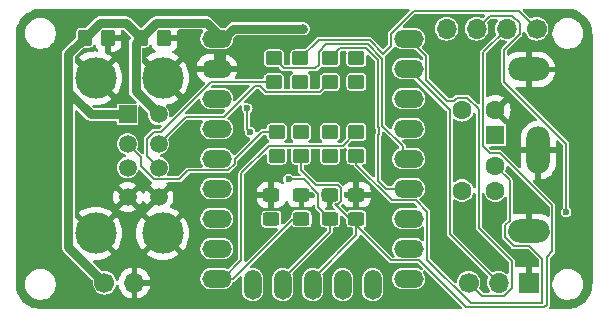
<source format=gbr>
G04 #@! TF.GenerationSoftware,KiCad,Pcbnew,8.0.4*
G04 #@! TF.CreationDate,2024-12-08T01:13:34+02:00*
G04 #@! TF.ProjectId,usb2ps2,75736232-7073-4322-9e6b-696361645f70,1.2*
G04 #@! TF.SameCoordinates,Original*
G04 #@! TF.FileFunction,Copper,L1,Top*
G04 #@! TF.FilePolarity,Positive*
%FSLAX46Y46*%
G04 Gerber Fmt 4.6, Leading zero omitted, Abs format (unit mm)*
G04 Created by KiCad (PCBNEW 8.0.4) date 2024-12-08 01:13:34*
%MOMM*%
%LPD*%
G01*
G04 APERTURE LIST*
G04 Aperture macros list*
%AMRoundRect*
0 Rectangle with rounded corners*
0 $1 Rounding radius*
0 $2 $3 $4 $5 $6 $7 $8 $9 X,Y pos of 4 corners*
0 Add a 4 corners polygon primitive as box body*
4,1,4,$2,$3,$4,$5,$6,$7,$8,$9,$2,$3,0*
0 Add four circle primitives for the rounded corners*
1,1,$1+$1,$2,$3*
1,1,$1+$1,$4,$5*
1,1,$1+$1,$6,$7*
1,1,$1+$1,$8,$9*
0 Add four rect primitives between the rounded corners*
20,1,$1+$1,$2,$3,$4,$5,0*
20,1,$1+$1,$4,$5,$6,$7,0*
20,1,$1+$1,$6,$7,$8,$9,0*
20,1,$1+$1,$8,$9,$2,$3,0*%
G04 Aperture macros list end*
G04 #@! TA.AperFunction,ComponentPad*
%ADD10C,1.700000*%
G04 #@! TD*
G04 #@! TA.AperFunction,ComponentPad*
%ADD11O,1.700000X1.700000*%
G04 #@! TD*
G04 #@! TA.AperFunction,ComponentPad*
%ADD12R,1.700000X1.700000*%
G04 #@! TD*
G04 #@! TA.AperFunction,ComponentPad*
%ADD13R,1.500000X1.500000*%
G04 #@! TD*
G04 #@! TA.AperFunction,ComponentPad*
%ADD14C,1.500000*%
G04 #@! TD*
G04 #@! TA.AperFunction,ComponentPad*
%ADD15C,3.500000*%
G04 #@! TD*
G04 #@! TA.AperFunction,SMDPad,CuDef*
%ADD16RoundRect,0.250000X0.450000X-0.350000X0.450000X0.350000X-0.450000X0.350000X-0.450000X-0.350000X0*%
G04 #@! TD*
G04 #@! TA.AperFunction,SMDPad,CuDef*
%ADD17RoundRect,0.250000X-0.450000X0.350000X-0.450000X-0.350000X0.450000X-0.350000X0.450000X0.350000X0*%
G04 #@! TD*
G04 #@! TA.AperFunction,SMDPad,CuDef*
%ADD18RoundRect,0.250000X-0.350000X-0.450000X0.350000X-0.450000X0.350000X0.450000X-0.350000X0.450000X0*%
G04 #@! TD*
G04 #@! TA.AperFunction,ComponentPad*
%ADD19O,1.500000X1.500000*%
G04 #@! TD*
G04 #@! TA.AperFunction,SMDPad,CuDef*
%ADD20O,2.500000X1.500000*%
G04 #@! TD*
G04 #@! TA.AperFunction,SMDPad,CuDef*
%ADD21O,1.500000X2.500000*%
G04 #@! TD*
G04 #@! TA.AperFunction,ComponentPad*
%ADD22R,1.600000X1.600000*%
G04 #@! TD*
G04 #@! TA.AperFunction,ComponentPad*
%ADD23C,1.600000*%
G04 #@! TD*
G04 #@! TA.AperFunction,ComponentPad*
%ADD24O,3.500000X2.000000*%
G04 #@! TD*
G04 #@! TA.AperFunction,ComponentPad*
%ADD25O,2.000000X4.000000*%
G04 #@! TD*
G04 #@! TA.AperFunction,SMDPad,CuDef*
%ADD26RoundRect,0.250000X0.450000X-0.325000X0.450000X0.325000X-0.450000X0.325000X-0.450000X-0.325000X0*%
G04 #@! TD*
G04 #@! TA.AperFunction,ViaPad*
%ADD27C,0.600000*%
G04 #@! TD*
G04 #@! TA.AperFunction,ViaPad*
%ADD28C,0.800000*%
G04 #@! TD*
G04 #@! TA.AperFunction,Conductor*
%ADD29C,0.200000*%
G04 #@! TD*
G04 #@! TA.AperFunction,Conductor*
%ADD30C,0.800000*%
G04 #@! TD*
G04 APERTURE END LIST*
D10*
X144250000Y-79000000D03*
D11*
X141710000Y-79000000D03*
X139170000Y-79000000D03*
X136630000Y-79000000D03*
D10*
X107670000Y-100500000D03*
D11*
X110210000Y-100500000D03*
D10*
X138500000Y-100500000D03*
D11*
X141040000Y-100500000D03*
D12*
X143580000Y-100500000D03*
D13*
X109630000Y-86250000D03*
D14*
X109630000Y-88750000D03*
X109630000Y-90750000D03*
X109630000Y-93250000D03*
X112250000Y-86250000D03*
X112250000Y-88750000D03*
X112250000Y-90750000D03*
X112250000Y-93250000D03*
D15*
X106920000Y-83180000D03*
X106920000Y-96320000D03*
X112600000Y-83180000D03*
X112600000Y-96320000D03*
D16*
X122250000Y-89750000D03*
X122250000Y-87750000D03*
D17*
X122000000Y-81500000D03*
X122000000Y-83500000D03*
D16*
X129000000Y-83500000D03*
X129000000Y-81500000D03*
D18*
X110750000Y-79750000D03*
X112750000Y-79750000D03*
X106000000Y-79750000D03*
X108000000Y-79750000D03*
D19*
X132920000Y-79840000D03*
D20*
X133420000Y-79840000D03*
D19*
X132920000Y-82380000D03*
D20*
X133420000Y-82380000D03*
D19*
X132920000Y-84920000D03*
D20*
X133420000Y-84920000D03*
D19*
X132920000Y-87460000D03*
D20*
X133420000Y-87460000D03*
D19*
X132920000Y-90000000D03*
D20*
X133420000Y-90000000D03*
D19*
X132920000Y-92540000D03*
D20*
X133420000Y-92540000D03*
D19*
X132920000Y-95080000D03*
D20*
X133420000Y-95080000D03*
D19*
X132920000Y-97620000D03*
D20*
X133420000Y-97620000D03*
D19*
X132920000Y-100160000D03*
D20*
X133420000Y-100160000D03*
D19*
X130380000Y-100160000D03*
D21*
X130380000Y-100660000D03*
D19*
X127840000Y-100160000D03*
D21*
X127840000Y-100660000D03*
D19*
X125300000Y-100160000D03*
D21*
X125300000Y-100660000D03*
D19*
X122760000Y-100160000D03*
D21*
X122760000Y-100660000D03*
D19*
X120220000Y-100160000D03*
D21*
X120220000Y-100660000D03*
D20*
X117180000Y-100160000D03*
D19*
X117680000Y-100160000D03*
D20*
X117180000Y-97620000D03*
D19*
X117680000Y-97620000D03*
D20*
X117180000Y-95080000D03*
D19*
X117680000Y-95080000D03*
D20*
X117180000Y-92540000D03*
D19*
X117680000Y-92540000D03*
D20*
X117180000Y-90000000D03*
D19*
X117680000Y-90000000D03*
D20*
X117180000Y-87460000D03*
D19*
X117680000Y-87460000D03*
D20*
X117180000Y-84920000D03*
D19*
X117680000Y-84920000D03*
D20*
X117180000Y-82380000D03*
D19*
X117680000Y-82380000D03*
D20*
X117180000Y-79840000D03*
D19*
X117680000Y-79840000D03*
D17*
X124300000Y-87750000D03*
X124300000Y-89750000D03*
X126750000Y-89750000D03*
X126750000Y-87750000D03*
D22*
X140750000Y-88000000D03*
D23*
X140750000Y-90600000D03*
D24*
X143600000Y-96150000D03*
D25*
X144400000Y-89300000D03*
D23*
X140750000Y-85900000D03*
D24*
X143600000Y-82450000D03*
D23*
X140750000Y-92700000D03*
X137950000Y-85900000D03*
X137950000Y-92700000D03*
D16*
X129000000Y-89750000D03*
X129000000Y-87750000D03*
X124250000Y-83500000D03*
X124250000Y-81500000D03*
D17*
X126750000Y-81500000D03*
X126750000Y-83500000D03*
D26*
X121800000Y-95125000D03*
X121800000Y-93075000D03*
X129000000Y-95100000D03*
X129000000Y-93050000D03*
X124350000Y-95100000D03*
X124350000Y-93050000D03*
X126750000Y-95100000D03*
X126750000Y-93050000D03*
D27*
X140710000Y-83910000D03*
X127260000Y-91370000D03*
X126750000Y-93040000D03*
X137570000Y-88100000D03*
X131850000Y-81570000D03*
X119000000Y-84090000D03*
X115490000Y-85700000D03*
X114520000Y-87870000D03*
X130380000Y-87660000D03*
X130270000Y-82140000D03*
X130270000Y-84970000D03*
X137880000Y-95760000D03*
X138050000Y-91100000D03*
X137860000Y-83680000D03*
X135500000Y-85750000D03*
X135500000Y-88250000D03*
X135500000Y-92000000D03*
X123250000Y-91750000D03*
X120000000Y-87750000D03*
X119750000Y-85750000D03*
X124250000Y-81500000D03*
X122250000Y-89750000D03*
X129000000Y-87750000D03*
X126750000Y-89750000D03*
X146750000Y-94500000D03*
D28*
X124500000Y-79000000D03*
D27*
X129000000Y-81500000D03*
X121750000Y-95250000D03*
X126750000Y-87750000D03*
X124250000Y-87750000D03*
X124250000Y-83500000D03*
X129000000Y-83500000D03*
X131060000Y-79760000D03*
D29*
X138500000Y-100500000D02*
X139600000Y-101600000D01*
X136690000Y-85090000D02*
X134920000Y-83320000D01*
X142140000Y-98640000D02*
X139350000Y-95850000D01*
X139350000Y-95850000D02*
X139350000Y-85815075D01*
X139350000Y-85815075D02*
X138384925Y-84850000D01*
X141495635Y-101600000D02*
X142140000Y-100955635D01*
X142140000Y-100955635D02*
X142140000Y-98640000D01*
X138384925Y-84850000D02*
X137515075Y-84850000D01*
X137515075Y-84850000D02*
X137275075Y-85090000D01*
X137275075Y-85090000D02*
X136690000Y-85090000D01*
X139600000Y-101600000D02*
X141495635Y-101600000D01*
X134920000Y-83320000D02*
X134920000Y-81340000D01*
X134920000Y-81340000D02*
X133420000Y-79840000D01*
X141710000Y-79000000D02*
X139700000Y-81010000D01*
X139700000Y-88934925D02*
X140315075Y-89550000D01*
X140315075Y-89550000D02*
X141184925Y-89550000D01*
X141184925Y-89550000D02*
X145600000Y-93965075D01*
X144894975Y-102600000D02*
X138314214Y-102600000D01*
X145600000Y-97855024D02*
X145100000Y-98355024D01*
X139700000Y-81010000D02*
X139700000Y-88934925D01*
X138314214Y-102600000D02*
X134334214Y-98620000D01*
X145600000Y-93965075D02*
X145600000Y-97855024D01*
X127700000Y-93589034D02*
X127700000Y-92510966D01*
X145100000Y-102394975D02*
X144894975Y-102600000D01*
X145100000Y-98355024D02*
X145100000Y-102394975D01*
X134334214Y-98620000D02*
X131945000Y-98620000D01*
X131945000Y-98620000D02*
X127200000Y-93875000D01*
X127200000Y-93875000D02*
X127414034Y-93875000D01*
X127414034Y-93875000D02*
X127700000Y-93589034D01*
X127700000Y-92510966D02*
X127414034Y-92225000D01*
X127414034Y-92225000D02*
X125550000Y-92225000D01*
X125550000Y-92225000D02*
X124300000Y-90975000D01*
X124300000Y-90975000D02*
X124300000Y-89750000D01*
X122850000Y-82350000D02*
X125514034Y-82350000D01*
X132920000Y-88927207D02*
X132920000Y-90000000D01*
X125514034Y-82350000D02*
X125800000Y-82064034D01*
X125800000Y-82064034D02*
X125800000Y-80935966D01*
X125800000Y-80935966D02*
X126435966Y-80300000D01*
X122000000Y-81500000D02*
X122850000Y-82350000D01*
X126435966Y-80300000D02*
X129964975Y-80300000D01*
X131200000Y-87207207D02*
X132920000Y-88927207D01*
X129964975Y-80300000D02*
X131200000Y-81535025D01*
X131200000Y-81535025D02*
X131200000Y-87207207D01*
X126750000Y-81500000D02*
X127600000Y-80650000D01*
X130850000Y-81680000D02*
X130850000Y-87352182D01*
X129820000Y-80650000D02*
X130850000Y-81680000D01*
X130850000Y-87352182D02*
X130930000Y-87432182D01*
X127600000Y-80650000D02*
X129820000Y-80650000D01*
X130930000Y-87432182D02*
X130930000Y-87887818D01*
X130930000Y-87887818D02*
X130850000Y-87967818D01*
X130850000Y-87967818D02*
X130850000Y-91850000D01*
X130850000Y-91850000D02*
X131540000Y-92540000D01*
X131540000Y-92540000D02*
X132920000Y-92540000D01*
X124250000Y-81500000D02*
X125800000Y-79950000D01*
X125800000Y-79950000D02*
X130109950Y-79950000D01*
X130109950Y-79950000D02*
X131274975Y-81115025D01*
X131920000Y-80470000D02*
X131920000Y-79425786D01*
X131920000Y-79425786D02*
X133845786Y-77500000D01*
X131274975Y-81115025D02*
X131920000Y-80470000D01*
X133845786Y-77500000D02*
X142750000Y-77500000D01*
X142750000Y-77500000D02*
X144250000Y-79000000D01*
X123250000Y-91750000D02*
X124539034Y-91750000D01*
X124539034Y-91750000D02*
X125750000Y-92960966D01*
X125750000Y-92960966D02*
X125750000Y-94100000D01*
X125750000Y-94100000D02*
X126750000Y-95100000D01*
X119750000Y-87500000D02*
X120000000Y-87750000D01*
X119750000Y-85750000D02*
X119750000Y-87500000D01*
X141500000Y-83500000D02*
X146750000Y-88750000D01*
X141500000Y-80765635D02*
X141500000Y-83500000D01*
X142810000Y-79455635D02*
X141500000Y-80765635D01*
X146750000Y-88750000D02*
X146750000Y-94500000D01*
X140270000Y-77900000D02*
X142165635Y-77900000D01*
X142810000Y-78544365D02*
X142810000Y-79455635D01*
X142165635Y-77900000D02*
X142810000Y-78544365D01*
X139170000Y-79000000D02*
X140270000Y-77900000D01*
X140750000Y-90600000D02*
X141991117Y-91841117D01*
X143650001Y-97400000D02*
X144750000Y-98499999D01*
X141991117Y-91841117D02*
X141991117Y-95241116D01*
X141991117Y-95241116D02*
X141600000Y-95632233D01*
X141600000Y-95632233D02*
X141600000Y-96667767D01*
X135000000Y-94500000D02*
X134040000Y-93540000D01*
X141600000Y-96667767D02*
X142332233Y-97400000D01*
X142332233Y-97400000D02*
X143650001Y-97400000D01*
X144750000Y-98499999D02*
X144750000Y-102250000D01*
X144750000Y-102250000D02*
X138694365Y-102250000D01*
X138694365Y-102250000D02*
X135000000Y-98555635D01*
X135000000Y-98555635D02*
X135000000Y-94500000D01*
X134040000Y-93540000D02*
X132040000Y-93540000D01*
X132040000Y-93540000D02*
X129000000Y-90500000D01*
X129000000Y-90500000D02*
X129000000Y-89750000D01*
D30*
X118520000Y-79000000D02*
X124500000Y-79000000D01*
X117680000Y-79840000D02*
X118520000Y-79000000D01*
X107670000Y-100500000D02*
X104620000Y-97450000D01*
X104620000Y-97450000D02*
X104620000Y-84370000D01*
X106000000Y-79750000D02*
X104620000Y-81130000D01*
X104620000Y-81130000D02*
X104620000Y-84370000D01*
X104620000Y-84370000D02*
X106500000Y-86250000D01*
X106500000Y-86250000D02*
X109630000Y-86250000D01*
X110750000Y-79750000D02*
X110300000Y-80200000D01*
X110300000Y-80200000D02*
X110300000Y-84300000D01*
X110300000Y-84300000D02*
X112250000Y-86250000D01*
X110750000Y-79750000D02*
X109500000Y-78500000D01*
X109500000Y-78500000D02*
X107250000Y-78500000D01*
X107250000Y-78500000D02*
X106000000Y-79750000D01*
X117680000Y-79840000D02*
X116340000Y-78500000D01*
X116340000Y-78500000D02*
X112000000Y-78500000D01*
X112000000Y-78500000D02*
X110750000Y-79750000D01*
D29*
X129000000Y-95100000D02*
X129000000Y-96460000D01*
X129000000Y-96460000D02*
X125300000Y-100160000D01*
X126750000Y-95100000D02*
X126750000Y-96170000D01*
X126750000Y-96170000D02*
X122760000Y-100160000D01*
X124350000Y-95100000D02*
X123650000Y-95100000D01*
X118590000Y-100160000D02*
X117680000Y-100160000D01*
X123650000Y-95100000D02*
X118590000Y-100160000D01*
X129000000Y-87750000D02*
X127850000Y-88900000D01*
X127850000Y-88900000D02*
X121585966Y-88900000D01*
X119250000Y-91235966D02*
X119250000Y-98590000D01*
X121585966Y-88900000D02*
X119250000Y-91235966D01*
X119250000Y-98590000D02*
X117680000Y-100160000D01*
X122250000Y-87750000D02*
X121000000Y-87750000D01*
X121000000Y-87750000D02*
X118680000Y-90070000D01*
X118680000Y-90070000D02*
X118680000Y-90414214D01*
X114750000Y-91000000D02*
X114000000Y-91750000D01*
X111835786Y-91750000D02*
X110750000Y-90664214D01*
X118094214Y-91000000D02*
X114750000Y-91000000D01*
X118680000Y-90414214D02*
X118094214Y-91000000D01*
X114000000Y-91750000D02*
X111835786Y-91750000D01*
X110750000Y-90664214D02*
X110750000Y-89870000D01*
X110750000Y-89870000D02*
X109630000Y-88750000D01*
X126750000Y-83500000D02*
X125900000Y-84350000D01*
X125900000Y-84350000D02*
X121335966Y-84350000D01*
X121335966Y-84350000D02*
X120835966Y-83850000D01*
X120400000Y-83850000D02*
X117790000Y-86460000D01*
X120835966Y-83850000D02*
X120400000Y-83850000D01*
X114540000Y-86460000D02*
X112250000Y-88750000D01*
X117790000Y-86460000D02*
X114540000Y-86460000D01*
X122000000Y-83500000D02*
X116685786Y-83500000D01*
X116685786Y-83500000D02*
X112435786Y-87750000D01*
X112435786Y-87750000D02*
X111835786Y-87750000D01*
X111835786Y-87750000D02*
X111250000Y-88335786D01*
X111250000Y-89750000D02*
X112250000Y-90750000D01*
X111250000Y-88335786D02*
X111250000Y-89750000D01*
X133420000Y-82380000D02*
X136900000Y-85860000D01*
X136900000Y-85860000D02*
X136900000Y-96360000D01*
X136900000Y-96360000D02*
X141040000Y-100500000D01*
G04 #@! TA.AperFunction,Conductor*
G36*
X133458702Y-77320185D02*
G01*
X133504457Y-77372989D01*
X133514401Y-77442147D01*
X133485376Y-77505703D01*
X133479345Y-77512179D01*
X132589056Y-78402468D01*
X131760662Y-79230862D01*
X131760661Y-79230862D01*
X131760662Y-79230863D01*
X131707636Y-79283889D01*
X131669500Y-79375956D01*
X131669500Y-80314877D01*
X131649815Y-80381916D01*
X131633181Y-80402558D01*
X131362656Y-80673083D01*
X131301333Y-80706568D01*
X131231641Y-80701584D01*
X131187294Y-80673083D01*
X130251847Y-79737636D01*
X130159779Y-79699500D01*
X130159778Y-79699500D01*
X125849828Y-79699500D01*
X125750172Y-79699500D01*
X125750170Y-79699500D01*
X125658102Y-79737636D01*
X125658101Y-79737637D01*
X124682556Y-80713181D01*
X124621233Y-80746666D01*
X124594875Y-80749500D01*
X123768482Y-80749500D01*
X123687519Y-80762323D01*
X123674696Y-80764354D01*
X123561658Y-80821950D01*
X123561657Y-80821951D01*
X123561652Y-80821954D01*
X123471954Y-80911652D01*
X123471951Y-80911657D01*
X123471950Y-80911658D01*
X123455234Y-80944464D01*
X123414352Y-81024698D01*
X123399500Y-81118475D01*
X123399500Y-81881518D01*
X123411313Y-81956104D01*
X123402357Y-82025397D01*
X123357360Y-82078849D01*
X123290608Y-82099487D01*
X123288839Y-82099500D01*
X123005123Y-82099500D01*
X122938084Y-82079815D01*
X122917442Y-82063181D01*
X122879490Y-82025229D01*
X122846005Y-81963906D01*
X122844698Y-81918150D01*
X122850500Y-81881519D01*
X122850499Y-81118482D01*
X122835646Y-81024696D01*
X122778050Y-80911658D01*
X122778046Y-80911654D01*
X122778045Y-80911652D01*
X122688347Y-80821954D01*
X122688344Y-80821952D01*
X122688342Y-80821950D01*
X122599768Y-80776819D01*
X122575301Y-80764352D01*
X122481524Y-80749500D01*
X121518482Y-80749500D01*
X121437519Y-80762323D01*
X121424696Y-80764354D01*
X121311658Y-80821950D01*
X121311657Y-80821951D01*
X121311652Y-80821954D01*
X121221954Y-80911652D01*
X121221951Y-80911657D01*
X121221950Y-80911658D01*
X121205234Y-80944464D01*
X121164352Y-81024698D01*
X121149500Y-81118475D01*
X121149500Y-81881517D01*
X121160292Y-81949657D01*
X121164354Y-81975304D01*
X121221950Y-82088342D01*
X121221952Y-82088344D01*
X121221954Y-82088347D01*
X121311652Y-82178045D01*
X121311654Y-82178046D01*
X121311658Y-82178050D01*
X121422498Y-82234526D01*
X121424698Y-82235647D01*
X121512116Y-82249491D01*
X121517824Y-82250396D01*
X121518475Y-82250499D01*
X121518481Y-82250500D01*
X122344876Y-82250499D01*
X122411915Y-82270183D01*
X122432557Y-82286818D01*
X122630565Y-82484825D01*
X122630568Y-82484829D01*
X122706010Y-82560271D01*
X122725208Y-82595430D01*
X122770131Y-82590925D01*
X122794696Y-82598232D01*
X122800173Y-82600501D01*
X122800174Y-82600501D01*
X122914262Y-82600501D01*
X122914270Y-82600500D01*
X123484825Y-82600500D01*
X123551864Y-82620185D01*
X123597619Y-82672989D01*
X123607563Y-82742147D01*
X123578538Y-82805703D01*
X123568460Y-82814951D01*
X123568558Y-82815049D01*
X123471954Y-82911652D01*
X123471951Y-82911657D01*
X123471950Y-82911658D01*
X123456632Y-82941721D01*
X123414352Y-83024698D01*
X123399500Y-83118475D01*
X123399500Y-83881518D01*
X123411313Y-83956104D01*
X123402357Y-84025397D01*
X123357360Y-84078849D01*
X123290608Y-84099487D01*
X123288839Y-84099500D01*
X122961161Y-84099500D01*
X122894122Y-84079815D01*
X122848367Y-84027011D01*
X122838423Y-83957853D01*
X122838688Y-83956102D01*
X122850499Y-83881524D01*
X122850500Y-83881519D01*
X122850499Y-83118482D01*
X122835646Y-83024696D01*
X122778050Y-82911658D01*
X122778046Y-82911654D01*
X122778045Y-82911652D01*
X122688347Y-82821954D01*
X122688343Y-82821951D01*
X122688342Y-82821950D01*
X122688340Y-82821949D01*
X122680450Y-82816217D01*
X122681679Y-82814524D01*
X122640153Y-82775304D01*
X122638224Y-82767514D01*
X122627175Y-82771636D01*
X122580011Y-82765883D01*
X122575302Y-82764353D01*
X122481524Y-82749500D01*
X121518482Y-82749500D01*
X121437519Y-82762323D01*
X121424696Y-82764354D01*
X121311658Y-82821950D01*
X121311657Y-82821951D01*
X121311652Y-82821954D01*
X121221954Y-82911652D01*
X121221951Y-82911657D01*
X121221950Y-82911658D01*
X121206632Y-82941721D01*
X121164352Y-83024698D01*
X121149500Y-83118475D01*
X121149500Y-83125500D01*
X121129815Y-83192539D01*
X121077011Y-83238294D01*
X121025500Y-83249500D01*
X118836720Y-83249500D01*
X118769681Y-83229815D01*
X118723926Y-83177011D01*
X118713982Y-83107853D01*
X118736404Y-83052612D01*
X118749093Y-83035147D01*
X118750130Y-83033112D01*
X118759054Y-83018259D01*
X118766665Y-83007389D01*
X118766667Y-83007386D01*
X118802758Y-82929988D01*
X118804657Y-82926095D01*
X118838419Y-82859834D01*
X118838420Y-82859831D01*
X118842847Y-82846206D01*
X118848399Y-82832111D01*
X118859101Y-82809159D01*
X118878095Y-82738276D01*
X118879940Y-82732049D01*
X118899217Y-82672721D01*
X118899222Y-82672703D01*
X118903346Y-82646661D01*
X118906045Y-82633962D01*
X118907106Y-82630000D01*
X118113012Y-82630000D01*
X118145925Y-82572993D01*
X118180000Y-82445826D01*
X118180000Y-82314174D01*
X118145925Y-82187007D01*
X118113012Y-82130000D01*
X118907107Y-82130000D01*
X118906046Y-82126040D01*
X118903345Y-82113333D01*
X118899221Y-82087293D01*
X118879939Y-82027949D01*
X118878095Y-82021722D01*
X118859106Y-81950851D01*
X118859102Y-81950840D01*
X118848398Y-81927887D01*
X118842847Y-81913794D01*
X118838421Y-81900171D01*
X118838418Y-81900164D01*
X118804652Y-81833894D01*
X118802755Y-81830003D01*
X118766670Y-81752619D01*
X118766667Y-81752613D01*
X118759047Y-81741730D01*
X118750140Y-81726907D01*
X118749095Y-81724856D01*
X118749093Y-81724853D01*
X118698315Y-81654965D01*
X118697056Y-81653200D01*
X118641213Y-81573446D01*
X118486551Y-81418785D01*
X118406768Y-81362920D01*
X118405006Y-81361663D01*
X118335147Y-81310906D01*
X118335141Y-81310903D01*
X118333101Y-81309864D01*
X118318263Y-81300949D01*
X118307383Y-81293330D01*
X118229987Y-81257240D01*
X118226096Y-81255343D01*
X118159835Y-81221581D01*
X118159830Y-81221579D01*
X118146201Y-81217151D01*
X118132113Y-81211602D01*
X118109154Y-81200896D01*
X118038258Y-81181898D01*
X118032036Y-81180055D01*
X117972710Y-81160779D01*
X117946666Y-81156654D01*
X117933962Y-81153953D01*
X117930000Y-81152891D01*
X117930000Y-81946988D01*
X117872993Y-81914075D01*
X117745826Y-81880000D01*
X117614174Y-81880000D01*
X117487007Y-81914075D01*
X117372993Y-81979901D01*
X117279901Y-82072993D01*
X117214075Y-82187007D01*
X117180000Y-82314174D01*
X117180000Y-82445826D01*
X117214075Y-82572993D01*
X117246988Y-82630000D01*
X115454016Y-82630000D01*
X115460781Y-82672716D01*
X115521581Y-82859837D01*
X115610904Y-83035143D01*
X115726555Y-83194321D01*
X115865678Y-83333444D01*
X116024856Y-83449095D01*
X116109664Y-83492307D01*
X116160460Y-83540281D01*
X116177255Y-83608102D01*
X116154718Y-83674237D01*
X116141050Y-83690473D01*
X113353023Y-86478501D01*
X113291700Y-86511986D01*
X113222008Y-86507002D01*
X113166075Y-86465130D01*
X113141658Y-86399666D01*
X113142020Y-86377868D01*
X113155460Y-86250000D01*
X113135674Y-86061744D01*
X113077179Y-85881716D01*
X112982533Y-85717784D01*
X112896085Y-85621774D01*
X112884235Y-85608613D01*
X112854005Y-85545622D01*
X112862630Y-85476286D01*
X112907372Y-85422621D01*
X112952194Y-85404024D01*
X113183585Y-85357998D01*
X113183599Y-85357994D01*
X113462888Y-85263187D01*
X113727406Y-85132741D01*
X113727419Y-85132734D01*
X113972648Y-84968877D01*
X114006039Y-84939593D01*
X113218533Y-84152086D01*
X113349175Y-84057171D01*
X113477171Y-83929175D01*
X113572086Y-83798533D01*
X114359593Y-84586039D01*
X114388877Y-84552648D01*
X114552734Y-84307419D01*
X114552741Y-84307406D01*
X114683187Y-84042888D01*
X114777994Y-83763599D01*
X114777998Y-83763584D01*
X114835535Y-83474324D01*
X114835537Y-83474312D01*
X114854827Y-83180000D01*
X114835537Y-82885687D01*
X114835535Y-82885675D01*
X114777998Y-82596415D01*
X114777994Y-82596400D01*
X114683187Y-82317111D01*
X114590914Y-82130000D01*
X115454016Y-82130000D01*
X116930000Y-82130000D01*
X116930000Y-81130000D01*
X116581618Y-81130000D01*
X116387294Y-81160778D01*
X116200164Y-81221581D01*
X116024856Y-81310904D01*
X115865678Y-81426555D01*
X115726555Y-81565678D01*
X115610904Y-81724856D01*
X115521581Y-81900162D01*
X115460781Y-82087283D01*
X115454016Y-82130000D01*
X114590914Y-82130000D01*
X114552741Y-82052593D01*
X114552734Y-82052580D01*
X114388876Y-81807350D01*
X114359593Y-81773958D01*
X113572086Y-82561465D01*
X113477171Y-82430825D01*
X113349175Y-82302829D01*
X113218533Y-82207912D01*
X114006040Y-81420405D01*
X113972649Y-81391123D01*
X113727419Y-81227265D01*
X113727406Y-81227258D01*
X113462886Y-81096811D01*
X113461908Y-81096479D01*
X113461655Y-81096301D01*
X113459143Y-81095261D01*
X113459244Y-81095015D01*
X113459249Y-81095003D01*
X113459376Y-81094698D01*
X113404758Y-81056284D01*
X113378411Y-80991572D01*
X113391233Y-80922889D01*
X113436683Y-80873525D01*
X113568343Y-80792317D01*
X113692315Y-80668345D01*
X113784357Y-80519123D01*
X113784358Y-80519119D01*
X113839505Y-80352697D01*
X113839506Y-80352690D01*
X113849999Y-80249986D01*
X113850000Y-80249973D01*
X113850000Y-80000000D01*
X112624000Y-80000000D01*
X112556961Y-79980315D01*
X112511206Y-79927511D01*
X112500000Y-79876000D01*
X112500000Y-79624000D01*
X112519685Y-79556961D01*
X112572489Y-79511206D01*
X112624000Y-79500000D01*
X113849999Y-79500000D01*
X113849999Y-79250028D01*
X113849998Y-79250010D01*
X113843572Y-79187101D01*
X113856342Y-79118408D01*
X113904223Y-79067524D01*
X113966930Y-79050500D01*
X115896638Y-79050500D01*
X115963677Y-79070185D01*
X116009432Y-79122989D01*
X116019376Y-79192147D01*
X115990351Y-79255703D01*
X115984319Y-79262181D01*
X115980538Y-79265961D01*
X115980535Y-79265965D01*
X115881990Y-79413446D01*
X115881983Y-79413459D01*
X115814106Y-79577332D01*
X115814103Y-79577341D01*
X115779500Y-79751304D01*
X115779500Y-79928695D01*
X115814103Y-80102658D01*
X115814106Y-80102667D01*
X115881983Y-80266540D01*
X115881990Y-80266553D01*
X115980535Y-80414034D01*
X115980538Y-80414038D01*
X116105961Y-80539461D01*
X116105965Y-80539464D01*
X116253446Y-80638009D01*
X116253459Y-80638016D01*
X116327000Y-80668477D01*
X116417334Y-80705894D01*
X116417336Y-80705894D01*
X116417341Y-80705896D01*
X116591304Y-80740499D01*
X116591307Y-80740500D01*
X116591309Y-80740500D01*
X117774645Y-80740500D01*
X117774646Y-80740500D01*
X117860746Y-80722198D01*
X117862180Y-80721902D01*
X117942666Y-80705894D01*
X117942669Y-80705892D01*
X117942672Y-80705892D01*
X117948496Y-80704126D01*
X117948631Y-80704573D01*
X117959315Y-80701247D01*
X117959803Y-80701144D01*
X118034057Y-80668082D01*
X118036955Y-80666837D01*
X118106547Y-80638013D01*
X118107633Y-80637287D01*
X118126095Y-80627104D01*
X118132730Y-80624151D01*
X118193054Y-80580322D01*
X118196952Y-80577605D01*
X118254035Y-80539464D01*
X118259739Y-80533758D01*
X118274531Y-80521126D01*
X118285871Y-80512888D01*
X118331274Y-80462461D01*
X118335687Y-80457810D01*
X118379464Y-80414035D01*
X118387687Y-80401727D01*
X118398642Y-80387643D01*
X118412531Y-80372218D01*
X118412530Y-80372218D01*
X118412533Y-80372216D01*
X118443091Y-80319284D01*
X118447368Y-80312408D01*
X118478012Y-80266548D01*
X118478013Y-80266547D01*
X118486259Y-80246637D01*
X118493433Y-80232091D01*
X118493764Y-80231519D01*
X118507179Y-80208284D01*
X118523995Y-80156528D01*
X118527351Y-80147431D01*
X118545894Y-80102666D01*
X118551411Y-80074927D01*
X118555094Y-80060813D01*
X118565674Y-80028256D01*
X118570656Y-79980837D01*
X118572361Y-79969604D01*
X118580500Y-79928695D01*
X118580500Y-79893692D01*
X118581179Y-79880731D01*
X118581676Y-79876000D01*
X118585460Y-79840000D01*
X118581179Y-79799266D01*
X118580500Y-79786306D01*
X118580500Y-79769386D01*
X118600185Y-79702347D01*
X118616813Y-79681710D01*
X118711707Y-79586817D01*
X118773030Y-79553334D01*
X118799387Y-79550500D01*
X124455794Y-79550500D01*
X124471980Y-79551561D01*
X124499999Y-79555250D01*
X124500000Y-79555250D01*
X124500001Y-79555250D01*
X124528020Y-79551561D01*
X124544206Y-79550500D01*
X124572475Y-79550500D01*
X124599784Y-79543181D01*
X124615684Y-79540018D01*
X124643709Y-79536330D01*
X124669832Y-79525508D01*
X124685165Y-79520303D01*
X124712485Y-79512984D01*
X124736968Y-79498847D01*
X124751503Y-79491680D01*
X124777625Y-79480861D01*
X124800070Y-79463637D01*
X124813523Y-79454649D01*
X124838015Y-79440509D01*
X124858006Y-79420516D01*
X124870194Y-79409828D01*
X124892621Y-79392621D01*
X124909828Y-79370194D01*
X124920516Y-79358006D01*
X124940509Y-79338015D01*
X124954649Y-79313523D01*
X124963637Y-79300070D01*
X124980861Y-79277625D01*
X124991680Y-79251503D01*
X124998847Y-79236968D01*
X125012984Y-79212485D01*
X125020303Y-79185165D01*
X125025508Y-79169832D01*
X125036330Y-79143709D01*
X125040018Y-79115684D01*
X125043183Y-79099778D01*
X125050500Y-79072475D01*
X125050500Y-79044206D01*
X125051561Y-79028020D01*
X125055250Y-79000000D01*
X125055250Y-78999998D01*
X125051561Y-78971978D01*
X125050500Y-78955793D01*
X125050500Y-78927524D01*
X125048320Y-78919391D01*
X125043181Y-78900212D01*
X125040019Y-78884317D01*
X125036330Y-78856291D01*
X125025511Y-78830172D01*
X125020299Y-78814818D01*
X125012984Y-78787515D01*
X125012983Y-78787513D01*
X124998851Y-78763035D01*
X124991677Y-78748488D01*
X124991297Y-78747571D01*
X124980861Y-78722375D01*
X124963651Y-78699947D01*
X124954645Y-78686470D01*
X124940509Y-78661985D01*
X124920516Y-78641992D01*
X124909828Y-78629804D01*
X124892620Y-78607378D01*
X124875439Y-78594195D01*
X124870191Y-78590168D01*
X124858006Y-78579482D01*
X124838015Y-78559491D01*
X124838014Y-78559490D01*
X124813536Y-78545357D01*
X124800053Y-78536348D01*
X124777625Y-78519138D01*
X124751505Y-78508319D01*
X124736962Y-78501147D01*
X124712489Y-78487018D01*
X124712483Y-78487015D01*
X124685173Y-78479697D01*
X124669819Y-78474485D01*
X124643709Y-78463670D01*
X124615685Y-78459980D01*
X124599786Y-78456817D01*
X124572476Y-78449500D01*
X124572475Y-78449500D01*
X124544206Y-78449500D01*
X124528020Y-78448439D01*
X124500001Y-78444750D01*
X124499999Y-78444750D01*
X124471980Y-78448439D01*
X124455794Y-78449500D01*
X118447525Y-78449500D01*
X118365716Y-78471421D01*
X118307514Y-78487016D01*
X118181986Y-78559489D01*
X118181983Y-78559491D01*
X117838293Y-78903181D01*
X117776970Y-78936666D01*
X117750612Y-78939500D01*
X117609387Y-78939500D01*
X117542348Y-78919815D01*
X117521706Y-78903181D01*
X116678016Y-78059491D01*
X116678015Y-78059490D01*
X116552485Y-77987016D01*
X116552486Y-77987016D01*
X116517482Y-77977637D01*
X116412475Y-77949500D01*
X111927525Y-77949500D01*
X111822517Y-77977637D01*
X111787514Y-77987016D01*
X111661986Y-78059489D01*
X111661983Y-78059491D01*
X110858293Y-78863181D01*
X110796970Y-78896666D01*
X110770612Y-78899500D01*
X110729387Y-78899500D01*
X110662348Y-78879815D01*
X110641706Y-78863181D01*
X109838016Y-78059491D01*
X109838015Y-78059490D01*
X109712485Y-77987016D01*
X109712486Y-77987016D01*
X109677482Y-77977637D01*
X109572475Y-77949500D01*
X107177525Y-77949500D01*
X107072517Y-77977637D01*
X107037514Y-77987016D01*
X106911986Y-78059489D01*
X106911983Y-78059491D01*
X106108292Y-78863181D01*
X106046969Y-78896666D01*
X106020611Y-78899500D01*
X105618482Y-78899500D01*
X105537519Y-78912323D01*
X105524696Y-78914354D01*
X105411658Y-78971950D01*
X105411657Y-78971951D01*
X105411652Y-78971954D01*
X105321954Y-79061652D01*
X105321951Y-79061657D01*
X105321950Y-79061658D01*
X105309130Y-79086819D01*
X105264352Y-79174698D01*
X105249500Y-79268475D01*
X105249500Y-79670612D01*
X105229815Y-79737651D01*
X105213181Y-79758293D01*
X104179489Y-80791985D01*
X104116842Y-80900497D01*
X104116840Y-80900499D01*
X104107017Y-80917512D01*
X104107016Y-80917514D01*
X104107016Y-80917515D01*
X104069500Y-81057525D01*
X104069500Y-84297525D01*
X104069500Y-97377526D01*
X104069500Y-97522474D01*
X104107016Y-97662485D01*
X104179239Y-97787581D01*
X104179489Y-97788013D01*
X104179491Y-97788016D01*
X106643524Y-100252049D01*
X106677009Y-100313372D01*
X106679246Y-100351883D01*
X106664659Y-100499999D01*
X106683975Y-100696129D01*
X106741188Y-100884733D01*
X106834086Y-101058532D01*
X106834090Y-101058539D01*
X106959116Y-101210883D01*
X107111460Y-101335909D01*
X107111467Y-101335913D01*
X107285266Y-101428811D01*
X107285269Y-101428811D01*
X107285273Y-101428814D01*
X107473868Y-101486024D01*
X107670000Y-101505341D01*
X107866132Y-101486024D01*
X108054727Y-101428814D01*
X108066228Y-101422667D01*
X108228532Y-101335913D01*
X108228538Y-101335910D01*
X108380883Y-101210883D01*
X108505910Y-101058538D01*
X108576045Y-100927324D01*
X108598812Y-100884731D01*
X108598812Y-100884730D01*
X108598814Y-100884727D01*
X108640900Y-100745988D01*
X108679197Y-100687551D01*
X108743009Y-100659095D01*
X108812076Y-100669655D01*
X108864470Y-100715879D01*
X108879335Y-100749891D01*
X108936567Y-100963486D01*
X108936570Y-100963492D01*
X109036399Y-101177578D01*
X109171894Y-101371082D01*
X109338917Y-101538105D01*
X109532421Y-101673600D01*
X109746507Y-101773429D01*
X109746516Y-101773433D01*
X109960000Y-101830634D01*
X109960000Y-100933012D01*
X110017007Y-100965925D01*
X110144174Y-101000000D01*
X110275826Y-101000000D01*
X110402993Y-100965925D01*
X110460000Y-100933012D01*
X110460000Y-101830633D01*
X110673483Y-101773433D01*
X110673492Y-101773429D01*
X110887578Y-101673600D01*
X111081082Y-101538105D01*
X111248105Y-101371082D01*
X111383600Y-101177578D01*
X111483429Y-100963492D01*
X111483432Y-100963486D01*
X111540636Y-100750000D01*
X110643012Y-100750000D01*
X110675925Y-100692993D01*
X110710000Y-100565826D01*
X110710000Y-100434174D01*
X110675925Y-100307007D01*
X110643012Y-100250000D01*
X111540636Y-100250000D01*
X111540635Y-100249999D01*
X111483432Y-100036513D01*
X111483429Y-100036507D01*
X111383600Y-99822422D01*
X111383599Y-99822420D01*
X111248113Y-99628926D01*
X111248108Y-99628920D01*
X111081082Y-99461894D01*
X110887578Y-99326399D01*
X110673492Y-99226570D01*
X110673486Y-99226567D01*
X110460000Y-99169364D01*
X110460000Y-100066988D01*
X110402993Y-100034075D01*
X110275826Y-100000000D01*
X110144174Y-100000000D01*
X110017007Y-100034075D01*
X109960000Y-100066988D01*
X109960000Y-99169364D01*
X109959999Y-99169364D01*
X109746513Y-99226567D01*
X109746507Y-99226570D01*
X109532422Y-99326399D01*
X109532420Y-99326400D01*
X109338926Y-99461886D01*
X109338920Y-99461891D01*
X109171891Y-99628920D01*
X109171886Y-99628926D01*
X109036400Y-99822420D01*
X109036399Y-99822422D01*
X108936570Y-100036507D01*
X108936567Y-100036513D01*
X108879335Y-100250108D01*
X108842970Y-100309768D01*
X108780123Y-100340297D01*
X108710747Y-100332002D01*
X108656869Y-100287517D01*
X108640900Y-100254013D01*
X108598814Y-100115273D01*
X108598811Y-100115269D01*
X108598811Y-100115266D01*
X108505913Y-99941467D01*
X108505909Y-99941460D01*
X108380883Y-99789116D01*
X108228539Y-99664090D01*
X108228532Y-99664086D01*
X108054733Y-99571188D01*
X108054727Y-99571186D01*
X107877528Y-99517433D01*
X107866129Y-99513975D01*
X107670000Y-99494659D01*
X107669999Y-99494659D01*
X107521883Y-99509246D01*
X107453237Y-99496227D01*
X107422049Y-99473524D01*
X106728495Y-98779970D01*
X106695010Y-98718647D01*
X106699994Y-98648955D01*
X106741866Y-98593022D01*
X106807330Y-98568605D01*
X106824286Y-98568554D01*
X106920000Y-98574827D01*
X107214312Y-98555537D01*
X107214324Y-98555535D01*
X107503584Y-98497998D01*
X107503599Y-98497994D01*
X107782888Y-98403187D01*
X108047406Y-98272741D01*
X108047419Y-98272734D01*
X108292648Y-98108877D01*
X108326039Y-98079593D01*
X107538533Y-97292086D01*
X107669175Y-97197171D01*
X107797171Y-97069175D01*
X107892086Y-96938533D01*
X108679593Y-97726039D01*
X108708877Y-97692648D01*
X108872734Y-97447419D01*
X108872741Y-97447406D01*
X109003187Y-97182888D01*
X109097994Y-96903599D01*
X109097998Y-96903584D01*
X109155535Y-96614324D01*
X109155537Y-96614312D01*
X109174827Y-96320000D01*
X109155537Y-96025687D01*
X109155535Y-96025675D01*
X109097998Y-95736415D01*
X109097994Y-95736400D01*
X109003187Y-95457111D01*
X108872741Y-95192593D01*
X108872734Y-95192580D01*
X108708876Y-94947350D01*
X108679593Y-94913958D01*
X107892086Y-95701465D01*
X107797171Y-95570825D01*
X107669175Y-95442829D01*
X107538533Y-95347912D01*
X108326040Y-94560405D01*
X108292649Y-94531123D01*
X108047419Y-94367265D01*
X108047406Y-94367258D01*
X107782888Y-94236812D01*
X107503599Y-94142005D01*
X107503584Y-94142001D01*
X107214324Y-94084464D01*
X107214312Y-94084462D01*
X106920000Y-94065172D01*
X106625687Y-94084462D01*
X106625675Y-94084464D01*
X106336415Y-94142001D01*
X106336400Y-94142005D01*
X106057111Y-94236812D01*
X105792593Y-94367258D01*
X105792580Y-94367265D01*
X105547346Y-94531126D01*
X105547339Y-94531131D01*
X105513959Y-94560403D01*
X105513959Y-94560405D01*
X106301466Y-95347912D01*
X106170825Y-95442829D01*
X106042829Y-95570825D01*
X105947913Y-95701466D01*
X105206819Y-94960372D01*
X105173334Y-94899049D01*
X105170500Y-94872691D01*
X105170500Y-85998386D01*
X105190185Y-85931347D01*
X105242989Y-85885592D01*
X105312147Y-85875648D01*
X105375703Y-85904673D01*
X105382181Y-85910705D01*
X106059490Y-86588014D01*
X106059491Y-86588015D01*
X106161985Y-86690509D01*
X106161986Y-86690510D01*
X106161988Y-86690511D01*
X106287511Y-86762982D01*
X106287512Y-86762982D01*
X106287515Y-86762984D01*
X106427525Y-86800500D01*
X108605500Y-86800500D01*
X108672539Y-86820185D01*
X108718294Y-86872989D01*
X108729500Y-86924500D01*
X108729500Y-87014820D01*
X108729500Y-87014822D01*
X108729499Y-87014822D01*
X108738231Y-87058717D01*
X108738234Y-87058724D01*
X108760281Y-87091720D01*
X108771496Y-87108504D01*
X108821278Y-87141767D01*
X108821281Y-87141767D01*
X108821282Y-87141768D01*
X108865177Y-87150500D01*
X108865180Y-87150500D01*
X110394822Y-87150500D01*
X110438717Y-87141768D01*
X110438717Y-87141767D01*
X110438722Y-87141767D01*
X110488504Y-87108504D01*
X110521767Y-87058722D01*
X110523087Y-87052084D01*
X110530500Y-87014822D01*
X110530500Y-85608387D01*
X110550185Y-85541348D01*
X110602989Y-85495593D01*
X110672147Y-85485649D01*
X110735703Y-85514674D01*
X110742181Y-85520706D01*
X111314790Y-86093315D01*
X111348275Y-86154638D01*
X111350430Y-86193956D01*
X111344788Y-86247636D01*
X111344540Y-86250000D01*
X111364326Y-86438256D01*
X111364327Y-86438259D01*
X111422818Y-86618277D01*
X111422821Y-86618284D01*
X111517467Y-86782216D01*
X111610883Y-86885965D01*
X111644129Y-86922888D01*
X111797265Y-87034148D01*
X111797270Y-87034151D01*
X111970192Y-87111142D01*
X111970197Y-87111144D01*
X112155354Y-87150500D01*
X112155355Y-87150500D01*
X112344642Y-87150500D01*
X112344646Y-87150500D01*
X112362357Y-87146735D01*
X112432021Y-87152050D01*
X112487756Y-87194186D01*
X112511862Y-87259766D01*
X112496686Y-87327968D01*
X112475819Y-87355706D01*
X112368342Y-87463182D01*
X112307022Y-87496666D01*
X112280663Y-87499500D01*
X111900056Y-87499500D01*
X111900048Y-87499499D01*
X111885614Y-87499499D01*
X111785959Y-87499499D01*
X111785958Y-87499499D01*
X111758992Y-87510669D01*
X111732026Y-87521839D01*
X111693889Y-87537636D01*
X111693887Y-87537637D01*
X111644220Y-87587305D01*
X111623422Y-87608103D01*
X111623421Y-87608104D01*
X111364875Y-87866650D01*
X111090662Y-88140862D01*
X111090661Y-88140862D01*
X111090662Y-88140863D01*
X111037636Y-88193889D01*
X110999500Y-88285956D01*
X110999500Y-89465877D01*
X110979815Y-89532916D01*
X110927011Y-89578671D01*
X110857853Y-89588615D01*
X110794297Y-89559590D01*
X110787819Y-89553558D01*
X110485206Y-89250945D01*
X110451721Y-89189622D01*
X110456353Y-89124849D01*
X110455171Y-89124465D01*
X110479366Y-89050000D01*
X110515674Y-88938256D01*
X110535460Y-88750000D01*
X110515674Y-88561744D01*
X110457179Y-88381716D01*
X110362533Y-88217784D01*
X110235871Y-88077112D01*
X110235870Y-88077111D01*
X110082734Y-87965851D01*
X110082729Y-87965848D01*
X109909807Y-87888857D01*
X109909802Y-87888855D01*
X109764001Y-87857865D01*
X109724646Y-87849500D01*
X109535354Y-87849500D01*
X109502897Y-87856398D01*
X109350197Y-87888855D01*
X109350192Y-87888857D01*
X109177270Y-87965848D01*
X109177265Y-87965851D01*
X109024129Y-88077111D01*
X108897466Y-88217785D01*
X108802821Y-88381715D01*
X108802818Y-88381722D01*
X108745820Y-88557146D01*
X108744326Y-88561744D01*
X108724540Y-88750000D01*
X108744326Y-88938256D01*
X108744327Y-88938259D01*
X108802818Y-89118277D01*
X108802821Y-89118284D01*
X108897467Y-89282216D01*
X108983276Y-89377516D01*
X109024129Y-89422888D01*
X109177265Y-89534148D01*
X109177270Y-89534151D01*
X109350192Y-89611142D01*
X109350197Y-89611144D01*
X109432839Y-89628710D01*
X109494321Y-89661902D01*
X109528097Y-89723065D01*
X109523445Y-89792780D01*
X109481840Y-89848912D01*
X109432839Y-89871290D01*
X109350197Y-89888855D01*
X109350192Y-89888857D01*
X109177270Y-89965848D01*
X109177265Y-89965851D01*
X109024129Y-90077111D01*
X108897466Y-90217785D01*
X108802821Y-90381715D01*
X108802818Y-90381722D01*
X108746156Y-90556111D01*
X108744326Y-90561744D01*
X108724540Y-90750000D01*
X108744326Y-90938256D01*
X108744327Y-90938259D01*
X108802818Y-91118277D01*
X108802821Y-91118284D01*
X108897467Y-91282216D01*
X109008953Y-91406033D01*
X109024129Y-91422888D01*
X109177265Y-91534148D01*
X109177270Y-91534151D01*
X109350192Y-91611142D01*
X109350197Y-91611144D01*
X109535354Y-91650500D01*
X109535355Y-91650500D01*
X109724644Y-91650500D01*
X109724646Y-91650500D01*
X109909803Y-91611144D01*
X110082730Y-91534151D01*
X110235871Y-91422888D01*
X110362533Y-91282216D01*
X110457179Y-91118284D01*
X110490937Y-91014387D01*
X110530374Y-90956713D01*
X110594733Y-90929514D01*
X110663579Y-90941429D01*
X110696549Y-90965025D01*
X111623422Y-91891897D01*
X111683058Y-91951533D01*
X111716543Y-92012856D01*
X111711559Y-92082548D01*
X111669687Y-92138481D01*
X111647784Y-92151595D01*
X111622613Y-92163332D01*
X111560428Y-92206874D01*
X112153251Y-92799697D01*
X112072447Y-92821349D01*
X111967554Y-92881909D01*
X111881909Y-92967554D01*
X111821349Y-93072447D01*
X111799697Y-93153251D01*
X111206874Y-92560428D01*
X111163333Y-92622613D01*
X111070898Y-92820840D01*
X111070894Y-92820849D01*
X111059775Y-92862349D01*
X111023410Y-92922010D01*
X110960563Y-92952539D01*
X110891188Y-92944244D01*
X110837310Y-92899759D01*
X110820225Y-92862349D01*
X110809105Y-92820849D01*
X110809101Y-92820840D01*
X110716667Y-92622614D01*
X110716666Y-92622612D01*
X110673124Y-92560428D01*
X110673124Y-92560427D01*
X110080302Y-93153249D01*
X110058651Y-93072447D01*
X109998091Y-92967554D01*
X109912446Y-92881909D01*
X109807553Y-92821349D01*
X109726749Y-92799697D01*
X110319571Y-92206874D01*
X110257387Y-92163333D01*
X110059159Y-92070898D01*
X110059150Y-92070894D01*
X109847894Y-92014289D01*
X109847884Y-92014287D01*
X109630001Y-91995225D01*
X109629999Y-91995225D01*
X109412115Y-92014287D01*
X109412105Y-92014289D01*
X109200849Y-92070894D01*
X109200840Y-92070898D01*
X109002613Y-92163333D01*
X108940428Y-92206874D01*
X109533251Y-92799697D01*
X109452447Y-92821349D01*
X109347554Y-92881909D01*
X109261909Y-92967554D01*
X109201349Y-93072447D01*
X109179697Y-93153251D01*
X108586874Y-92560428D01*
X108543333Y-92622613D01*
X108450898Y-92820840D01*
X108450894Y-92820849D01*
X108394289Y-93032105D01*
X108394287Y-93032115D01*
X108375225Y-93249999D01*
X108375225Y-93250000D01*
X108394287Y-93467884D01*
X108394289Y-93467894D01*
X108450894Y-93679150D01*
X108450898Y-93679159D01*
X108543333Y-93877387D01*
X108586874Y-93939571D01*
X109179697Y-93346748D01*
X109201349Y-93427553D01*
X109261909Y-93532446D01*
X109347554Y-93618091D01*
X109452447Y-93678651D01*
X109533250Y-93700302D01*
X108940427Y-94293124D01*
X109002612Y-94336666D01*
X109200840Y-94429101D01*
X109200849Y-94429105D01*
X109412105Y-94485710D01*
X109412115Y-94485712D01*
X109629999Y-94504775D01*
X109630001Y-94504775D01*
X109847884Y-94485712D01*
X109847894Y-94485710D01*
X110059150Y-94429105D01*
X110059164Y-94429100D01*
X110257383Y-94336669D01*
X110257385Y-94336668D01*
X110319571Y-94293124D01*
X109726750Y-93700302D01*
X109807553Y-93678651D01*
X109912446Y-93618091D01*
X109998091Y-93532446D01*
X110058651Y-93427553D01*
X110080302Y-93346749D01*
X110673124Y-93939570D01*
X110716668Y-93877385D01*
X110716669Y-93877383D01*
X110809100Y-93679164D01*
X110809105Y-93679150D01*
X110820225Y-93637650D01*
X110856589Y-93577990D01*
X110919436Y-93547460D01*
X110988812Y-93555754D01*
X111042690Y-93600239D01*
X111059775Y-93637650D01*
X111070894Y-93679150D01*
X111070898Y-93679159D01*
X111163333Y-93877387D01*
X111206874Y-93939571D01*
X111799697Y-93346748D01*
X111821349Y-93427553D01*
X111881909Y-93532446D01*
X111967554Y-93618091D01*
X112072447Y-93678651D01*
X112153250Y-93700302D01*
X111519541Y-94334011D01*
X111517417Y-94331887D01*
X111493228Y-94356854D01*
X111486941Y-94360182D01*
X111472585Y-94367262D01*
X111227346Y-94531126D01*
X111227339Y-94531131D01*
X111193959Y-94560403D01*
X111193959Y-94560405D01*
X111981466Y-95347912D01*
X111850825Y-95442829D01*
X111722829Y-95570825D01*
X111627913Y-95701466D01*
X110840405Y-94913959D01*
X110840403Y-94913959D01*
X110811131Y-94947339D01*
X110811126Y-94947346D01*
X110647265Y-95192580D01*
X110647258Y-95192593D01*
X110516812Y-95457111D01*
X110422005Y-95736400D01*
X110422001Y-95736415D01*
X110364464Y-96025675D01*
X110364462Y-96025687D01*
X110345172Y-96320000D01*
X110364462Y-96614312D01*
X110364464Y-96614324D01*
X110422001Y-96903584D01*
X110422005Y-96903599D01*
X110516812Y-97182888D01*
X110647258Y-97447406D01*
X110647265Y-97447419D01*
X110811123Y-97692649D01*
X110840405Y-97726040D01*
X111627912Y-96938532D01*
X111722829Y-97069175D01*
X111850825Y-97197171D01*
X111981465Y-97292086D01*
X111193958Y-98079593D01*
X111227350Y-98108876D01*
X111472580Y-98272734D01*
X111472593Y-98272741D01*
X111737111Y-98403187D01*
X112016400Y-98497994D01*
X112016415Y-98497998D01*
X112305675Y-98555535D01*
X112305687Y-98555537D01*
X112600000Y-98574827D01*
X112894312Y-98555537D01*
X112894324Y-98555535D01*
X113183584Y-98497998D01*
X113183599Y-98497994D01*
X113462888Y-98403187D01*
X113727406Y-98272741D01*
X113727419Y-98272734D01*
X113972648Y-98108877D01*
X114006039Y-98079593D01*
X113218533Y-97292086D01*
X113349175Y-97197171D01*
X113477171Y-97069175D01*
X113572086Y-96938533D01*
X114359593Y-97726039D01*
X114388877Y-97692648D01*
X114496684Y-97531304D01*
X115779500Y-97531304D01*
X115779500Y-97708695D01*
X115814103Y-97882658D01*
X115814106Y-97882667D01*
X115881983Y-98046540D01*
X115881990Y-98046553D01*
X115980535Y-98194034D01*
X115980538Y-98194038D01*
X116105961Y-98319461D01*
X116105965Y-98319464D01*
X116253446Y-98418009D01*
X116253459Y-98418016D01*
X116351884Y-98458784D01*
X116417334Y-98485894D01*
X116417336Y-98485894D01*
X116417341Y-98485896D01*
X116591304Y-98520499D01*
X116591307Y-98520500D01*
X116591309Y-98520500D01*
X117774645Y-98520500D01*
X117774646Y-98520500D01*
X117860746Y-98502198D01*
X117862180Y-98501902D01*
X117942666Y-98485894D01*
X117942669Y-98485892D01*
X117942672Y-98485892D01*
X117948496Y-98484126D01*
X117948631Y-98484573D01*
X117959315Y-98481247D01*
X117959803Y-98481144D01*
X118034057Y-98448082D01*
X118036955Y-98446837D01*
X118106547Y-98418013D01*
X118107633Y-98417287D01*
X118126095Y-98407104D01*
X118132730Y-98404151D01*
X118193054Y-98360322D01*
X118196952Y-98357605D01*
X118254035Y-98319464D01*
X118259739Y-98313758D01*
X118274531Y-98301126D01*
X118285871Y-98292888D01*
X118331274Y-98242461D01*
X118335687Y-98237810D01*
X118379464Y-98194035D01*
X118387687Y-98181727D01*
X118398642Y-98167643D01*
X118412531Y-98152218D01*
X118412530Y-98152218D01*
X118412533Y-98152216D01*
X118443091Y-98099284D01*
X118447368Y-98092408D01*
X118452432Y-98084830D01*
X118478013Y-98046547D01*
X118486259Y-98026637D01*
X118493433Y-98012091D01*
X118507179Y-97988285D01*
X118515401Y-97962979D01*
X118523995Y-97936528D01*
X118527355Y-97927423D01*
X118545894Y-97882666D01*
X118551411Y-97854927D01*
X118555094Y-97840813D01*
X118565674Y-97808256D01*
X118570656Y-97760837D01*
X118572361Y-97749604D01*
X118580500Y-97708695D01*
X118580500Y-97673692D01*
X118581179Y-97660731D01*
X118582254Y-97650499D01*
X118585460Y-97620000D01*
X118581179Y-97579266D01*
X118580500Y-97566306D01*
X118580500Y-97531309D01*
X118572360Y-97490393D01*
X118570656Y-97479156D01*
X118567321Y-97447419D01*
X118565674Y-97431744D01*
X118555094Y-97399183D01*
X118551409Y-97385059D01*
X118545895Y-97357339D01*
X118545894Y-97357338D01*
X118545894Y-97357334D01*
X118527352Y-97312569D01*
X118523990Y-97303455D01*
X118507181Y-97251720D01*
X118507178Y-97251715D01*
X118493424Y-97227892D01*
X118486256Y-97213355D01*
X118478014Y-97193456D01*
X118478013Y-97193454D01*
X118478013Y-97193453D01*
X118447359Y-97147577D01*
X118443088Y-97140708D01*
X118412534Y-97087785D01*
X118412530Y-97087780D01*
X118398637Y-97072350D01*
X118387684Y-97058268D01*
X118379464Y-97045965D01*
X118335721Y-97002222D01*
X118331255Y-96997516D01*
X118285871Y-96947112D01*
X118281143Y-96943677D01*
X118274527Y-96938870D01*
X118259737Y-96926238D01*
X118254035Y-96920536D01*
X118197008Y-96882431D01*
X118193016Y-96879649D01*
X118188872Y-96876638D01*
X118132730Y-96835849D01*
X118126092Y-96832893D01*
X118107643Y-96822719D01*
X118106551Y-96821989D01*
X118106546Y-96821986D01*
X118036993Y-96793177D01*
X118034010Y-96791895D01*
X117959806Y-96758856D01*
X117959797Y-96758853D01*
X117959285Y-96758745D01*
X117948626Y-96755438D01*
X117948494Y-96755874D01*
X117942667Y-96754106D01*
X117942666Y-96754106D01*
X117942663Y-96754105D01*
X117942662Y-96754105D01*
X117862268Y-96738113D01*
X117860715Y-96737794D01*
X117774646Y-96719500D01*
X117768691Y-96719500D01*
X116591309Y-96719500D01*
X116591306Y-96719500D01*
X116417341Y-96754103D01*
X116417332Y-96754106D01*
X116253459Y-96821983D01*
X116253446Y-96821990D01*
X116105965Y-96920535D01*
X116105961Y-96920538D01*
X115980538Y-97045961D01*
X115980535Y-97045965D01*
X115881990Y-97193446D01*
X115881983Y-97193459D01*
X115814106Y-97357332D01*
X115814103Y-97357341D01*
X115779500Y-97531304D01*
X114496684Y-97531304D01*
X114552734Y-97447419D01*
X114552741Y-97447406D01*
X114683187Y-97182888D01*
X114777994Y-96903599D01*
X114777998Y-96903584D01*
X114835535Y-96614324D01*
X114835537Y-96614312D01*
X114854827Y-96320000D01*
X114835537Y-96025687D01*
X114835535Y-96025675D01*
X114777998Y-95736415D01*
X114777994Y-95736400D01*
X114683187Y-95457111D01*
X114552741Y-95192593D01*
X114552734Y-95192580D01*
X114418245Y-94991304D01*
X115779500Y-94991304D01*
X115779500Y-95168695D01*
X115814103Y-95342658D01*
X115814106Y-95342667D01*
X115881983Y-95506540D01*
X115881990Y-95506553D01*
X115980535Y-95654034D01*
X115980538Y-95654038D01*
X116105961Y-95779461D01*
X116105965Y-95779464D01*
X116253446Y-95878009D01*
X116253459Y-95878016D01*
X116354059Y-95919685D01*
X116417334Y-95945894D01*
X116417336Y-95945894D01*
X116417341Y-95945896D01*
X116591304Y-95980499D01*
X116591307Y-95980500D01*
X116591309Y-95980500D01*
X117774645Y-95980500D01*
X117774646Y-95980500D01*
X117860746Y-95962198D01*
X117862180Y-95961902D01*
X117942666Y-95945894D01*
X117942669Y-95945892D01*
X117942672Y-95945892D01*
X117948496Y-95944126D01*
X117948631Y-95944573D01*
X117959315Y-95941247D01*
X117959803Y-95941144D01*
X118034057Y-95908082D01*
X118036955Y-95906837D01*
X118106547Y-95878013D01*
X118107633Y-95877287D01*
X118126095Y-95867104D01*
X118132730Y-95864151D01*
X118193054Y-95820322D01*
X118196952Y-95817605D01*
X118254035Y-95779464D01*
X118259739Y-95773758D01*
X118274531Y-95761126D01*
X118285871Y-95752888D01*
X118331274Y-95702461D01*
X118335687Y-95697810D01*
X118379464Y-95654035D01*
X118387687Y-95641727D01*
X118398642Y-95627643D01*
X118412531Y-95612218D01*
X118412530Y-95612218D01*
X118412533Y-95612216D01*
X118443091Y-95559284D01*
X118447368Y-95552408D01*
X118448776Y-95550301D01*
X118478013Y-95506547D01*
X118486259Y-95486637D01*
X118493433Y-95472091D01*
X118502083Y-95457111D01*
X118507179Y-95448284D01*
X118523995Y-95396528D01*
X118527355Y-95387423D01*
X118545894Y-95342666D01*
X118551411Y-95314927D01*
X118555094Y-95300813D01*
X118565674Y-95268256D01*
X118570656Y-95220837D01*
X118572361Y-95209604D01*
X118580500Y-95168695D01*
X118580500Y-95133692D01*
X118581179Y-95120731D01*
X118585460Y-95080000D01*
X118581179Y-95039266D01*
X118580500Y-95026306D01*
X118580500Y-94991309D01*
X118580499Y-94991304D01*
X118572358Y-94950383D01*
X118570656Y-94939156D01*
X118565674Y-94891744D01*
X118555094Y-94859183D01*
X118551409Y-94845059D01*
X118545895Y-94817339D01*
X118545894Y-94817338D01*
X118545894Y-94817334D01*
X118527352Y-94772569D01*
X118523990Y-94763455D01*
X118507181Y-94711720D01*
X118507178Y-94711715D01*
X118493424Y-94687892D01*
X118486256Y-94673355D01*
X118478014Y-94653456D01*
X118478013Y-94653454D01*
X118478013Y-94653453D01*
X118447359Y-94607577D01*
X118443088Y-94600708D01*
X118412534Y-94547785D01*
X118412530Y-94547780D01*
X118398637Y-94532350D01*
X118387684Y-94518268D01*
X118379464Y-94505965D01*
X118335721Y-94462222D01*
X118331255Y-94457516D01*
X118285871Y-94407112D01*
X118275395Y-94399501D01*
X118274527Y-94398870D01*
X118259737Y-94386238D01*
X118254035Y-94380536D01*
X118197008Y-94342431D01*
X118193016Y-94339649D01*
X118132730Y-94295849D01*
X118126092Y-94292893D01*
X118107643Y-94282719D01*
X118106551Y-94281989D01*
X118106546Y-94281986D01*
X118036993Y-94253177D01*
X118034010Y-94251895D01*
X117959806Y-94218856D01*
X117959797Y-94218853D01*
X117959285Y-94218745D01*
X117948626Y-94215438D01*
X117948494Y-94215874D01*
X117942667Y-94214106D01*
X117942666Y-94214106D01*
X117942663Y-94214105D01*
X117942662Y-94214105D01*
X117862268Y-94198113D01*
X117860715Y-94197794D01*
X117774646Y-94179500D01*
X117768691Y-94179500D01*
X116591309Y-94179500D01*
X116591306Y-94179500D01*
X116417341Y-94214103D01*
X116417332Y-94214106D01*
X116253459Y-94281983D01*
X116253446Y-94281990D01*
X116105965Y-94380535D01*
X116105961Y-94380538D01*
X115980538Y-94505961D01*
X115980535Y-94505965D01*
X115881990Y-94653446D01*
X115881983Y-94653459D01*
X115814106Y-94817332D01*
X115814103Y-94817341D01*
X115779500Y-94991304D01*
X114418245Y-94991304D01*
X114388876Y-94947350D01*
X114359593Y-94913958D01*
X113572086Y-95701465D01*
X113477171Y-95570825D01*
X113349175Y-95442829D01*
X113218533Y-95347912D01*
X114006040Y-94560405D01*
X113972649Y-94531123D01*
X113727419Y-94367265D01*
X113727406Y-94367258D01*
X113462888Y-94236812D01*
X113314096Y-94186303D01*
X113256942Y-94146114D01*
X113230589Y-94081404D01*
X113243404Y-94012720D01*
X113252381Y-93997760D01*
X113336662Y-93877394D01*
X113336666Y-93877388D01*
X113429101Y-93679159D01*
X113429105Y-93679150D01*
X113485710Y-93467894D01*
X113485712Y-93467884D01*
X113504775Y-93250000D01*
X113504775Y-93249999D01*
X113485712Y-93032115D01*
X113485710Y-93032105D01*
X113429105Y-92820849D01*
X113429101Y-92820840D01*
X113336667Y-92622614D01*
X113336666Y-92622612D01*
X113293124Y-92560428D01*
X113293124Y-92560427D01*
X112700302Y-93153249D01*
X112678651Y-93072447D01*
X112618091Y-92967554D01*
X112532446Y-92881909D01*
X112427553Y-92821349D01*
X112346749Y-92799697D01*
X112695141Y-92451304D01*
X115779500Y-92451304D01*
X115779500Y-92628695D01*
X115814103Y-92802658D01*
X115814106Y-92802667D01*
X115881983Y-92966540D01*
X115881990Y-92966553D01*
X115980535Y-93114034D01*
X115980538Y-93114038D01*
X116105961Y-93239461D01*
X116105965Y-93239464D01*
X116253446Y-93338009D01*
X116253459Y-93338016D01*
X116343610Y-93375357D01*
X116417334Y-93405894D01*
X116417336Y-93405894D01*
X116417341Y-93405896D01*
X116591304Y-93440499D01*
X116591307Y-93440500D01*
X116591309Y-93440500D01*
X117774645Y-93440500D01*
X117774646Y-93440500D01*
X117860746Y-93422198D01*
X117862180Y-93421902D01*
X117942666Y-93405894D01*
X117942669Y-93405892D01*
X117942672Y-93405892D01*
X117948496Y-93404126D01*
X117948631Y-93404573D01*
X117959315Y-93401247D01*
X117959803Y-93401144D01*
X118034057Y-93368082D01*
X118036955Y-93366837D01*
X118106547Y-93338013D01*
X118107633Y-93337287D01*
X118126095Y-93327104D01*
X118132730Y-93324151D01*
X118193065Y-93280315D01*
X118196952Y-93277605D01*
X118254035Y-93239464D01*
X118259739Y-93233758D01*
X118274531Y-93221126D01*
X118285871Y-93212888D01*
X118331274Y-93162461D01*
X118335687Y-93157810D01*
X118379464Y-93114035D01*
X118387687Y-93101727D01*
X118398642Y-93087643D01*
X118412531Y-93072218D01*
X118412530Y-93072218D01*
X118412533Y-93072216D01*
X118443091Y-93019284D01*
X118447368Y-93012408D01*
X118448445Y-93010796D01*
X118478013Y-92966547D01*
X118486259Y-92946637D01*
X118493433Y-92932091D01*
X118505531Y-92911139D01*
X118507179Y-92908284D01*
X118523995Y-92856528D01*
X118527351Y-92847431D01*
X118545894Y-92802666D01*
X118551411Y-92774927D01*
X118555094Y-92760813D01*
X118565674Y-92728256D01*
X118570656Y-92680837D01*
X118572361Y-92669604D01*
X118580500Y-92628695D01*
X118580500Y-92593692D01*
X118581179Y-92580731D01*
X118582065Y-92572302D01*
X118585460Y-92540000D01*
X118581179Y-92499266D01*
X118580500Y-92486306D01*
X118580500Y-92451309D01*
X118572360Y-92410393D01*
X118570656Y-92399156D01*
X118565674Y-92351744D01*
X118555094Y-92319183D01*
X118551409Y-92305059D01*
X118545895Y-92277339D01*
X118545894Y-92277338D01*
X118545894Y-92277334D01*
X118527352Y-92232569D01*
X118523990Y-92223455D01*
X118507181Y-92171720D01*
X118507179Y-92171716D01*
X118493424Y-92147892D01*
X118486256Y-92133355D01*
X118485977Y-92132682D01*
X118478013Y-92113453D01*
X118447359Y-92067577D01*
X118443088Y-92060708D01*
X118412534Y-92007785D01*
X118412530Y-92007780D01*
X118398637Y-91992350D01*
X118387684Y-91978268D01*
X118385501Y-91975001D01*
X118379464Y-91965965D01*
X118335721Y-91922222D01*
X118331255Y-91917516D01*
X118320763Y-91905864D01*
X118285871Y-91867112D01*
X118274527Y-91858870D01*
X118259737Y-91846238D01*
X118254035Y-91840536D01*
X118197008Y-91802431D01*
X118193016Y-91799649D01*
X118181511Y-91791290D01*
X118132730Y-91755849D01*
X118126092Y-91752893D01*
X118107643Y-91742719D01*
X118106551Y-91741989D01*
X118106546Y-91741986D01*
X118036993Y-91713177D01*
X118034010Y-91711895D01*
X117959806Y-91678856D01*
X117959797Y-91678853D01*
X117959285Y-91678745D01*
X117948626Y-91675438D01*
X117948494Y-91675874D01*
X117942667Y-91674106D01*
X117942666Y-91674106D01*
X117942663Y-91674105D01*
X117942662Y-91674105D01*
X117862268Y-91658113D01*
X117860715Y-91657794D01*
X117774646Y-91639500D01*
X117768691Y-91639500D01*
X116591309Y-91639500D01*
X116591306Y-91639500D01*
X116417341Y-91674103D01*
X116417332Y-91674106D01*
X116253459Y-91741983D01*
X116253446Y-91741990D01*
X116105965Y-91840535D01*
X116105961Y-91840538D01*
X115980538Y-91965961D01*
X115980535Y-91965965D01*
X115881990Y-92113446D01*
X115881983Y-92113459D01*
X115814106Y-92277332D01*
X115814103Y-92277341D01*
X115779500Y-92451304D01*
X112695141Y-92451304D01*
X112939571Y-92206874D01*
X112938087Y-92189913D01*
X112923368Y-92171498D01*
X112916175Y-92101999D01*
X112947697Y-92039645D01*
X113007927Y-92004231D01*
X113038116Y-92000500D01*
X114049826Y-92000500D01*
X114049828Y-92000500D01*
X114141897Y-91962364D01*
X114817442Y-91286819D01*
X114878765Y-91253334D01*
X114905123Y-91250500D01*
X118144040Y-91250500D01*
X118144042Y-91250500D01*
X118236111Y-91212364D01*
X118804455Y-90644017D01*
X118804458Y-90644016D01*
X118821896Y-90626578D01*
X118821897Y-90626578D01*
X118892364Y-90556111D01*
X118915399Y-90500499D01*
X118930501Y-90464041D01*
X118930501Y-90364386D01*
X118930501Y-90354397D01*
X118930500Y-90354383D01*
X118930500Y-90225123D01*
X118950185Y-90158084D01*
X118966819Y-90137442D01*
X121067442Y-88036819D01*
X121128765Y-88003334D01*
X121155123Y-88000500D01*
X121275501Y-88000500D01*
X121342540Y-88020185D01*
X121388295Y-88072989D01*
X121399501Y-88124500D01*
X121399501Y-88131518D01*
X121414354Y-88225304D01*
X121471950Y-88338342D01*
X121471952Y-88338344D01*
X121471954Y-88338347D01*
X121561651Y-88428044D01*
X121561654Y-88428046D01*
X121561658Y-88428050D01*
X121561662Y-88428052D01*
X121567380Y-88432206D01*
X121610049Y-88487533D01*
X121616033Y-88557146D01*
X121583431Y-88618943D01*
X121541955Y-88647090D01*
X121444067Y-88687637D01*
X121381705Y-88750000D01*
X121373602Y-88758103D01*
X121373601Y-88758104D01*
X120233155Y-89898550D01*
X119090662Y-91041042D01*
X119090661Y-91041042D01*
X119090662Y-91041043D01*
X119037636Y-91094069D01*
X118999500Y-91186136D01*
X118999500Y-98434876D01*
X118979815Y-98501915D01*
X118963181Y-98522557D01*
X118177298Y-99308439D01*
X118115975Y-99341924D01*
X118046283Y-99336940D01*
X118042162Y-99335318D01*
X118036991Y-99333176D01*
X118034010Y-99331895D01*
X117959806Y-99298856D01*
X117959797Y-99298853D01*
X117959285Y-99298745D01*
X117948626Y-99295438D01*
X117948494Y-99295874D01*
X117942667Y-99294106D01*
X117942666Y-99294106D01*
X117942663Y-99294105D01*
X117942662Y-99294105D01*
X117862268Y-99278113D01*
X117860715Y-99277794D01*
X117774646Y-99259500D01*
X117768691Y-99259500D01*
X116591309Y-99259500D01*
X116591306Y-99259500D01*
X116417341Y-99294103D01*
X116417332Y-99294106D01*
X116253459Y-99361983D01*
X116253446Y-99361990D01*
X116105965Y-99460535D01*
X116105961Y-99460538D01*
X115980538Y-99585961D01*
X115980535Y-99585965D01*
X115881990Y-99733446D01*
X115881983Y-99733459D01*
X115814106Y-99897332D01*
X115814103Y-99897341D01*
X115779500Y-100071304D01*
X115779500Y-100248695D01*
X115814103Y-100422658D01*
X115814106Y-100422667D01*
X115881983Y-100586540D01*
X115881990Y-100586553D01*
X115980535Y-100734034D01*
X115980538Y-100734038D01*
X116105961Y-100859461D01*
X116105965Y-100859464D01*
X116253446Y-100958009D01*
X116253459Y-100958016D01*
X116368006Y-101005462D01*
X116417334Y-101025894D01*
X116417336Y-101025894D01*
X116417341Y-101025896D01*
X116591304Y-101060499D01*
X116591307Y-101060500D01*
X116591309Y-101060500D01*
X117774645Y-101060500D01*
X117774646Y-101060500D01*
X117860746Y-101042198D01*
X117862180Y-101041902D01*
X117942666Y-101025894D01*
X117942669Y-101025892D01*
X117942672Y-101025892D01*
X117948496Y-101024126D01*
X117948631Y-101024573D01*
X117959315Y-101021247D01*
X117959803Y-101021144D01*
X118034057Y-100988082D01*
X118036955Y-100986837D01*
X118106547Y-100958013D01*
X118107633Y-100957287D01*
X118126095Y-100947104D01*
X118132730Y-100944151D01*
X118193054Y-100900322D01*
X118196952Y-100897605D01*
X118254035Y-100859464D01*
X118259739Y-100853758D01*
X118274531Y-100841126D01*
X118285871Y-100832888D01*
X118331274Y-100782461D01*
X118335687Y-100777810D01*
X118379464Y-100734035D01*
X118387687Y-100721727D01*
X118398642Y-100707643D01*
X118412531Y-100692218D01*
X118412530Y-100692218D01*
X118412533Y-100692216D01*
X118443091Y-100639284D01*
X118447368Y-100632408D01*
X118478012Y-100586548D01*
X118478013Y-100586547D01*
X118486259Y-100566637D01*
X118493433Y-100552091D01*
X118494641Y-100550000D01*
X118507179Y-100528284D01*
X118516369Y-100500000D01*
X118517610Y-100496182D01*
X118557048Y-100438506D01*
X118621406Y-100411308D01*
X118635541Y-100410500D01*
X118639826Y-100410500D01*
X118639828Y-100410500D01*
X118731897Y-100372364D01*
X119107820Y-99996440D01*
X119169142Y-99962956D01*
X119238833Y-99967940D01*
X119294767Y-100009811D01*
X119319184Y-100075276D01*
X119319500Y-100084122D01*
X119319500Y-100106306D01*
X119318821Y-100119266D01*
X119314540Y-100159999D01*
X119318821Y-100200731D01*
X119319500Y-100213692D01*
X119319500Y-101248695D01*
X119354103Y-101422658D01*
X119354106Y-101422667D01*
X119421983Y-101586540D01*
X119421990Y-101586553D01*
X119520535Y-101734034D01*
X119520538Y-101734038D01*
X119645961Y-101859461D01*
X119645965Y-101859464D01*
X119793446Y-101958009D01*
X119793459Y-101958016D01*
X119915432Y-102008538D01*
X119957334Y-102025894D01*
X119957336Y-102025894D01*
X119957341Y-102025896D01*
X120131304Y-102060499D01*
X120131307Y-102060500D01*
X120131309Y-102060500D01*
X120308693Y-102060500D01*
X120308694Y-102060499D01*
X120366682Y-102048964D01*
X120482658Y-102025896D01*
X120482661Y-102025894D01*
X120482666Y-102025894D01*
X120646547Y-101958013D01*
X120794035Y-101859464D01*
X120919464Y-101734035D01*
X121018013Y-101586547D01*
X121085894Y-101422666D01*
X121087185Y-101416180D01*
X121120499Y-101248695D01*
X121120500Y-101248693D01*
X121120500Y-100213692D01*
X121121179Y-100200731D01*
X121121992Y-100192993D01*
X121125460Y-100160000D01*
X121121179Y-100119266D01*
X121120500Y-100106306D01*
X121120500Y-100071309D01*
X121113578Y-100036513D01*
X121112358Y-100030383D01*
X121110656Y-100019156D01*
X121107757Y-99991568D01*
X121105674Y-99971744D01*
X121095094Y-99939183D01*
X121091409Y-99925059D01*
X121085895Y-99897339D01*
X121085894Y-99897338D01*
X121085894Y-99897334D01*
X121067352Y-99852569D01*
X121063990Y-99843455D01*
X121047181Y-99791720D01*
X121047178Y-99791715D01*
X121033424Y-99767892D01*
X121026256Y-99753355D01*
X121018014Y-99733456D01*
X121018013Y-99733454D01*
X121018013Y-99733453D01*
X120987359Y-99687577D01*
X120983088Y-99680708D01*
X120952534Y-99627785D01*
X120952530Y-99627780D01*
X120938637Y-99612350D01*
X120927684Y-99598268D01*
X120924803Y-99593956D01*
X120919464Y-99585965D01*
X120875721Y-99542222D01*
X120871255Y-99537516D01*
X120825871Y-99487112D01*
X120822850Y-99484917D01*
X120814527Y-99478870D01*
X120799737Y-99466238D01*
X120794035Y-99460536D01*
X120737008Y-99422431D01*
X120733016Y-99419649D01*
X120731359Y-99418445D01*
X120672730Y-99375849D01*
X120666092Y-99372893D01*
X120647643Y-99362719D01*
X120646551Y-99361989D01*
X120646546Y-99361986D01*
X120576993Y-99333177D01*
X120574010Y-99331895D01*
X120499806Y-99298856D01*
X120499797Y-99298853D01*
X120499285Y-99298745D01*
X120488626Y-99295438D01*
X120488494Y-99295874D01*
X120482667Y-99294106D01*
X120482666Y-99294106D01*
X120482663Y-99294105D01*
X120482662Y-99294105D01*
X120402268Y-99278113D01*
X120400715Y-99277794D01*
X120314646Y-99259500D01*
X120144122Y-99259500D01*
X120077083Y-99239815D01*
X120031328Y-99187011D01*
X120021384Y-99117853D01*
X120050409Y-99054297D01*
X120056441Y-99047819D01*
X123418752Y-95685507D01*
X123480075Y-95652022D01*
X123549767Y-95657006D01*
X123594114Y-95685507D01*
X123661652Y-95753045D01*
X123661654Y-95753046D01*
X123661658Y-95753050D01*
X123754140Y-95800172D01*
X123774698Y-95810647D01*
X123868475Y-95825499D01*
X123868481Y-95825500D01*
X124831518Y-95825499D01*
X124925304Y-95810646D01*
X125038342Y-95753050D01*
X125128050Y-95663342D01*
X125185646Y-95550304D01*
X125185646Y-95550302D01*
X125185647Y-95550301D01*
X125200499Y-95456524D01*
X125200500Y-95456519D01*
X125200499Y-94743482D01*
X125185646Y-94649696D01*
X125128050Y-94536658D01*
X125128046Y-94536654D01*
X125128045Y-94536652D01*
X125038347Y-94446954D01*
X125038344Y-94446952D01*
X125038342Y-94446950D01*
X124943990Y-94398875D01*
X124925301Y-94389352D01*
X124831524Y-94374500D01*
X123868482Y-94374500D01*
X123787519Y-94387323D01*
X123774696Y-94389354D01*
X123661658Y-94446950D01*
X123661657Y-94446951D01*
X123661652Y-94446954D01*
X123571954Y-94536652D01*
X123571951Y-94536657D01*
X123571950Y-94536658D01*
X123559851Y-94560403D01*
X123514352Y-94649698D01*
X123499500Y-94743475D01*
X123499500Y-94844875D01*
X123479815Y-94911914D01*
X123463183Y-94932555D01*
X123437637Y-94958102D01*
X123437635Y-94958104D01*
X122862180Y-95533557D01*
X122800857Y-95567042D01*
X122731165Y-95562058D01*
X122675232Y-95520186D01*
X122650815Y-95454722D01*
X122650499Y-95445902D01*
X122650499Y-94768482D01*
X122635646Y-94674696D01*
X122578050Y-94561658D01*
X122578046Y-94561654D01*
X122578045Y-94561652D01*
X122488347Y-94471954D01*
X122488344Y-94471952D01*
X122488342Y-94471950D01*
X122411517Y-94432805D01*
X122375301Y-94414352D01*
X122281524Y-94399500D01*
X121318482Y-94399500D01*
X121237519Y-94412323D01*
X121224696Y-94414354D01*
X121111658Y-94471950D01*
X121111657Y-94471951D01*
X121111652Y-94471954D01*
X121021954Y-94561652D01*
X121021951Y-94561657D01*
X120964352Y-94674698D01*
X120949500Y-94768475D01*
X120949500Y-95481517D01*
X120955625Y-95520186D01*
X120964354Y-95575304D01*
X121021950Y-95688342D01*
X121021952Y-95688344D01*
X121021954Y-95688347D01*
X121111652Y-95778045D01*
X121111654Y-95778046D01*
X121111658Y-95778050D01*
X121224696Y-95835646D01*
X121224698Y-95835647D01*
X121318475Y-95850499D01*
X121318481Y-95850500D01*
X122245877Y-95850499D01*
X122312916Y-95870183D01*
X122358671Y-95922987D01*
X122368615Y-95992146D01*
X122339590Y-96055702D01*
X122333558Y-96062180D01*
X119712181Y-98683557D01*
X119650858Y-98717042D01*
X119581166Y-98712058D01*
X119525233Y-98670186D01*
X119500816Y-98604722D01*
X119500500Y-98595876D01*
X119500500Y-93449986D01*
X120600001Y-93449986D01*
X120610494Y-93552697D01*
X120665641Y-93719119D01*
X120665643Y-93719124D01*
X120757684Y-93868345D01*
X120881654Y-93992315D01*
X121030875Y-94084356D01*
X121030880Y-94084358D01*
X121197302Y-94139505D01*
X121197309Y-94139506D01*
X121300019Y-94149999D01*
X121549999Y-94149999D01*
X121550000Y-94149998D01*
X121550000Y-93325000D01*
X120600001Y-93325000D01*
X120600001Y-93449986D01*
X119500500Y-93449986D01*
X119500500Y-92700013D01*
X120600000Y-92700013D01*
X120600000Y-92825000D01*
X121550000Y-92825000D01*
X121550000Y-92000000D01*
X121300029Y-92000000D01*
X121300012Y-92000001D01*
X121197302Y-92010494D01*
X121030880Y-92065641D01*
X121030875Y-92065643D01*
X120881654Y-92157684D01*
X120757684Y-92281654D01*
X120665643Y-92430875D01*
X120665641Y-92430880D01*
X120610494Y-92597302D01*
X120610493Y-92597309D01*
X120600000Y-92700013D01*
X119500500Y-92700013D01*
X119500500Y-91391088D01*
X119520185Y-91324049D01*
X119536819Y-91303407D01*
X120360922Y-90479304D01*
X121187821Y-89652404D01*
X121249142Y-89618921D01*
X121318834Y-89623905D01*
X121374767Y-89665777D01*
X121399184Y-89731241D01*
X121399500Y-89740087D01*
X121399500Y-90131517D01*
X121405533Y-90169608D01*
X121414354Y-90225304D01*
X121471950Y-90338342D01*
X121471952Y-90338344D01*
X121471954Y-90338347D01*
X121561652Y-90428045D01*
X121561654Y-90428046D01*
X121561658Y-90428050D01*
X121674694Y-90485645D01*
X121674698Y-90485647D01*
X121768475Y-90500499D01*
X121768481Y-90500500D01*
X122731518Y-90500499D01*
X122825304Y-90485646D01*
X122938342Y-90428050D01*
X123028050Y-90338342D01*
X123085646Y-90225304D01*
X123085646Y-90225302D01*
X123085647Y-90225301D01*
X123100499Y-90131524D01*
X123100500Y-90131519D01*
X123100499Y-89368482D01*
X123090641Y-89306233D01*
X123088687Y-89293896D01*
X123097643Y-89224603D01*
X123142640Y-89171151D01*
X123209392Y-89150513D01*
X123211161Y-89150500D01*
X123338839Y-89150500D01*
X123405878Y-89170185D01*
X123451633Y-89222989D01*
X123461577Y-89292147D01*
X123461312Y-89293898D01*
X123449500Y-89368475D01*
X123449500Y-90131517D01*
X123455533Y-90169608D01*
X123464354Y-90225304D01*
X123521950Y-90338342D01*
X123521952Y-90338344D01*
X123521954Y-90338347D01*
X123611652Y-90428045D01*
X123611654Y-90428046D01*
X123611658Y-90428050D01*
X123724694Y-90485645D01*
X123724698Y-90485647D01*
X123818475Y-90500499D01*
X123818481Y-90500500D01*
X123925500Y-90500499D01*
X123992539Y-90520183D01*
X124038294Y-90572987D01*
X124049500Y-90624499D01*
X124049500Y-91024829D01*
X124087636Y-91116897D01*
X124258558Y-91287819D01*
X124292043Y-91349142D01*
X124287059Y-91418834D01*
X124245187Y-91474767D01*
X124179723Y-91499184D01*
X124170877Y-91499500D01*
X123685667Y-91499500D01*
X123618628Y-91479815D01*
X123591953Y-91456702D01*
X123590353Y-91454856D01*
X123548049Y-91406033D01*
X123439069Y-91335996D01*
X123439065Y-91335994D01*
X123439064Y-91335994D01*
X123314774Y-91299500D01*
X123314772Y-91299500D01*
X123185228Y-91299500D01*
X123185226Y-91299500D01*
X123060935Y-91335994D01*
X123060932Y-91335995D01*
X123060931Y-91335996D01*
X123026921Y-91357853D01*
X122951950Y-91406033D01*
X122867118Y-91503937D01*
X122867117Y-91503938D01*
X122813302Y-91621774D01*
X122794867Y-91750000D01*
X122813302Y-91878225D01*
X122858604Y-91977421D01*
X122868548Y-92046580D01*
X122839523Y-92110136D01*
X122780745Y-92147910D01*
X122710875Y-92147910D01*
X122680713Y-92134472D01*
X122569124Y-92065643D01*
X122569119Y-92065641D01*
X122402697Y-92010494D01*
X122402690Y-92010493D01*
X122299986Y-92000000D01*
X122050000Y-92000000D01*
X122050000Y-94149999D01*
X122299972Y-94149999D01*
X122299986Y-94149998D01*
X122402697Y-94139505D01*
X122569119Y-94084358D01*
X122569124Y-94084356D01*
X122718345Y-93992315D01*
X122842315Y-93868345D01*
X122934356Y-93719124D01*
X122934360Y-93719115D01*
X122961435Y-93637406D01*
X123001206Y-93579960D01*
X123065722Y-93553136D01*
X123134498Y-93565450D01*
X123185698Y-93612993D01*
X123196846Y-93637402D01*
X123215640Y-93694116D01*
X123215643Y-93694124D01*
X123307684Y-93843345D01*
X123431654Y-93967315D01*
X123580875Y-94059356D01*
X123580880Y-94059358D01*
X123747302Y-94114505D01*
X123747309Y-94114506D01*
X123850019Y-94124999D01*
X124099999Y-94124999D01*
X124100000Y-94124998D01*
X124100000Y-92924000D01*
X124119685Y-92856961D01*
X124172489Y-92811206D01*
X124224000Y-92800000D01*
X125183412Y-92800000D01*
X125250451Y-92819685D01*
X125271093Y-92836319D01*
X125463181Y-93028407D01*
X125496666Y-93089730D01*
X125499500Y-93116088D01*
X125499500Y-93176000D01*
X125479815Y-93243039D01*
X125427011Y-93288794D01*
X125375500Y-93300000D01*
X124600000Y-93300000D01*
X124600000Y-94124999D01*
X124849972Y-94124999D01*
X124849986Y-94124998D01*
X124952697Y-94114505D01*
X125119119Y-94059358D01*
X125119124Y-94059356D01*
X125268345Y-93967315D01*
X125287819Y-93947842D01*
X125349142Y-93914357D01*
X125418834Y-93919341D01*
X125474767Y-93961213D01*
X125499184Y-94026677D01*
X125499500Y-94035523D01*
X125499500Y-94149829D01*
X125528046Y-94218744D01*
X125537636Y-94241897D01*
X125724844Y-94429105D01*
X125873927Y-94578187D01*
X125907412Y-94639510D01*
X125908720Y-94685265D01*
X125899500Y-94743480D01*
X125899500Y-95456517D01*
X125907423Y-95506540D01*
X125914354Y-95550304D01*
X125971950Y-95663342D01*
X125971952Y-95663344D01*
X125971954Y-95663347D01*
X126061652Y-95753045D01*
X126061654Y-95753046D01*
X126061658Y-95753050D01*
X126154140Y-95800172D01*
X126174698Y-95810647D01*
X126268475Y-95825499D01*
X126268481Y-95825500D01*
X126375500Y-95825499D01*
X126442539Y-95845183D01*
X126488294Y-95897987D01*
X126499500Y-95949499D01*
X126499500Y-96014876D01*
X126479815Y-96081915D01*
X126463181Y-96102557D01*
X123257298Y-99308439D01*
X123195975Y-99341924D01*
X123126283Y-99336940D01*
X123122162Y-99335318D01*
X123116991Y-99333176D01*
X123114010Y-99331895D01*
X123039806Y-99298856D01*
X123039797Y-99298853D01*
X123039285Y-99298745D01*
X123028626Y-99295438D01*
X123028494Y-99295874D01*
X123022667Y-99294106D01*
X123022666Y-99294106D01*
X123022663Y-99294105D01*
X123022662Y-99294105D01*
X122942268Y-99278113D01*
X122940715Y-99277794D01*
X122854646Y-99259500D01*
X122665354Y-99259500D01*
X122665350Y-99259500D01*
X122579334Y-99277783D01*
X122577745Y-99278110D01*
X122497336Y-99294105D01*
X122491514Y-99295871D01*
X122491382Y-99295437D01*
X122480720Y-99298744D01*
X122480200Y-99298854D01*
X122480199Y-99298854D01*
X122405969Y-99331904D01*
X122402986Y-99333185D01*
X122333457Y-99361984D01*
X122333450Y-99361988D01*
X122332346Y-99362726D01*
X122313911Y-99372892D01*
X122307272Y-99375848D01*
X122307264Y-99375853D01*
X122246976Y-99419653D01*
X122242986Y-99422434D01*
X122185968Y-99460533D01*
X122185958Y-99460542D01*
X122180253Y-99466246D01*
X122165472Y-99478870D01*
X122154129Y-99487111D01*
X122154126Y-99487114D01*
X122108742Y-99537517D01*
X122104277Y-99542222D01*
X122060539Y-99585961D01*
X122060532Y-99585969D01*
X122052310Y-99598275D01*
X122041362Y-99612350D01*
X122027472Y-99627776D01*
X122027467Y-99627784D01*
X122010006Y-99658028D01*
X121996914Y-99680703D01*
X121992630Y-99687591D01*
X121961988Y-99733450D01*
X121953741Y-99753360D01*
X121946569Y-99767902D01*
X121932824Y-99791710D01*
X121932821Y-99791715D01*
X121916010Y-99843451D01*
X121912643Y-99852578D01*
X121894106Y-99897333D01*
X121888589Y-99925066D01*
X121884905Y-99939183D01*
X121874325Y-99971747D01*
X121869340Y-100019171D01*
X121867638Y-100030396D01*
X121859500Y-100071310D01*
X121859500Y-100106306D01*
X121858821Y-100119266D01*
X121854540Y-100159999D01*
X121858821Y-100200731D01*
X121859500Y-100213692D01*
X121859500Y-101248695D01*
X121894103Y-101422658D01*
X121894106Y-101422667D01*
X121961983Y-101586540D01*
X121961990Y-101586553D01*
X122060535Y-101734034D01*
X122060538Y-101734038D01*
X122185961Y-101859461D01*
X122185965Y-101859464D01*
X122333446Y-101958009D01*
X122333459Y-101958016D01*
X122455432Y-102008538D01*
X122497334Y-102025894D01*
X122497336Y-102025894D01*
X122497341Y-102025896D01*
X122671304Y-102060499D01*
X122671307Y-102060500D01*
X122671309Y-102060500D01*
X122848693Y-102060500D01*
X122848694Y-102060499D01*
X122906682Y-102048964D01*
X123022658Y-102025896D01*
X123022661Y-102025894D01*
X123022666Y-102025894D01*
X123186547Y-101958013D01*
X123334035Y-101859464D01*
X123459464Y-101734035D01*
X123558013Y-101586547D01*
X123625894Y-101422666D01*
X123627185Y-101416180D01*
X123660499Y-101248695D01*
X123660500Y-101248693D01*
X123660500Y-100213692D01*
X123661179Y-100200731D01*
X123661992Y-100192993D01*
X123665460Y-100160000D01*
X123661179Y-100119266D01*
X123660500Y-100106306D01*
X123660500Y-100071309D01*
X123653578Y-100036513D01*
X123652358Y-100030383D01*
X123650656Y-100019156D01*
X123647757Y-99991568D01*
X123645674Y-99971744D01*
X123635094Y-99939183D01*
X123631409Y-99925059D01*
X123625895Y-99897339D01*
X123625894Y-99897338D01*
X123625894Y-99897334D01*
X123607352Y-99852569D01*
X123603990Y-99843455D01*
X123585171Y-99785534D01*
X123587925Y-99784639D01*
X123580324Y-99727910D01*
X123609958Y-99664636D01*
X123615190Y-99659069D01*
X126962364Y-96311897D01*
X127000500Y-96219828D01*
X127000500Y-96120172D01*
X127000500Y-95949499D01*
X127020185Y-95882460D01*
X127072989Y-95836705D01*
X127124500Y-95825499D01*
X127231517Y-95825499D01*
X127231518Y-95825499D01*
X127325304Y-95810646D01*
X127438342Y-95753050D01*
X127528050Y-95663342D01*
X127585646Y-95550304D01*
X127585646Y-95550302D01*
X127585647Y-95550301D01*
X127600499Y-95456524D01*
X127600500Y-95456519D01*
X127600499Y-94929121D01*
X127620183Y-94862083D01*
X127672987Y-94816328D01*
X127742146Y-94806384D01*
X127805702Y-94835409D01*
X127812180Y-94841441D01*
X128113181Y-95142442D01*
X128146666Y-95203765D01*
X128149500Y-95230122D01*
X128149500Y-95456517D01*
X128157423Y-95506540D01*
X128164354Y-95550304D01*
X128221950Y-95663342D01*
X128221952Y-95663344D01*
X128221954Y-95663347D01*
X128311652Y-95753045D01*
X128311654Y-95753046D01*
X128311658Y-95753050D01*
X128404140Y-95800172D01*
X128424698Y-95810647D01*
X128518475Y-95825499D01*
X128518481Y-95825500D01*
X128625500Y-95825499D01*
X128692539Y-95845183D01*
X128738294Y-95897987D01*
X128749500Y-95949499D01*
X128749500Y-96304876D01*
X128729815Y-96371915D01*
X128713181Y-96392557D01*
X125797298Y-99308439D01*
X125735975Y-99341924D01*
X125666283Y-99336940D01*
X125662162Y-99335318D01*
X125656991Y-99333176D01*
X125654010Y-99331895D01*
X125579806Y-99298856D01*
X125579797Y-99298853D01*
X125579285Y-99298745D01*
X125568626Y-99295438D01*
X125568494Y-99295874D01*
X125562667Y-99294106D01*
X125562666Y-99294106D01*
X125562663Y-99294105D01*
X125562662Y-99294105D01*
X125482268Y-99278113D01*
X125480715Y-99277794D01*
X125394646Y-99259500D01*
X125205354Y-99259500D01*
X125205350Y-99259500D01*
X125119334Y-99277783D01*
X125117745Y-99278110D01*
X125037336Y-99294105D01*
X125031514Y-99295871D01*
X125031382Y-99295437D01*
X125020720Y-99298744D01*
X125020200Y-99298854D01*
X125020199Y-99298854D01*
X124945969Y-99331904D01*
X124942986Y-99333185D01*
X124873457Y-99361984D01*
X124873450Y-99361988D01*
X124872346Y-99362726D01*
X124853911Y-99372892D01*
X124847272Y-99375848D01*
X124847264Y-99375853D01*
X124786976Y-99419653D01*
X124782986Y-99422434D01*
X124725968Y-99460533D01*
X124725958Y-99460542D01*
X124720253Y-99466246D01*
X124705472Y-99478870D01*
X124694129Y-99487111D01*
X124694126Y-99487114D01*
X124648742Y-99537517D01*
X124644277Y-99542222D01*
X124600539Y-99585961D01*
X124600532Y-99585969D01*
X124592310Y-99598275D01*
X124581362Y-99612350D01*
X124567472Y-99627776D01*
X124567467Y-99627784D01*
X124550006Y-99658028D01*
X124536914Y-99680703D01*
X124532630Y-99687591D01*
X124501988Y-99733450D01*
X124493741Y-99753360D01*
X124486569Y-99767902D01*
X124472824Y-99791710D01*
X124472821Y-99791715D01*
X124456010Y-99843451D01*
X124452643Y-99852578D01*
X124434106Y-99897333D01*
X124428589Y-99925066D01*
X124424905Y-99939183D01*
X124414325Y-99971747D01*
X124409340Y-100019171D01*
X124407638Y-100030396D01*
X124399500Y-100071310D01*
X124399500Y-100106306D01*
X124398821Y-100119266D01*
X124394540Y-100159999D01*
X124398821Y-100200731D01*
X124399500Y-100213692D01*
X124399500Y-101248695D01*
X124434103Y-101422658D01*
X124434106Y-101422667D01*
X124501983Y-101586540D01*
X124501990Y-101586553D01*
X124600535Y-101734034D01*
X124600538Y-101734038D01*
X124725961Y-101859461D01*
X124725965Y-101859464D01*
X124873446Y-101958009D01*
X124873459Y-101958016D01*
X124995432Y-102008538D01*
X125037334Y-102025894D01*
X125037336Y-102025894D01*
X125037341Y-102025896D01*
X125211304Y-102060499D01*
X125211307Y-102060500D01*
X125211309Y-102060500D01*
X125388693Y-102060500D01*
X125388694Y-102060499D01*
X125446682Y-102048964D01*
X125562658Y-102025896D01*
X125562661Y-102025894D01*
X125562666Y-102025894D01*
X125726547Y-101958013D01*
X125874035Y-101859464D01*
X125999464Y-101734035D01*
X126098013Y-101586547D01*
X126165894Y-101422666D01*
X126167185Y-101416180D01*
X126200499Y-101248695D01*
X126200500Y-101248693D01*
X126200500Y-100213692D01*
X126201179Y-100200731D01*
X126201992Y-100192993D01*
X126205460Y-100160000D01*
X126205460Y-100159999D01*
X126934540Y-100159999D01*
X126938821Y-100200731D01*
X126939500Y-100213692D01*
X126939500Y-101248695D01*
X126974103Y-101422658D01*
X126974106Y-101422667D01*
X127041983Y-101586540D01*
X127041990Y-101586553D01*
X127140535Y-101734034D01*
X127140538Y-101734038D01*
X127265961Y-101859461D01*
X127265965Y-101859464D01*
X127413446Y-101958009D01*
X127413459Y-101958016D01*
X127535432Y-102008538D01*
X127577334Y-102025894D01*
X127577336Y-102025894D01*
X127577341Y-102025896D01*
X127751304Y-102060499D01*
X127751307Y-102060500D01*
X127751309Y-102060500D01*
X127928693Y-102060500D01*
X127928694Y-102060499D01*
X127986682Y-102048964D01*
X128102658Y-102025896D01*
X128102661Y-102025894D01*
X128102666Y-102025894D01*
X128266547Y-101958013D01*
X128414035Y-101859464D01*
X128539464Y-101734035D01*
X128638013Y-101586547D01*
X128705894Y-101422666D01*
X128707185Y-101416180D01*
X128740499Y-101248695D01*
X128740500Y-101248693D01*
X128740500Y-100213692D01*
X128741179Y-100200731D01*
X128741992Y-100192993D01*
X128745460Y-100160000D01*
X128745460Y-100159999D01*
X129474540Y-100159999D01*
X129478821Y-100200731D01*
X129479500Y-100213692D01*
X129479500Y-101248695D01*
X129514103Y-101422658D01*
X129514106Y-101422667D01*
X129581983Y-101586540D01*
X129581990Y-101586553D01*
X129680535Y-101734034D01*
X129680538Y-101734038D01*
X129805961Y-101859461D01*
X129805965Y-101859464D01*
X129953446Y-101958009D01*
X129953459Y-101958016D01*
X130075432Y-102008538D01*
X130117334Y-102025894D01*
X130117336Y-102025894D01*
X130117341Y-102025896D01*
X130291304Y-102060499D01*
X130291307Y-102060500D01*
X130291309Y-102060500D01*
X130468693Y-102060500D01*
X130468694Y-102060499D01*
X130526682Y-102048964D01*
X130642658Y-102025896D01*
X130642661Y-102025894D01*
X130642666Y-102025894D01*
X130806547Y-101958013D01*
X130954035Y-101859464D01*
X131079464Y-101734035D01*
X131178013Y-101586547D01*
X131245894Y-101422666D01*
X131247185Y-101416180D01*
X131280499Y-101248695D01*
X131280500Y-101248693D01*
X131280500Y-100213692D01*
X131281179Y-100200731D01*
X131281992Y-100192993D01*
X131285460Y-100160000D01*
X131281179Y-100119266D01*
X131280500Y-100106306D01*
X131280500Y-100071309D01*
X131273578Y-100036513D01*
X131272358Y-100030383D01*
X131270656Y-100019156D01*
X131267757Y-99991568D01*
X131265674Y-99971744D01*
X131255094Y-99939183D01*
X131251409Y-99925059D01*
X131245895Y-99897339D01*
X131245894Y-99897338D01*
X131245894Y-99897334D01*
X131227352Y-99852569D01*
X131223990Y-99843455D01*
X131207181Y-99791720D01*
X131207178Y-99791715D01*
X131193424Y-99767892D01*
X131186256Y-99753355D01*
X131178014Y-99733456D01*
X131178013Y-99733454D01*
X131178013Y-99733453D01*
X131147359Y-99687577D01*
X131143088Y-99680708D01*
X131112534Y-99627785D01*
X131112530Y-99627780D01*
X131098637Y-99612350D01*
X131087684Y-99598268D01*
X131084803Y-99593956D01*
X131079464Y-99585965D01*
X131035721Y-99542222D01*
X131031255Y-99537516D01*
X130985871Y-99487112D01*
X130982850Y-99484917D01*
X130974527Y-99478870D01*
X130959737Y-99466238D01*
X130954035Y-99460536D01*
X130897008Y-99422431D01*
X130893016Y-99419649D01*
X130891359Y-99418445D01*
X130832730Y-99375849D01*
X130826092Y-99372893D01*
X130807643Y-99362719D01*
X130806551Y-99361989D01*
X130806546Y-99361986D01*
X130736993Y-99333177D01*
X130734010Y-99331895D01*
X130659806Y-99298856D01*
X130659797Y-99298853D01*
X130659285Y-99298745D01*
X130648626Y-99295438D01*
X130648494Y-99295874D01*
X130642667Y-99294106D01*
X130642666Y-99294106D01*
X130642663Y-99294105D01*
X130642662Y-99294105D01*
X130562268Y-99278113D01*
X130560715Y-99277794D01*
X130474646Y-99259500D01*
X130285354Y-99259500D01*
X130285350Y-99259500D01*
X130199334Y-99277783D01*
X130197745Y-99278110D01*
X130117336Y-99294105D01*
X130111514Y-99295871D01*
X130111382Y-99295437D01*
X130100720Y-99298744D01*
X130100200Y-99298854D01*
X130100199Y-99298854D01*
X130025969Y-99331904D01*
X130022986Y-99333185D01*
X129953457Y-99361984D01*
X129953450Y-99361988D01*
X129952346Y-99362726D01*
X129933911Y-99372892D01*
X129927272Y-99375848D01*
X129927264Y-99375853D01*
X129866976Y-99419653D01*
X129862986Y-99422434D01*
X129805968Y-99460533D01*
X129805958Y-99460542D01*
X129800253Y-99466246D01*
X129785472Y-99478870D01*
X129774129Y-99487111D01*
X129774126Y-99487114D01*
X129728742Y-99537517D01*
X129724277Y-99542222D01*
X129680539Y-99585961D01*
X129680532Y-99585969D01*
X129672310Y-99598275D01*
X129661362Y-99612350D01*
X129647472Y-99627776D01*
X129647467Y-99627784D01*
X129630006Y-99658028D01*
X129616914Y-99680703D01*
X129612630Y-99687591D01*
X129581988Y-99733450D01*
X129573741Y-99753360D01*
X129566569Y-99767902D01*
X129552824Y-99791710D01*
X129552821Y-99791715D01*
X129536010Y-99843451D01*
X129532643Y-99852578D01*
X129514106Y-99897333D01*
X129508589Y-99925066D01*
X129504905Y-99939183D01*
X129494325Y-99971747D01*
X129489340Y-100019171D01*
X129487638Y-100030396D01*
X129479500Y-100071310D01*
X129479500Y-100106306D01*
X129478821Y-100119266D01*
X129474540Y-100159999D01*
X128745460Y-100159999D01*
X128741179Y-100119266D01*
X128740500Y-100106306D01*
X128740500Y-100071309D01*
X128733578Y-100036513D01*
X128732358Y-100030383D01*
X128730656Y-100019156D01*
X128727757Y-99991568D01*
X128725674Y-99971744D01*
X128715094Y-99939183D01*
X128711409Y-99925059D01*
X128705895Y-99897339D01*
X128705894Y-99897338D01*
X128705894Y-99897334D01*
X128687352Y-99852569D01*
X128683990Y-99843455D01*
X128667181Y-99791720D01*
X128667178Y-99791715D01*
X128653424Y-99767892D01*
X128646256Y-99753355D01*
X128638014Y-99733456D01*
X128638013Y-99733454D01*
X128638013Y-99733453D01*
X128607359Y-99687577D01*
X128603088Y-99680708D01*
X128572534Y-99627785D01*
X128572530Y-99627780D01*
X128558637Y-99612350D01*
X128547684Y-99598268D01*
X128544803Y-99593956D01*
X128539464Y-99585965D01*
X128495721Y-99542222D01*
X128491255Y-99537516D01*
X128445871Y-99487112D01*
X128442850Y-99484917D01*
X128434527Y-99478870D01*
X128419737Y-99466238D01*
X128414035Y-99460536D01*
X128357008Y-99422431D01*
X128353016Y-99419649D01*
X128351359Y-99418445D01*
X128292730Y-99375849D01*
X128286092Y-99372893D01*
X128267643Y-99362719D01*
X128266551Y-99361989D01*
X128266546Y-99361986D01*
X128196993Y-99333177D01*
X128194010Y-99331895D01*
X128119806Y-99298856D01*
X128119797Y-99298853D01*
X128119285Y-99298745D01*
X128108626Y-99295438D01*
X128108494Y-99295874D01*
X128102667Y-99294106D01*
X128102666Y-99294106D01*
X128102663Y-99294105D01*
X128102662Y-99294105D01*
X128022268Y-99278113D01*
X128020715Y-99277794D01*
X127934646Y-99259500D01*
X127745354Y-99259500D01*
X127745350Y-99259500D01*
X127659334Y-99277783D01*
X127657745Y-99278110D01*
X127577336Y-99294105D01*
X127571514Y-99295871D01*
X127571382Y-99295437D01*
X127560720Y-99298744D01*
X127560200Y-99298854D01*
X127560199Y-99298854D01*
X127485969Y-99331904D01*
X127482986Y-99333185D01*
X127413457Y-99361984D01*
X127413450Y-99361988D01*
X127412346Y-99362726D01*
X127393911Y-99372892D01*
X127387272Y-99375848D01*
X127387264Y-99375853D01*
X127326976Y-99419653D01*
X127322986Y-99422434D01*
X127265968Y-99460533D01*
X127265958Y-99460542D01*
X127260253Y-99466246D01*
X127245472Y-99478870D01*
X127234129Y-99487111D01*
X127234126Y-99487114D01*
X127188742Y-99537517D01*
X127184277Y-99542222D01*
X127140539Y-99585961D01*
X127140532Y-99585969D01*
X127132310Y-99598275D01*
X127121362Y-99612350D01*
X127107472Y-99627776D01*
X127107467Y-99627784D01*
X127090006Y-99658028D01*
X127076914Y-99680703D01*
X127072630Y-99687591D01*
X127041988Y-99733450D01*
X127033741Y-99753360D01*
X127026569Y-99767902D01*
X127012824Y-99791710D01*
X127012821Y-99791715D01*
X126996010Y-99843451D01*
X126992643Y-99852578D01*
X126974106Y-99897333D01*
X126968589Y-99925066D01*
X126964905Y-99939183D01*
X126954325Y-99971747D01*
X126949340Y-100019171D01*
X126947638Y-100030396D01*
X126939500Y-100071310D01*
X126939500Y-100106306D01*
X126938821Y-100119266D01*
X126934540Y-100159999D01*
X126205460Y-100159999D01*
X126201179Y-100119266D01*
X126200500Y-100106306D01*
X126200500Y-100071309D01*
X126193578Y-100036513D01*
X126192358Y-100030383D01*
X126190656Y-100019156D01*
X126187757Y-99991568D01*
X126185674Y-99971744D01*
X126175094Y-99939183D01*
X126171409Y-99925059D01*
X126165895Y-99897339D01*
X126165894Y-99897338D01*
X126165894Y-99897334D01*
X126147352Y-99852569D01*
X126143990Y-99843455D01*
X126125171Y-99785534D01*
X126127925Y-99784639D01*
X126120324Y-99727910D01*
X126149958Y-99664636D01*
X126155190Y-99659070D01*
X129212364Y-96601897D01*
X129246867Y-96518597D01*
X129290708Y-96464195D01*
X129357002Y-96442130D01*
X129424701Y-96459409D01*
X129449109Y-96478370D01*
X131803103Y-98832364D01*
X131895172Y-98870500D01*
X131994827Y-98870500D01*
X134179091Y-98870500D01*
X134246130Y-98890185D01*
X134266772Y-98906819D01*
X134587615Y-99227662D01*
X134621100Y-99288985D01*
X134616116Y-99358677D01*
X134574244Y-99414610D01*
X134508780Y-99439027D01*
X134440507Y-99424175D01*
X134431043Y-99418445D01*
X134346553Y-99361990D01*
X134346540Y-99361983D01*
X134182667Y-99294106D01*
X134182658Y-99294103D01*
X134008694Y-99259500D01*
X134008691Y-99259500D01*
X133014646Y-99259500D01*
X132825354Y-99259500D01*
X132825350Y-99259500D01*
X132739334Y-99277783D01*
X132737745Y-99278110D01*
X132657336Y-99294105D01*
X132651514Y-99295871D01*
X132651382Y-99295437D01*
X132640720Y-99298744D01*
X132640200Y-99298854D01*
X132640199Y-99298854D01*
X132565969Y-99331904D01*
X132562986Y-99333185D01*
X132493457Y-99361984D01*
X132493450Y-99361988D01*
X132492346Y-99362726D01*
X132473911Y-99372892D01*
X132467272Y-99375848D01*
X132467264Y-99375853D01*
X132406976Y-99419653D01*
X132402986Y-99422434D01*
X132345968Y-99460533D01*
X132345958Y-99460542D01*
X132340253Y-99466246D01*
X132325472Y-99478870D01*
X132314129Y-99487111D01*
X132314126Y-99487114D01*
X132268742Y-99537517D01*
X132264277Y-99542222D01*
X132220539Y-99585961D01*
X132220532Y-99585969D01*
X132212310Y-99598275D01*
X132201362Y-99612350D01*
X132187472Y-99627776D01*
X132187467Y-99627784D01*
X132170006Y-99658028D01*
X132156914Y-99680703D01*
X132152630Y-99687591D01*
X132121988Y-99733450D01*
X132113741Y-99753360D01*
X132106569Y-99767902D01*
X132092824Y-99791710D01*
X132092821Y-99791715D01*
X132076010Y-99843451D01*
X132072643Y-99852578D01*
X132054106Y-99897333D01*
X132048589Y-99925066D01*
X132044905Y-99939183D01*
X132034325Y-99971747D01*
X132029340Y-100019171D01*
X132027638Y-100030396D01*
X132019500Y-100071310D01*
X132019500Y-100106306D01*
X132018821Y-100119266D01*
X132014540Y-100159999D01*
X132018821Y-100200731D01*
X132019500Y-100213692D01*
X132019500Y-100248695D01*
X132027637Y-100289602D01*
X132029341Y-100300831D01*
X132034325Y-100348253D01*
X132034325Y-100348254D01*
X132044904Y-100380811D01*
X132048590Y-100394938D01*
X132054104Y-100422662D01*
X132054105Y-100422664D01*
X132072644Y-100467423D01*
X132076012Y-100476554D01*
X132092819Y-100528279D01*
X132092822Y-100528286D01*
X132106569Y-100552097D01*
X132113742Y-100566643D01*
X132121984Y-100586542D01*
X132152634Y-100632413D01*
X132156912Y-100639294D01*
X132168345Y-100659095D01*
X132187468Y-100692218D01*
X132187469Y-100692219D01*
X132201357Y-100707643D01*
X132212307Y-100721721D01*
X132220534Y-100734033D01*
X132264274Y-100777773D01*
X132268744Y-100782483D01*
X132314129Y-100832888D01*
X132314131Y-100832890D01*
X132325467Y-100841126D01*
X132340263Y-100853763D01*
X132345961Y-100859461D01*
X132345965Y-100859464D01*
X132402994Y-100897570D01*
X132406966Y-100900338D01*
X132467270Y-100944151D01*
X132473902Y-100947104D01*
X132492361Y-100957283D01*
X132493453Y-100958013D01*
X132563042Y-100986836D01*
X132565987Y-100988102D01*
X132640197Y-101021144D01*
X132640668Y-101021244D01*
X132640696Y-101021250D01*
X132651370Y-101024562D01*
X132651503Y-101024125D01*
X132657330Y-101025892D01*
X132657334Y-101025894D01*
X132737816Y-101041902D01*
X132739282Y-101042204D01*
X132825354Y-101060500D01*
X132825355Y-101060500D01*
X134008693Y-101060500D01*
X134008694Y-101060499D01*
X134066682Y-101048964D01*
X134182658Y-101025896D01*
X134182661Y-101025894D01*
X134182666Y-101025894D01*
X134346547Y-100958013D01*
X134494035Y-100859464D01*
X134619464Y-100734035D01*
X134718013Y-100586547D01*
X134785894Y-100422666D01*
X134788154Y-100411308D01*
X134820218Y-100250108D01*
X134820500Y-100248691D01*
X134820500Y-100071309D01*
X134820500Y-100071306D01*
X134820499Y-100071304D01*
X134785896Y-99897341D01*
X134785893Y-99897333D01*
X134754864Y-99822420D01*
X134718016Y-99733459D01*
X134718009Y-99733446D01*
X134661554Y-99648956D01*
X134640676Y-99582279D01*
X134659160Y-99514899D01*
X134711139Y-99468208D01*
X134780109Y-99457032D01*
X134844173Y-99484917D01*
X134852337Y-99492384D01*
X137897772Y-102537819D01*
X137931257Y-102599142D01*
X137926273Y-102668834D01*
X137884401Y-102724767D01*
X137818937Y-102749184D01*
X137810091Y-102749500D01*
X102353751Y-102749500D01*
X102346264Y-102749274D01*
X102092364Y-102733915D01*
X102077500Y-102732110D01*
X101831001Y-102686938D01*
X101816461Y-102683354D01*
X101577211Y-102608800D01*
X101563211Y-102603491D01*
X101334680Y-102500638D01*
X101321421Y-102493679D01*
X101106960Y-102364033D01*
X101094637Y-102355527D01*
X100897363Y-102200972D01*
X100886155Y-102191042D01*
X100708957Y-102013844D01*
X100699027Y-102002636D01*
X100658181Y-101950500D01*
X100544468Y-101805356D01*
X100535970Y-101793045D01*
X100414490Y-101592093D01*
X100406320Y-101578578D01*
X100399361Y-101565319D01*
X100296508Y-101336788D01*
X100291199Y-101322788D01*
X100288205Y-101313181D01*
X100216644Y-101083536D01*
X100213061Y-101068998D01*
X100209671Y-101050499D01*
X100167888Y-100822495D01*
X100166084Y-100807635D01*
X100159149Y-100692993D01*
X100150726Y-100553736D01*
X100150542Y-100547648D01*
X100949500Y-100547648D01*
X100949500Y-100752351D01*
X100981522Y-100954534D01*
X101044781Y-101149223D01*
X101108691Y-101274653D01*
X101137694Y-101331573D01*
X101137715Y-101331613D01*
X101258028Y-101497213D01*
X101402786Y-101641971D01*
X101540325Y-101741897D01*
X101568390Y-101762287D01*
X101684607Y-101821503D01*
X101750776Y-101855218D01*
X101750778Y-101855218D01*
X101750781Y-101855220D01*
X101855137Y-101889127D01*
X101945465Y-101918477D01*
X102046557Y-101934488D01*
X102147648Y-101950500D01*
X102147649Y-101950500D01*
X102352351Y-101950500D01*
X102352352Y-101950500D01*
X102554534Y-101918477D01*
X102749219Y-101855220D01*
X102931610Y-101762287D01*
X103024590Y-101694732D01*
X103097213Y-101641971D01*
X103097215Y-101641968D01*
X103097219Y-101641966D01*
X103241966Y-101497219D01*
X103241968Y-101497215D01*
X103241971Y-101497213D01*
X103318555Y-101391802D01*
X103362287Y-101331610D01*
X103455220Y-101149219D01*
X103518477Y-100954534D01*
X103550500Y-100752352D01*
X103550500Y-100547648D01*
X103541856Y-100493070D01*
X103518477Y-100345465D01*
X103471450Y-100200731D01*
X103455220Y-100150781D01*
X103455218Y-100150778D01*
X103455218Y-100150776D01*
X103395755Y-100034075D01*
X103362287Y-99968390D01*
X103354556Y-99957749D01*
X103241971Y-99802786D01*
X103097213Y-99658028D01*
X102931613Y-99537715D01*
X102931612Y-99537714D01*
X102931610Y-99537713D01*
X102874653Y-99508691D01*
X102749223Y-99444781D01*
X102554534Y-99381522D01*
X102379995Y-99353878D01*
X102352352Y-99349500D01*
X102147648Y-99349500D01*
X102123329Y-99353351D01*
X101945465Y-99381522D01*
X101750776Y-99444781D01*
X101568386Y-99537715D01*
X101402786Y-99658028D01*
X101258028Y-99802786D01*
X101137715Y-99968386D01*
X101044781Y-100150776D01*
X100981522Y-100345465D01*
X100949500Y-100547648D01*
X100150542Y-100547648D01*
X100150500Y-100546249D01*
X100150500Y-79503750D01*
X100150726Y-79496263D01*
X100151658Y-79480861D01*
X100162740Y-79297648D01*
X100949500Y-79297648D01*
X100949500Y-79502352D01*
X100949993Y-79505463D01*
X100981522Y-79704534D01*
X101044781Y-79899223D01*
X101098851Y-80005340D01*
X101137103Y-80080413D01*
X101137715Y-80081613D01*
X101258028Y-80247213D01*
X101402786Y-80391971D01*
X101557749Y-80504556D01*
X101568390Y-80512287D01*
X101648824Y-80553270D01*
X101750776Y-80605218D01*
X101750778Y-80605218D01*
X101750781Y-80605220D01*
X101809042Y-80624150D01*
X101945465Y-80668477D01*
X102046557Y-80684488D01*
X102147648Y-80700500D01*
X102147649Y-80700500D01*
X102352351Y-80700500D01*
X102352352Y-80700500D01*
X102554534Y-80668477D01*
X102749219Y-80605220D01*
X102931610Y-80512287D01*
X103033390Y-80438340D01*
X103097213Y-80391971D01*
X103097215Y-80391968D01*
X103097219Y-80391966D01*
X103241966Y-80247219D01*
X103241968Y-80247215D01*
X103241971Y-80247213D01*
X103294732Y-80174590D01*
X103362287Y-80081610D01*
X103455220Y-79899219D01*
X103518477Y-79704534D01*
X103550500Y-79502352D01*
X103550500Y-79297648D01*
X103545481Y-79265961D01*
X103518477Y-79095465D01*
X103478353Y-78971978D01*
X103455220Y-78900781D01*
X103455218Y-78900778D01*
X103455218Y-78900776D01*
X103397507Y-78787513D01*
X103362287Y-78718390D01*
X103302611Y-78636252D01*
X103241971Y-78552786D01*
X103097213Y-78408028D01*
X102931613Y-78287715D01*
X102931612Y-78287714D01*
X102931610Y-78287713D01*
X102847069Y-78244637D01*
X102749223Y-78194781D01*
X102554534Y-78131522D01*
X102379995Y-78103878D01*
X102352352Y-78099500D01*
X102147648Y-78099500D01*
X102123329Y-78103351D01*
X101945465Y-78131522D01*
X101750776Y-78194781D01*
X101568386Y-78287715D01*
X101402786Y-78408028D01*
X101258028Y-78552786D01*
X101137715Y-78718386D01*
X101044781Y-78900776D01*
X100981522Y-79095465D01*
X100954120Y-79268481D01*
X100949500Y-79297648D01*
X100162740Y-79297648D01*
X100166084Y-79242359D01*
X100167889Y-79227500D01*
X100170641Y-79212486D01*
X100213062Y-78980995D01*
X100216645Y-78966461D01*
X100217437Y-78963920D01*
X100291202Y-78727202D01*
X100296504Y-78713219D01*
X100399361Y-78484679D01*
X100406320Y-78471421D01*
X100413877Y-78458920D01*
X100535975Y-78256946D01*
X100544462Y-78244650D01*
X100699034Y-78047354D01*
X100708949Y-78036163D01*
X100886163Y-77858949D01*
X100897354Y-77849034D01*
X101094650Y-77694462D01*
X101106946Y-77685975D01*
X101321421Y-77556319D01*
X101334680Y-77549361D01*
X101431685Y-77505703D01*
X101563219Y-77446504D01*
X101577202Y-77441202D01*
X101816467Y-77366643D01*
X101830995Y-77363062D01*
X102077506Y-77317888D01*
X102092359Y-77316084D01*
X102346264Y-77300726D01*
X102353751Y-77300500D01*
X102397595Y-77300500D01*
X133391663Y-77300500D01*
X133458702Y-77320185D01*
G37*
G04 #@! TD.AperFunction*
G04 #@! TA.AperFunction,Conductor*
G36*
X146803736Y-77300726D02*
G01*
X147057638Y-77316084D01*
X147072495Y-77317888D01*
X147319000Y-77363061D01*
X147333536Y-77366644D01*
X147572791Y-77441200D01*
X147586788Y-77446508D01*
X147815319Y-77549361D01*
X147828578Y-77556320D01*
X147935808Y-77621143D01*
X148043045Y-77685970D01*
X148055356Y-77694468D01*
X148219401Y-77822989D01*
X148252636Y-77849027D01*
X148263844Y-77858957D01*
X148441042Y-78036155D01*
X148450972Y-78047363D01*
X148605527Y-78244637D01*
X148614033Y-78256960D01*
X148743679Y-78471421D01*
X148750638Y-78484680D01*
X148853491Y-78713211D01*
X148858800Y-78727211D01*
X148933354Y-78966461D01*
X148936938Y-78981001D01*
X148982110Y-79227500D01*
X148983915Y-79242364D01*
X148999274Y-79496263D01*
X148999500Y-79503750D01*
X148999500Y-100546249D01*
X148999274Y-100553736D01*
X148983915Y-100807635D01*
X148982110Y-100822499D01*
X148936938Y-101068998D01*
X148933354Y-101083538D01*
X148858800Y-101322788D01*
X148853491Y-101336788D01*
X148750638Y-101565319D01*
X148743679Y-101578578D01*
X148614033Y-101793039D01*
X148605527Y-101805362D01*
X148450972Y-102002636D01*
X148441042Y-102013844D01*
X148263844Y-102191042D01*
X148252636Y-102200972D01*
X148055362Y-102355527D01*
X148043039Y-102364033D01*
X147828578Y-102493679D01*
X147815319Y-102500638D01*
X147586788Y-102603491D01*
X147572788Y-102608800D01*
X147333538Y-102683354D01*
X147318998Y-102686938D01*
X147072499Y-102732110D01*
X147057635Y-102733915D01*
X146803736Y-102749274D01*
X146796249Y-102749500D01*
X145399098Y-102749500D01*
X145332059Y-102729815D01*
X145286304Y-102677011D01*
X145276360Y-102607853D01*
X145305385Y-102544297D01*
X145311417Y-102537819D01*
X145312364Y-102536872D01*
X145350500Y-102444803D01*
X145350500Y-102345147D01*
X145350500Y-100547648D01*
X145599500Y-100547648D01*
X145599500Y-100752351D01*
X145631522Y-100954534D01*
X145694781Y-101149223D01*
X145758691Y-101274653D01*
X145787694Y-101331573D01*
X145787715Y-101331613D01*
X145908028Y-101497213D01*
X146052786Y-101641971D01*
X146190325Y-101741897D01*
X146218390Y-101762287D01*
X146334607Y-101821503D01*
X146400776Y-101855218D01*
X146400778Y-101855218D01*
X146400781Y-101855220D01*
X146505137Y-101889127D01*
X146595465Y-101918477D01*
X146696557Y-101934488D01*
X146797648Y-101950500D01*
X146797649Y-101950500D01*
X147002351Y-101950500D01*
X147002352Y-101950500D01*
X147204534Y-101918477D01*
X147399219Y-101855220D01*
X147581610Y-101762287D01*
X147674590Y-101694732D01*
X147747213Y-101641971D01*
X147747215Y-101641968D01*
X147747219Y-101641966D01*
X147891966Y-101497219D01*
X147891968Y-101497215D01*
X147891971Y-101497213D01*
X147968555Y-101391802D01*
X148012287Y-101331610D01*
X148105220Y-101149219D01*
X148168477Y-100954534D01*
X148200500Y-100752352D01*
X148200500Y-100547648D01*
X148191856Y-100493070D01*
X148168477Y-100345465D01*
X148121450Y-100200731D01*
X148105220Y-100150781D01*
X148105218Y-100150778D01*
X148105218Y-100150776D01*
X148045755Y-100034075D01*
X148012287Y-99968390D01*
X148004556Y-99957749D01*
X147891971Y-99802786D01*
X147747213Y-99658028D01*
X147581613Y-99537715D01*
X147581612Y-99537714D01*
X147581610Y-99537713D01*
X147524653Y-99508691D01*
X147399223Y-99444781D01*
X147204534Y-99381522D01*
X147029995Y-99353878D01*
X147002352Y-99349500D01*
X146797648Y-99349500D01*
X146773329Y-99353351D01*
X146595465Y-99381522D01*
X146400776Y-99444781D01*
X146218386Y-99537715D01*
X146052786Y-99658028D01*
X145908028Y-99802786D01*
X145787715Y-99968386D01*
X145694781Y-100150776D01*
X145631522Y-100345465D01*
X145599500Y-100547648D01*
X145350500Y-100547648D01*
X145350500Y-98510145D01*
X145370185Y-98443106D01*
X145386815Y-98422468D01*
X145724455Y-98084827D01*
X145724458Y-98084826D01*
X145741896Y-98067388D01*
X145741897Y-98067388D01*
X145812364Y-97996921D01*
X145826421Y-97962984D01*
X145850501Y-97904852D01*
X145850501Y-97805196D01*
X145850501Y-97795207D01*
X145850500Y-97795193D01*
X145850500Y-93915248D01*
X145850499Y-93915245D01*
X145834816Y-93877383D01*
X145812364Y-93823178D01*
X145741897Y-93752711D01*
X145734832Y-93745646D01*
X145734825Y-93745640D01*
X143966306Y-91977121D01*
X143932821Y-91915798D01*
X143937805Y-91846106D01*
X143979677Y-91790173D01*
X144045141Y-91765756D01*
X144073385Y-91766967D01*
X144150000Y-91779101D01*
X144150000Y-90733012D01*
X144207007Y-90765925D01*
X144334174Y-90800000D01*
X144465826Y-90800000D01*
X144592993Y-90765925D01*
X144650000Y-90733012D01*
X144650000Y-91779100D01*
X144751249Y-91763065D01*
X144751255Y-91763063D01*
X144975804Y-91690102D01*
X145186171Y-91582914D01*
X145377186Y-91444133D01*
X145544133Y-91277186D01*
X145682914Y-91086171D01*
X145790102Y-90875802D01*
X145863065Y-90651247D01*
X145900000Y-90418052D01*
X145900000Y-89550000D01*
X144900000Y-89550000D01*
X144900000Y-89050000D01*
X145900000Y-89050000D01*
X145900000Y-88553623D01*
X145919685Y-88486584D01*
X145972489Y-88440829D01*
X146041647Y-88430885D01*
X146105203Y-88459910D01*
X146111681Y-88465942D01*
X146463181Y-88817442D01*
X146496666Y-88878765D01*
X146499500Y-88905123D01*
X146499500Y-94058202D01*
X146479815Y-94125241D01*
X146456704Y-94151914D01*
X146451952Y-94156031D01*
X146367118Y-94253937D01*
X146367117Y-94253938D01*
X146313302Y-94371774D01*
X146294867Y-94500000D01*
X146313302Y-94628225D01*
X146351432Y-94711716D01*
X146367118Y-94746063D01*
X146451951Y-94843967D01*
X146560931Y-94914004D01*
X146674500Y-94947350D01*
X146685225Y-94950499D01*
X146685227Y-94950500D01*
X146685228Y-94950500D01*
X146814773Y-94950500D01*
X146814773Y-94950499D01*
X146939069Y-94914004D01*
X147048049Y-94843967D01*
X147132882Y-94746063D01*
X147186697Y-94628226D01*
X147205133Y-94500000D01*
X147186697Y-94371774D01*
X147132882Y-94253937D01*
X147048049Y-94156033D01*
X147048048Y-94156032D01*
X147048047Y-94156031D01*
X147043296Y-94151914D01*
X147005523Y-94093136D01*
X147000500Y-94058202D01*
X147000500Y-88700173D01*
X147000499Y-88700170D01*
X146979511Y-88649500D01*
X146962364Y-88608103D01*
X146891897Y-88537636D01*
X142493628Y-84139367D01*
X142460143Y-84078044D01*
X142465127Y-84008352D01*
X142506999Y-83952419D01*
X142572463Y-83928002D01*
X142600707Y-83929213D01*
X142731948Y-83950000D01*
X143350000Y-83950000D01*
X143350000Y-82950000D01*
X143850000Y-82950000D01*
X143850000Y-83950000D01*
X144468052Y-83950000D01*
X144701247Y-83913065D01*
X144925802Y-83840102D01*
X145136171Y-83732914D01*
X145327186Y-83594133D01*
X145494133Y-83427186D01*
X145632914Y-83236171D01*
X145740102Y-83025802D01*
X145813065Y-82801247D01*
X145829102Y-82700000D01*
X144783012Y-82700000D01*
X144815925Y-82642993D01*
X144850000Y-82515826D01*
X144850000Y-82384174D01*
X144815925Y-82257007D01*
X144783012Y-82200000D01*
X145829102Y-82200000D01*
X145813065Y-82098752D01*
X145740102Y-81874197D01*
X145632914Y-81663828D01*
X145494133Y-81472813D01*
X145327186Y-81305866D01*
X145136171Y-81167085D01*
X144925802Y-81059897D01*
X144701247Y-80986934D01*
X144701248Y-80986934D01*
X144468052Y-80950000D01*
X143850000Y-80950000D01*
X143850000Y-81950000D01*
X143350000Y-81950000D01*
X143350000Y-80950000D01*
X142731948Y-80950000D01*
X142498752Y-80986934D01*
X142274197Y-81059897D01*
X142063825Y-81167087D01*
X141947385Y-81251686D01*
X141881579Y-81275166D01*
X141813525Y-81259341D01*
X141764830Y-81209235D01*
X141750500Y-81151368D01*
X141750500Y-80920756D01*
X141770185Y-80853717D01*
X141786814Y-80833079D01*
X142934455Y-79685438D01*
X142934458Y-79685437D01*
X142951896Y-79667999D01*
X142951897Y-79667999D01*
X143022364Y-79597532D01*
X143041845Y-79550500D01*
X143060501Y-79505463D01*
X143060501Y-79405807D01*
X143060501Y-79395818D01*
X143060500Y-79395804D01*
X143060500Y-79361300D01*
X143080185Y-79294261D01*
X143132989Y-79248506D01*
X143202147Y-79238562D01*
X143265703Y-79267587D01*
X143303159Y-79325303D01*
X143314822Y-79363747D01*
X143321187Y-79384731D01*
X143414086Y-79558532D01*
X143414090Y-79558539D01*
X143539116Y-79710883D01*
X143691460Y-79835909D01*
X143691467Y-79835913D01*
X143865266Y-79928811D01*
X143865269Y-79928811D01*
X143865273Y-79928814D01*
X144053868Y-79986024D01*
X144250000Y-80005341D01*
X144446132Y-79986024D01*
X144634727Y-79928814D01*
X144634954Y-79928693D01*
X144800888Y-79839999D01*
X144808538Y-79835910D01*
X144960883Y-79710883D01*
X145085910Y-79558538D01*
X145148998Y-79440508D01*
X145178811Y-79384733D01*
X145178812Y-79384730D01*
X145178814Y-79384727D01*
X145205229Y-79297648D01*
X145599500Y-79297648D01*
X145599500Y-79502352D01*
X145599993Y-79505463D01*
X145631522Y-79704534D01*
X145694781Y-79899223D01*
X145748851Y-80005340D01*
X145787103Y-80080413D01*
X145787715Y-80081613D01*
X145908028Y-80247213D01*
X146052786Y-80391971D01*
X146207749Y-80504556D01*
X146218390Y-80512287D01*
X146298824Y-80553270D01*
X146400776Y-80605218D01*
X146400778Y-80605218D01*
X146400781Y-80605220D01*
X146459042Y-80624150D01*
X146595465Y-80668477D01*
X146696557Y-80684488D01*
X146797648Y-80700500D01*
X146797649Y-80700500D01*
X147002351Y-80700500D01*
X147002352Y-80700500D01*
X147204534Y-80668477D01*
X147399219Y-80605220D01*
X147581610Y-80512287D01*
X147683390Y-80438340D01*
X147747213Y-80391971D01*
X147747215Y-80391968D01*
X147747219Y-80391966D01*
X147891966Y-80247219D01*
X147891968Y-80247215D01*
X147891971Y-80247213D01*
X147944732Y-80174590D01*
X148012287Y-80081610D01*
X148105220Y-79899219D01*
X148168477Y-79704534D01*
X148200500Y-79502352D01*
X148200500Y-79297648D01*
X148195481Y-79265961D01*
X148168477Y-79095465D01*
X148128353Y-78971978D01*
X148105220Y-78900781D01*
X148105218Y-78900778D01*
X148105218Y-78900776D01*
X148047507Y-78787513D01*
X148012287Y-78718390D01*
X147952611Y-78636252D01*
X147891971Y-78552786D01*
X147747213Y-78408028D01*
X147581613Y-78287715D01*
X147581612Y-78287714D01*
X147581610Y-78287713D01*
X147497069Y-78244637D01*
X147399223Y-78194781D01*
X147204534Y-78131522D01*
X147029995Y-78103878D01*
X147002352Y-78099500D01*
X146797648Y-78099500D01*
X146773329Y-78103351D01*
X146595465Y-78131522D01*
X146400776Y-78194781D01*
X146218386Y-78287715D01*
X146052786Y-78408028D01*
X145908028Y-78552786D01*
X145787715Y-78718386D01*
X145694781Y-78900776D01*
X145631522Y-79095465D01*
X145604120Y-79268481D01*
X145599500Y-79297648D01*
X145205229Y-79297648D01*
X145236024Y-79196132D01*
X145255341Y-79000000D01*
X145236024Y-78803868D01*
X145178814Y-78615273D01*
X145178811Y-78615269D01*
X145178811Y-78615266D01*
X145085913Y-78441467D01*
X145085909Y-78441460D01*
X144960883Y-78289116D01*
X144808539Y-78164090D01*
X144808532Y-78164086D01*
X144634733Y-78071188D01*
X144634727Y-78071186D01*
X144446132Y-78013976D01*
X144446129Y-78013975D01*
X144250000Y-77994659D01*
X144053870Y-78013975D01*
X143980754Y-78036155D01*
X143865273Y-78071186D01*
X143865270Y-78071187D01*
X143865268Y-78071188D01*
X143822671Y-78093956D01*
X143754268Y-78108197D01*
X143689025Y-78083196D01*
X143676539Y-78072278D01*
X143116442Y-77512181D01*
X143082957Y-77450858D01*
X143087941Y-77381166D01*
X143129813Y-77325233D01*
X143195277Y-77300816D01*
X143204123Y-77300500D01*
X146752405Y-77300500D01*
X146796249Y-77300500D01*
X146803736Y-77300726D01*
G37*
G04 #@! TD.AperFunction*
G04 #@! TA.AperFunction,Conductor*
G36*
X132322957Y-80521903D02*
G01*
X132340993Y-80535917D01*
X132341255Y-80535599D01*
X132345965Y-80539464D01*
X132402994Y-80577570D01*
X132406966Y-80580338D01*
X132467270Y-80624151D01*
X132473902Y-80627104D01*
X132492361Y-80637283D01*
X132493453Y-80638013D01*
X132563042Y-80666836D01*
X132565987Y-80668102D01*
X132640197Y-80701144D01*
X132640668Y-80701244D01*
X132640696Y-80701250D01*
X132651370Y-80704562D01*
X132651503Y-80704125D01*
X132657330Y-80705892D01*
X132657334Y-80705894D01*
X132737816Y-80721902D01*
X132739282Y-80722204D01*
X132825354Y-80740500D01*
X132831309Y-80740500D01*
X133914877Y-80740500D01*
X133981916Y-80760185D01*
X134002558Y-80776819D01*
X134633181Y-81407442D01*
X134666666Y-81468765D01*
X134669500Y-81495123D01*
X134669500Y-81565789D01*
X134649815Y-81632828D01*
X134597011Y-81678583D01*
X134527853Y-81688527D01*
X134476609Y-81668891D01*
X134346553Y-81581990D01*
X134346540Y-81581983D01*
X134182667Y-81514106D01*
X134182658Y-81514103D01*
X134008694Y-81479500D01*
X134008691Y-81479500D01*
X133014646Y-81479500D01*
X132825354Y-81479500D01*
X132825350Y-81479500D01*
X132739334Y-81497783D01*
X132737745Y-81498110D01*
X132657336Y-81514105D01*
X132651514Y-81515871D01*
X132651382Y-81515437D01*
X132640720Y-81518744D01*
X132640200Y-81518854D01*
X132640199Y-81518854D01*
X132565969Y-81551904D01*
X132562986Y-81553185D01*
X132493457Y-81581984D01*
X132493450Y-81581988D01*
X132492346Y-81582726D01*
X132473911Y-81592892D01*
X132467272Y-81595848D01*
X132467264Y-81595853D01*
X132406976Y-81639653D01*
X132402986Y-81642434D01*
X132345968Y-81680533D01*
X132345958Y-81680542D01*
X132340253Y-81686246D01*
X132325472Y-81698870D01*
X132314129Y-81707111D01*
X132314126Y-81707114D01*
X132268742Y-81757517D01*
X132264277Y-81762222D01*
X132220539Y-81805961D01*
X132220532Y-81805969D01*
X132212310Y-81818275D01*
X132201362Y-81832350D01*
X132187472Y-81847776D01*
X132187467Y-81847784D01*
X132156914Y-81900703D01*
X132152630Y-81907591D01*
X132121988Y-81953450D01*
X132113741Y-81973360D01*
X132106569Y-81987902D01*
X132092824Y-82011710D01*
X132092821Y-82011715D01*
X132076010Y-82063451D01*
X132072643Y-82072578D01*
X132054106Y-82117333D01*
X132048589Y-82145066D01*
X132044905Y-82159183D01*
X132034325Y-82191747D01*
X132029340Y-82239171D01*
X132027638Y-82250396D01*
X132019500Y-82291310D01*
X132019500Y-82326306D01*
X132018821Y-82339266D01*
X132014540Y-82379999D01*
X132018821Y-82420731D01*
X132019500Y-82433692D01*
X132019500Y-82468695D01*
X132027637Y-82509602D01*
X132029341Y-82520831D01*
X132034325Y-82568253D01*
X132034325Y-82568254D01*
X132034326Y-82568256D01*
X132044802Y-82600499D01*
X132044904Y-82600811D01*
X132048590Y-82614938D01*
X132054104Y-82642662D01*
X132054105Y-82642664D01*
X132072644Y-82687423D01*
X132076012Y-82696554D01*
X132092819Y-82748279D01*
X132092822Y-82748286D01*
X132106569Y-82772097D01*
X132113742Y-82786643D01*
X132121984Y-82806542D01*
X132121986Y-82806545D01*
X132121987Y-82806547D01*
X132132279Y-82821950D01*
X132152634Y-82852413D01*
X132156912Y-82859294D01*
X132168377Y-82879151D01*
X132187468Y-82912218D01*
X132187469Y-82912219D01*
X132201357Y-82927643D01*
X132212307Y-82941721D01*
X132220534Y-82954033D01*
X132264274Y-82997773D01*
X132268744Y-83002483D01*
X132314129Y-83052888D01*
X132314131Y-83052890D01*
X132325467Y-83061126D01*
X132340263Y-83073763D01*
X132345961Y-83079461D01*
X132345965Y-83079464D01*
X132402994Y-83117570D01*
X132406967Y-83120339D01*
X132467270Y-83164151D01*
X132473902Y-83167104D01*
X132492361Y-83177283D01*
X132493453Y-83178013D01*
X132563042Y-83206836D01*
X132565987Y-83208102D01*
X132640197Y-83241144D01*
X132640696Y-83241250D01*
X132651370Y-83244562D01*
X132651503Y-83244125D01*
X132657330Y-83245892D01*
X132657334Y-83245894D01*
X132737816Y-83261902D01*
X132739282Y-83262204D01*
X132825354Y-83280500D01*
X132831309Y-83280500D01*
X133914877Y-83280500D01*
X133981916Y-83300185D01*
X134002558Y-83316819D01*
X136613181Y-85927442D01*
X136646666Y-85988765D01*
X136649500Y-86015123D01*
X136649500Y-96409829D01*
X136687636Y-96501897D01*
X140112278Y-99926539D01*
X140145763Y-99987862D01*
X140140779Y-100057554D01*
X140133956Y-100072671D01*
X140111188Y-100115268D01*
X140111187Y-100115270D01*
X140111186Y-100115273D01*
X140083303Y-100207192D01*
X140053975Y-100303870D01*
X140034659Y-100500000D01*
X140053975Y-100696129D01*
X140111188Y-100884733D01*
X140204086Y-101058532D01*
X140204090Y-101058539D01*
X140276553Y-101146835D01*
X140303866Y-101211145D01*
X140292075Y-101280013D01*
X140244923Y-101331573D01*
X140180700Y-101349500D01*
X139755122Y-101349500D01*
X139688083Y-101329815D01*
X139667441Y-101313181D01*
X139427721Y-101073460D01*
X139394236Y-101012137D01*
X139399220Y-100942445D01*
X139406045Y-100927324D01*
X139420461Y-100900354D01*
X139428814Y-100884727D01*
X139486024Y-100696132D01*
X139505341Y-100500000D01*
X139486024Y-100303868D01*
X139428814Y-100115273D01*
X139428811Y-100115269D01*
X139428811Y-100115266D01*
X139335913Y-99941467D01*
X139335909Y-99941460D01*
X139210883Y-99789116D01*
X139058539Y-99664090D01*
X139058532Y-99664086D01*
X138884733Y-99571188D01*
X138884727Y-99571186D01*
X138707528Y-99517433D01*
X138696129Y-99513975D01*
X138500000Y-99494659D01*
X138303870Y-99513975D01*
X138115266Y-99571188D01*
X137941467Y-99664086D01*
X137941460Y-99664090D01*
X137789116Y-99789116D01*
X137664090Y-99941460D01*
X137664086Y-99941467D01*
X137571188Y-100115266D01*
X137513975Y-100303870D01*
X137502780Y-100417543D01*
X137476619Y-100482330D01*
X137419585Y-100522689D01*
X137349785Y-100525806D01*
X137291696Y-100493070D01*
X135286819Y-98488193D01*
X135253334Y-98426870D01*
X135250500Y-98400512D01*
X135250500Y-94450173D01*
X135250499Y-94450170D01*
X135241772Y-94429101D01*
X135212364Y-94358103D01*
X135141897Y-94287636D01*
X134360907Y-93506646D01*
X134327422Y-93445323D01*
X134332406Y-93375631D01*
X134374278Y-93319698D01*
X134379697Y-93315863D01*
X134432863Y-93280338D01*
X134494035Y-93239464D01*
X134619464Y-93114035D01*
X134718013Y-92966547D01*
X134785894Y-92802666D01*
X134786425Y-92800000D01*
X134820499Y-92628695D01*
X134820500Y-92628693D01*
X134820500Y-92451306D01*
X134820499Y-92451304D01*
X134785896Y-92277341D01*
X134785893Y-92277332D01*
X134782779Y-92269815D01*
X134754069Y-92200500D01*
X134718016Y-92113459D01*
X134718009Y-92113446D01*
X134619464Y-91965965D01*
X134619461Y-91965961D01*
X134494038Y-91840538D01*
X134494034Y-91840535D01*
X134346553Y-91741990D01*
X134346540Y-91741983D01*
X134182667Y-91674106D01*
X134182658Y-91674103D01*
X134008694Y-91639500D01*
X134008691Y-91639500D01*
X133014646Y-91639500D01*
X132825354Y-91639500D01*
X132825350Y-91639500D01*
X132739334Y-91657783D01*
X132737745Y-91658110D01*
X132657336Y-91674105D01*
X132651514Y-91675871D01*
X132651382Y-91675437D01*
X132640720Y-91678744D01*
X132640200Y-91678854D01*
X132640199Y-91678854D01*
X132565969Y-91711904D01*
X132562986Y-91713185D01*
X132493457Y-91741984D01*
X132493450Y-91741988D01*
X132492346Y-91742726D01*
X132473911Y-91752892D01*
X132467272Y-91755848D01*
X132467264Y-91755853D01*
X132406976Y-91799653D01*
X132402986Y-91802434D01*
X132345968Y-91840533D01*
X132345958Y-91840542D01*
X132340253Y-91846246D01*
X132325472Y-91858870D01*
X132314129Y-91867111D01*
X132314126Y-91867114D01*
X132268742Y-91917517D01*
X132264277Y-91922222D01*
X132220539Y-91965961D01*
X132220532Y-91965969D01*
X132212310Y-91978275D01*
X132201362Y-91992350D01*
X132187472Y-92007776D01*
X132187467Y-92007784D01*
X132156914Y-92060703D01*
X132152630Y-92067591D01*
X132121988Y-92113450D01*
X132117126Y-92125186D01*
X132115436Y-92129269D01*
X132113741Y-92133360D01*
X132106569Y-92147902D01*
X132092824Y-92171710D01*
X132092819Y-92171720D01*
X132082389Y-92203820D01*
X132042951Y-92261495D01*
X131978592Y-92288692D01*
X131964459Y-92289500D01*
X131695123Y-92289500D01*
X131628084Y-92269815D01*
X131607442Y-92253181D01*
X131136819Y-91782558D01*
X131103334Y-91721235D01*
X131100500Y-91694877D01*
X131100500Y-88122941D01*
X131120185Y-88055902D01*
X131136819Y-88035260D01*
X131138045Y-88034034D01*
X131142364Y-88029715D01*
X131180500Y-87937646D01*
X131180500Y-87841330D01*
X131200185Y-87774291D01*
X131252989Y-87728536D01*
X131322147Y-87718592D01*
X131385703Y-87747617D01*
X131392181Y-87753649D01*
X132607546Y-88969014D01*
X132641031Y-89030337D01*
X132636047Y-89100029D01*
X132594175Y-89155962D01*
X132570316Y-89169968D01*
X132565985Y-89171897D01*
X132562986Y-89173185D01*
X132493457Y-89201984D01*
X132493450Y-89201988D01*
X132492346Y-89202726D01*
X132473911Y-89212892D01*
X132467272Y-89215848D01*
X132467264Y-89215853D01*
X132406976Y-89259653D01*
X132402986Y-89262434D01*
X132345968Y-89300533D01*
X132345958Y-89300542D01*
X132340253Y-89306246D01*
X132325472Y-89318870D01*
X132314129Y-89327111D01*
X132314126Y-89327114D01*
X132268742Y-89377517D01*
X132264277Y-89382222D01*
X132220539Y-89425961D01*
X132220532Y-89425969D01*
X132212310Y-89438275D01*
X132201362Y-89452350D01*
X132187472Y-89467776D01*
X132187467Y-89467784D01*
X132156914Y-89520703D01*
X132152630Y-89527591D01*
X132121988Y-89573450D01*
X132113741Y-89593360D01*
X132106569Y-89607902D01*
X132092824Y-89631710D01*
X132092821Y-89631715D01*
X132076010Y-89683451D01*
X132072643Y-89692578D01*
X132054106Y-89737333D01*
X132048589Y-89765066D01*
X132044905Y-89779183D01*
X132034325Y-89811747D01*
X132029340Y-89859171D01*
X132027638Y-89870396D01*
X132022969Y-89893872D01*
X132019500Y-89911310D01*
X132019500Y-89946306D01*
X132018821Y-89959266D01*
X132014540Y-90000000D01*
X132017839Y-90031385D01*
X132018821Y-90040731D01*
X132019500Y-90053692D01*
X132019500Y-90088695D01*
X132027637Y-90129602D01*
X132029341Y-90140831D01*
X132034325Y-90188253D01*
X132034325Y-90188254D01*
X132034326Y-90188256D01*
X132043920Y-90217785D01*
X132044904Y-90220811D01*
X132048590Y-90234938D01*
X132054104Y-90262662D01*
X132054105Y-90262664D01*
X132072644Y-90307423D01*
X132076012Y-90316554D01*
X132092819Y-90368279D01*
X132092822Y-90368286D01*
X132106569Y-90392097D01*
X132113742Y-90406643D01*
X132121984Y-90426542D01*
X132121986Y-90426545D01*
X132121987Y-90426547D01*
X132141154Y-90455233D01*
X132152634Y-90472413D01*
X132156912Y-90479294D01*
X132169156Y-90500500D01*
X132187468Y-90532218D01*
X132187469Y-90532219D01*
X132201357Y-90547643D01*
X132212307Y-90561721D01*
X132220534Y-90574033D01*
X132264274Y-90617773D01*
X132268744Y-90622483D01*
X132314129Y-90672888D01*
X132314131Y-90672890D01*
X132325467Y-90681126D01*
X132340263Y-90693763D01*
X132345961Y-90699461D01*
X132345965Y-90699464D01*
X132402994Y-90737570D01*
X132406967Y-90740339D01*
X132467270Y-90784151D01*
X132473902Y-90787104D01*
X132492361Y-90797283D01*
X132493453Y-90798013D01*
X132563042Y-90826836D01*
X132565987Y-90828102D01*
X132640197Y-90861144D01*
X132640696Y-90861250D01*
X132651370Y-90864562D01*
X132651503Y-90864125D01*
X132657330Y-90865892D01*
X132657334Y-90865894D01*
X132737816Y-90881902D01*
X132739282Y-90882204D01*
X132825354Y-90900500D01*
X132825355Y-90900500D01*
X134008693Y-90900500D01*
X134008694Y-90900499D01*
X134066682Y-90888964D01*
X134182658Y-90865896D01*
X134182661Y-90865894D01*
X134182666Y-90865894D01*
X134322535Y-90807958D01*
X134346540Y-90798016D01*
X134346540Y-90798015D01*
X134346547Y-90798013D01*
X134494035Y-90699464D01*
X134619464Y-90574035D01*
X134718013Y-90426547D01*
X134785894Y-90262666D01*
X134791410Y-90234938D01*
X134820499Y-90088695D01*
X134820500Y-90088693D01*
X134820500Y-89911306D01*
X134820499Y-89911304D01*
X134785896Y-89737341D01*
X134785893Y-89737333D01*
X134757638Y-89669117D01*
X134718016Y-89573459D01*
X134718009Y-89573446D01*
X134619464Y-89425965D01*
X134619461Y-89425961D01*
X134494038Y-89300538D01*
X134494034Y-89300535D01*
X134346553Y-89201990D01*
X134346540Y-89201983D01*
X134182667Y-89134106D01*
X134182658Y-89134103D01*
X134008694Y-89099500D01*
X134008691Y-89099500D01*
X133294500Y-89099500D01*
X133227461Y-89079815D01*
X133181706Y-89027011D01*
X133170500Y-88975500D01*
X133170500Y-88877380D01*
X133170499Y-88877377D01*
X133144587Y-88814820D01*
X133132364Y-88785310D01*
X133061897Y-88714843D01*
X132919235Y-88572181D01*
X132885750Y-88510858D01*
X132890734Y-88441166D01*
X132932606Y-88385233D01*
X132998070Y-88360816D01*
X133006916Y-88360500D01*
X134008693Y-88360500D01*
X134008694Y-88360499D01*
X134066682Y-88348964D01*
X134182658Y-88325896D01*
X134182661Y-88325894D01*
X134182666Y-88325894D01*
X134346547Y-88258013D01*
X134494035Y-88159464D01*
X134619464Y-88034035D01*
X134718013Y-87886547D01*
X134785894Y-87722666D01*
X134786705Y-87718592D01*
X134818062Y-87560947D01*
X134820500Y-87548691D01*
X134820500Y-87371309D01*
X134820500Y-87371306D01*
X134820499Y-87371304D01*
X134785896Y-87197341D01*
X134785893Y-87197333D01*
X134762048Y-87139765D01*
X134718016Y-87033459D01*
X134718009Y-87033446D01*
X134619464Y-86885965D01*
X134619461Y-86885961D01*
X134494038Y-86760538D01*
X134494034Y-86760535D01*
X134346553Y-86661990D01*
X134346540Y-86661983D01*
X134182667Y-86594106D01*
X134182658Y-86594103D01*
X134008694Y-86559500D01*
X134008691Y-86559500D01*
X133014646Y-86559500D01*
X132825354Y-86559500D01*
X132825350Y-86559500D01*
X132739334Y-86577783D01*
X132737745Y-86578110D01*
X132657336Y-86594105D01*
X132651514Y-86595871D01*
X132651382Y-86595437D01*
X132640720Y-86598744D01*
X132640200Y-86598854D01*
X132640199Y-86598854D01*
X132565969Y-86631904D01*
X132562986Y-86633185D01*
X132493457Y-86661984D01*
X132493450Y-86661988D01*
X132492346Y-86662726D01*
X132473911Y-86672892D01*
X132467272Y-86675848D01*
X132467264Y-86675853D01*
X132406976Y-86719653D01*
X132402986Y-86722434D01*
X132345968Y-86760533D01*
X132345958Y-86760542D01*
X132340253Y-86766246D01*
X132325472Y-86778870D01*
X132314129Y-86787111D01*
X132314126Y-86787114D01*
X132268742Y-86837517D01*
X132264277Y-86842222D01*
X132220539Y-86885961D01*
X132220532Y-86885969D01*
X132212310Y-86898275D01*
X132201362Y-86912350D01*
X132187472Y-86927776D01*
X132187467Y-86927784D01*
X132156914Y-86980703D01*
X132152630Y-86987591D01*
X132121988Y-87033450D01*
X132121699Y-87034148D01*
X132114270Y-87052084D01*
X132113741Y-87053360D01*
X132106569Y-87067902D01*
X132092824Y-87091710D01*
X132092821Y-87091715D01*
X132076010Y-87143451D01*
X132072643Y-87152578D01*
X132054106Y-87197333D01*
X132048589Y-87225066D01*
X132044905Y-87239183D01*
X132034325Y-87271747D01*
X132029340Y-87319171D01*
X132027638Y-87330396D01*
X132020063Y-87368482D01*
X132019500Y-87371310D01*
X132019500Y-87373084D01*
X132019236Y-87373980D01*
X132018903Y-87377370D01*
X132018260Y-87377306D01*
X131999815Y-87440123D01*
X131947011Y-87485878D01*
X131877853Y-87495822D01*
X131814297Y-87466797D01*
X131807819Y-87460765D01*
X131486819Y-87139765D01*
X131453334Y-87078442D01*
X131450500Y-87052084D01*
X131450500Y-84920000D01*
X132014540Y-84920000D01*
X132016599Y-84939593D01*
X132018821Y-84960731D01*
X132019500Y-84973692D01*
X132019500Y-85008695D01*
X132027637Y-85049602D01*
X132029341Y-85060831D01*
X132034325Y-85108253D01*
X132034325Y-85108254D01*
X132034326Y-85108256D01*
X132043931Y-85137819D01*
X132044904Y-85140811D01*
X132048590Y-85154938D01*
X132054104Y-85182662D01*
X132054105Y-85182664D01*
X132072644Y-85227423D01*
X132076012Y-85236554D01*
X132092819Y-85288279D01*
X132092822Y-85288286D01*
X132106569Y-85312097D01*
X132113742Y-85326643D01*
X132121984Y-85346542D01*
X132121986Y-85346545D01*
X132121987Y-85346547D01*
X132140161Y-85373746D01*
X132152634Y-85392413D01*
X132156912Y-85399294D01*
X132171405Y-85424396D01*
X132187468Y-85452218D01*
X132187469Y-85452219D01*
X132201357Y-85467643D01*
X132212307Y-85481721D01*
X132220534Y-85494033D01*
X132264274Y-85537773D01*
X132268744Y-85542483D01*
X132314129Y-85592888D01*
X132314131Y-85592890D01*
X132325467Y-85601126D01*
X132340263Y-85613763D01*
X132345961Y-85619461D01*
X132345965Y-85619464D01*
X132402994Y-85657570D01*
X132406967Y-85660339D01*
X132467270Y-85704151D01*
X132473902Y-85707104D01*
X132492361Y-85717283D01*
X132493453Y-85718013D01*
X132563042Y-85746836D01*
X132565987Y-85748102D01*
X132640197Y-85781144D01*
X132640696Y-85781250D01*
X132651370Y-85784562D01*
X132651503Y-85784125D01*
X132657330Y-85785892D01*
X132657334Y-85785894D01*
X132737816Y-85801902D01*
X132739282Y-85802204D01*
X132825354Y-85820500D01*
X132825355Y-85820500D01*
X134008693Y-85820500D01*
X134008694Y-85820499D01*
X134066682Y-85808964D01*
X134182658Y-85785896D01*
X134182661Y-85785894D01*
X134182666Y-85785894D01*
X134346547Y-85718013D01*
X134494035Y-85619464D01*
X134619464Y-85494035D01*
X134718013Y-85346547D01*
X134785894Y-85182666D01*
X134785894Y-85182661D01*
X134785896Y-85182658D01*
X134820499Y-85008695D01*
X134820500Y-85008693D01*
X134820500Y-84831306D01*
X134820499Y-84831304D01*
X134785896Y-84657341D01*
X134785893Y-84657333D01*
X134732282Y-84527902D01*
X134718016Y-84493459D01*
X134718009Y-84493446D01*
X134619464Y-84345965D01*
X134619461Y-84345961D01*
X134494038Y-84220538D01*
X134494034Y-84220535D01*
X134346553Y-84121990D01*
X134346540Y-84121983D01*
X134182667Y-84054106D01*
X134182658Y-84054103D01*
X134008694Y-84019500D01*
X134008691Y-84019500D01*
X133014646Y-84019500D01*
X132825354Y-84019500D01*
X132825350Y-84019500D01*
X132739334Y-84037783D01*
X132737745Y-84038110D01*
X132657336Y-84054105D01*
X132651514Y-84055871D01*
X132651382Y-84055437D01*
X132640720Y-84058744D01*
X132640200Y-84058854D01*
X132640199Y-84058854D01*
X132565969Y-84091904D01*
X132562986Y-84093185D01*
X132493457Y-84121984D01*
X132493450Y-84121988D01*
X132492346Y-84122726D01*
X132473911Y-84132892D01*
X132467272Y-84135848D01*
X132467264Y-84135853D01*
X132406976Y-84179653D01*
X132402986Y-84182434D01*
X132345968Y-84220533D01*
X132345958Y-84220542D01*
X132340253Y-84226246D01*
X132325472Y-84238870D01*
X132314129Y-84247111D01*
X132314126Y-84247114D01*
X132268742Y-84297517D01*
X132264277Y-84302222D01*
X132220539Y-84345961D01*
X132220532Y-84345969D01*
X132212310Y-84358275D01*
X132201362Y-84372350D01*
X132187472Y-84387776D01*
X132187467Y-84387784D01*
X132156914Y-84440703D01*
X132152630Y-84447591D01*
X132121988Y-84493450D01*
X132113741Y-84513360D01*
X132106569Y-84527902D01*
X132092824Y-84551710D01*
X132092821Y-84551715D01*
X132076010Y-84603451D01*
X132072643Y-84612578D01*
X132054106Y-84657333D01*
X132048589Y-84685066D01*
X132044905Y-84699183D01*
X132034325Y-84731747D01*
X132029340Y-84779171D01*
X132027638Y-84790396D01*
X132019500Y-84831310D01*
X132019500Y-84866306D01*
X132018821Y-84879266D01*
X132014540Y-84920000D01*
X131450500Y-84920000D01*
X131450500Y-81485198D01*
X131445370Y-81472813D01*
X131426135Y-81426375D01*
X131418667Y-81356911D01*
X131449941Y-81294431D01*
X131453016Y-81291245D01*
X131784091Y-80960170D01*
X132132364Y-80611897D01*
X132145123Y-80581092D01*
X132188963Y-80526689D01*
X132255257Y-80504624D01*
X132322957Y-80521903D01*
G37*
G04 #@! TD.AperFunction*
G04 #@! TA.AperFunction,Conductor*
G36*
X139805703Y-92927204D02*
G01*
X139843159Y-92984920D01*
X139855387Y-93025227D01*
X139867605Y-93065505D01*
X139955862Y-93230623D01*
X139955864Y-93230626D01*
X140074642Y-93375357D01*
X140219373Y-93494135D01*
X140219376Y-93494137D01*
X140384497Y-93582395D01*
X140384499Y-93582396D01*
X140563666Y-93636746D01*
X140563668Y-93636747D01*
X140572837Y-93637650D01*
X140750000Y-93655099D01*
X140936331Y-93636747D01*
X141115501Y-93582396D01*
X141280625Y-93494136D01*
X141425357Y-93375357D01*
X141496398Y-93288794D01*
X141520764Y-93259104D01*
X141578509Y-93219770D01*
X141648354Y-93217899D01*
X141708122Y-93254087D01*
X141738838Y-93316842D01*
X141740617Y-93337769D01*
X141740617Y-95085993D01*
X141720932Y-95153032D01*
X141704298Y-95173674D01*
X141387637Y-95490334D01*
X141387636Y-95490335D01*
X141349500Y-95582403D01*
X141349500Y-96717596D01*
X141387636Y-96809664D01*
X142112798Y-97534825D01*
X142112801Y-97534829D01*
X142119869Y-97541897D01*
X142190336Y-97612364D01*
X142282405Y-97650500D01*
X143494878Y-97650500D01*
X143561917Y-97670185D01*
X143582559Y-97686819D01*
X144463181Y-98567440D01*
X144496666Y-98628763D01*
X144499500Y-98655121D01*
X144499500Y-99026000D01*
X144479815Y-99093039D01*
X144427011Y-99138794D01*
X144375500Y-99150000D01*
X143830000Y-99150000D01*
X143830000Y-100066988D01*
X143772993Y-100034075D01*
X143645826Y-100000000D01*
X143514174Y-100000000D01*
X143387007Y-100034075D01*
X143330000Y-100066988D01*
X143330000Y-99150000D01*
X142682155Y-99150000D01*
X142622627Y-99156401D01*
X142622619Y-99156403D01*
X142557833Y-99180567D01*
X142488141Y-99185551D01*
X142426818Y-99152066D01*
X142393334Y-99090742D01*
X142390500Y-99064385D01*
X142390500Y-98590173D01*
X142390499Y-98590170D01*
X142384144Y-98574827D01*
X142352364Y-98498103D01*
X142281897Y-98427636D01*
X142274832Y-98420571D01*
X142274825Y-98420565D01*
X139636819Y-95782558D01*
X139603334Y-95721235D01*
X139600500Y-95694877D01*
X139600500Y-93020917D01*
X139620185Y-92953878D01*
X139672989Y-92908123D01*
X139742147Y-92898179D01*
X139805703Y-92927204D01*
G37*
G04 #@! TD.AperFunction*
G04 #@! TA.AperFunction,Conductor*
G36*
X139028016Y-92908587D02*
G01*
X139080410Y-92954811D01*
X139099500Y-93020917D01*
X139099500Y-95899829D01*
X139127094Y-95966446D01*
X139137636Y-95991897D01*
X140503080Y-97357341D01*
X141853181Y-98707441D01*
X141886666Y-98768764D01*
X141889500Y-98795122D01*
X141889500Y-99640700D01*
X141869815Y-99707739D01*
X141817011Y-99753494D01*
X141747853Y-99763438D01*
X141686835Y-99736553D01*
X141598539Y-99664090D01*
X141598532Y-99664086D01*
X141424733Y-99571188D01*
X141424727Y-99571186D01*
X141247528Y-99517433D01*
X141236129Y-99513975D01*
X141040000Y-99494659D01*
X140843870Y-99513975D01*
X140766267Y-99537516D01*
X140655273Y-99571186D01*
X140655270Y-99571187D01*
X140655268Y-99571188D01*
X140612671Y-99593956D01*
X140544268Y-99608197D01*
X140479025Y-99583196D01*
X140466539Y-99572278D01*
X137186819Y-96292558D01*
X137153334Y-96231235D01*
X137150500Y-96204877D01*
X137150500Y-93535652D01*
X137170185Y-93468613D01*
X137222989Y-93422858D01*
X137292147Y-93412914D01*
X137353165Y-93439799D01*
X137419373Y-93494135D01*
X137419376Y-93494137D01*
X137584497Y-93582395D01*
X137584499Y-93582396D01*
X137763666Y-93636746D01*
X137763668Y-93636747D01*
X137772837Y-93637650D01*
X137950000Y-93655099D01*
X138136331Y-93636747D01*
X138315501Y-93582396D01*
X138480625Y-93494136D01*
X138625357Y-93375357D01*
X138744136Y-93230625D01*
X138817008Y-93094290D01*
X138832394Y-93065505D01*
X138832394Y-93065504D01*
X138832396Y-93065501D01*
X138856840Y-92984920D01*
X138895137Y-92926483D01*
X138958949Y-92898027D01*
X139028016Y-92908587D01*
G37*
G04 #@! TD.AperFunction*
G04 #@! TA.AperFunction,Conductor*
G36*
X128117691Y-89115438D02*
G01*
X128164401Y-89167399D01*
X128175604Y-89236365D01*
X128166748Y-89265215D01*
X128167369Y-89265417D01*
X128164352Y-89274698D01*
X128149500Y-89368475D01*
X128149500Y-90131517D01*
X128155533Y-90169608D01*
X128164354Y-90225304D01*
X128221950Y-90338342D01*
X128221952Y-90338344D01*
X128221954Y-90338347D01*
X128311652Y-90428045D01*
X128311654Y-90428046D01*
X128311658Y-90428050D01*
X128424694Y-90485645D01*
X128424698Y-90485647D01*
X128518475Y-90500499D01*
X128518481Y-90500500D01*
X128646213Y-90500499D01*
X128713252Y-90520183D01*
X128759007Y-90572987D01*
X128760773Y-90577045D01*
X128787636Y-90641897D01*
X131898103Y-93752364D01*
X131990172Y-93790500D01*
X132089828Y-93790500D01*
X133884877Y-93790500D01*
X133951916Y-93810185D01*
X133972558Y-93826819D01*
X134114792Y-93969053D01*
X134148277Y-94030376D01*
X134143293Y-94100068D01*
X134101421Y-94156001D01*
X134035957Y-94180418D01*
X134014852Y-94179117D01*
X134014756Y-94180097D01*
X134008694Y-94179500D01*
X134008691Y-94179500D01*
X133014646Y-94179500D01*
X132825354Y-94179500D01*
X132825350Y-94179500D01*
X132739334Y-94197783D01*
X132737745Y-94198110D01*
X132657336Y-94214105D01*
X132651514Y-94215871D01*
X132651382Y-94215437D01*
X132640720Y-94218744D01*
X132640200Y-94218854D01*
X132640199Y-94218854D01*
X132565969Y-94251904D01*
X132562986Y-94253185D01*
X132493457Y-94281984D01*
X132493450Y-94281988D01*
X132492346Y-94282726D01*
X132473911Y-94292892D01*
X132467272Y-94295848D01*
X132467264Y-94295853D01*
X132406976Y-94339653D01*
X132402986Y-94342434D01*
X132345968Y-94380533D01*
X132345958Y-94380542D01*
X132340253Y-94386246D01*
X132325472Y-94398870D01*
X132314129Y-94407111D01*
X132314126Y-94407114D01*
X132268742Y-94457517D01*
X132264277Y-94462222D01*
X132220539Y-94505961D01*
X132220532Y-94505969D01*
X132212310Y-94518275D01*
X132201362Y-94532350D01*
X132187472Y-94547776D01*
X132187467Y-94547784D01*
X132156914Y-94600703D01*
X132152630Y-94607591D01*
X132121988Y-94653450D01*
X132113741Y-94673360D01*
X132106569Y-94687902D01*
X132092824Y-94711710D01*
X132092821Y-94711715D01*
X132076010Y-94763451D01*
X132072643Y-94772578D01*
X132054106Y-94817333D01*
X132048589Y-94845066D01*
X132044905Y-94859183D01*
X132034325Y-94891747D01*
X132029340Y-94939171D01*
X132027638Y-94950396D01*
X132019500Y-94991310D01*
X132019500Y-95026306D01*
X132018821Y-95039266D01*
X132014540Y-95079999D01*
X132018821Y-95120731D01*
X132019500Y-95133692D01*
X132019500Y-95168695D01*
X132027637Y-95209602D01*
X132029341Y-95220831D01*
X132034325Y-95268253D01*
X132034325Y-95268254D01*
X132044904Y-95300811D01*
X132048590Y-95314938D01*
X132054104Y-95342662D01*
X132054105Y-95342664D01*
X132072644Y-95387423D01*
X132076012Y-95396554D01*
X132092819Y-95448279D01*
X132092822Y-95448286D01*
X132106569Y-95472097D01*
X132113742Y-95486643D01*
X132121984Y-95506542D01*
X132121986Y-95506545D01*
X132121987Y-95506547D01*
X132140035Y-95533557D01*
X132152634Y-95552413D01*
X132156912Y-95559294D01*
X132158509Y-95562058D01*
X132187468Y-95612218D01*
X132187469Y-95612219D01*
X132201357Y-95627643D01*
X132212307Y-95641721D01*
X132220534Y-95654033D01*
X132264274Y-95697773D01*
X132268744Y-95702483D01*
X132314129Y-95752888D01*
X132314131Y-95752890D01*
X132325467Y-95761126D01*
X132340263Y-95773763D01*
X132345961Y-95779461D01*
X132345965Y-95779464D01*
X132402994Y-95817570D01*
X132406966Y-95820338D01*
X132467270Y-95864151D01*
X132473902Y-95867104D01*
X132492361Y-95877283D01*
X132493453Y-95878013D01*
X132563042Y-95906836D01*
X132565987Y-95908102D01*
X132640197Y-95941144D01*
X132640668Y-95941244D01*
X132640696Y-95941250D01*
X132651370Y-95944562D01*
X132651503Y-95944125D01*
X132657330Y-95945892D01*
X132657334Y-95945894D01*
X132737816Y-95961902D01*
X132739282Y-95962204D01*
X132825354Y-95980500D01*
X132825355Y-95980500D01*
X134008693Y-95980500D01*
X134008694Y-95980499D01*
X134079345Y-95966446D01*
X134182658Y-95945896D01*
X134182661Y-95945894D01*
X134182666Y-95945894D01*
X134335811Y-95882460D01*
X134346540Y-95878016D01*
X134346540Y-95878015D01*
X134346547Y-95878013D01*
X134494035Y-95779464D01*
X134512376Y-95761123D01*
X134537819Y-95735681D01*
X134599142Y-95702196D01*
X134668834Y-95707180D01*
X134724767Y-95749052D01*
X134749184Y-95814516D01*
X134749500Y-95823362D01*
X134749500Y-96876638D01*
X134729815Y-96943677D01*
X134677011Y-96989432D01*
X134607853Y-96999376D01*
X134544297Y-96970351D01*
X134537819Y-96964319D01*
X134494038Y-96920538D01*
X134494034Y-96920535D01*
X134346553Y-96821990D01*
X134346540Y-96821983D01*
X134182667Y-96754106D01*
X134182658Y-96754103D01*
X134008694Y-96719500D01*
X134008691Y-96719500D01*
X133014646Y-96719500D01*
X132825354Y-96719500D01*
X132825350Y-96719500D01*
X132739334Y-96737783D01*
X132737745Y-96738110D01*
X132657336Y-96754105D01*
X132651514Y-96755871D01*
X132651382Y-96755437D01*
X132640720Y-96758744D01*
X132640200Y-96758854D01*
X132640199Y-96758854D01*
X132565969Y-96791904D01*
X132562986Y-96793185D01*
X132493457Y-96821984D01*
X132493450Y-96821988D01*
X132492346Y-96822726D01*
X132473911Y-96832892D01*
X132467272Y-96835848D01*
X132467264Y-96835853D01*
X132406976Y-96879653D01*
X132402986Y-96882434D01*
X132345968Y-96920533D01*
X132345958Y-96920542D01*
X132340253Y-96926246D01*
X132325472Y-96938870D01*
X132314129Y-96947111D01*
X132314126Y-96947114D01*
X132268742Y-96997517D01*
X132264277Y-97002222D01*
X132220539Y-97045961D01*
X132220532Y-97045969D01*
X132212310Y-97058275D01*
X132201362Y-97072350D01*
X132187472Y-97087776D01*
X132187467Y-97087784D01*
X132156914Y-97140703D01*
X132152630Y-97147591D01*
X132121988Y-97193450D01*
X132113741Y-97213360D01*
X132106569Y-97227902D01*
X132092824Y-97251710D01*
X132092821Y-97251715D01*
X132076010Y-97303451D01*
X132072643Y-97312578D01*
X132054106Y-97357333D01*
X132048589Y-97385066D01*
X132044905Y-97399183D01*
X132034325Y-97431747D01*
X132029340Y-97479171D01*
X132027638Y-97490396D01*
X132021258Y-97522474D01*
X132019500Y-97531310D01*
X132019500Y-97566306D01*
X132018821Y-97579266D01*
X132014540Y-97619999D01*
X132018821Y-97660731D01*
X132019500Y-97673692D01*
X132019500Y-97708695D01*
X132027637Y-97749602D01*
X132029341Y-97760831D01*
X132034325Y-97808253D01*
X132034325Y-97808254D01*
X132044904Y-97840811D01*
X132048590Y-97854938D01*
X132054104Y-97882662D01*
X132054105Y-97882664D01*
X132072644Y-97927423D01*
X132076012Y-97936554D01*
X132087051Y-97970529D01*
X132092821Y-97988284D01*
X132097808Y-97996921D01*
X132106569Y-98012097D01*
X132113742Y-98026643D01*
X132121984Y-98046542D01*
X132152634Y-98092413D01*
X132156912Y-98099294D01*
X132179506Y-98138427D01*
X132187468Y-98152218D01*
X132187469Y-98152219D01*
X132196749Y-98162525D01*
X132226981Y-98225515D01*
X132218358Y-98294851D01*
X132173619Y-98348518D01*
X132106967Y-98369477D01*
X132104602Y-98369500D01*
X132100123Y-98369500D01*
X132033084Y-98349815D01*
X132012442Y-98333181D01*
X129639414Y-95960153D01*
X129605929Y-95898830D01*
X129610913Y-95829138D01*
X129652785Y-95773205D01*
X129670792Y-95761992D01*
X129688342Y-95753050D01*
X129778050Y-95663342D01*
X129835646Y-95550304D01*
X129835646Y-95550302D01*
X129835647Y-95550301D01*
X129850499Y-95456524D01*
X129850500Y-95456519D01*
X129850499Y-94743482D01*
X129835646Y-94649696D01*
X129778050Y-94536658D01*
X129778046Y-94536654D01*
X129778045Y-94536652D01*
X129688347Y-94446954D01*
X129688344Y-94446952D01*
X129688342Y-94446950D01*
X129593990Y-94398875D01*
X129575301Y-94389352D01*
X129481524Y-94374500D01*
X128518482Y-94374500D01*
X128437519Y-94387323D01*
X128424696Y-94389354D01*
X128311658Y-94446950D01*
X128311657Y-94446951D01*
X128311652Y-94446954D01*
X128306615Y-94451992D01*
X128245292Y-94485477D01*
X128175600Y-94480493D01*
X128131253Y-94451992D01*
X127748958Y-94069697D01*
X127715473Y-94008374D01*
X127720457Y-93938682D01*
X127748954Y-93894340D01*
X127791139Y-93852155D01*
X127852458Y-93818673D01*
X127922150Y-93823657D01*
X127966497Y-93852158D01*
X128081654Y-93967315D01*
X128230875Y-94059356D01*
X128230880Y-94059358D01*
X128397302Y-94114505D01*
X128397309Y-94114506D01*
X128500019Y-94124999D01*
X128749999Y-94124999D01*
X129250000Y-94124999D01*
X129499972Y-94124999D01*
X129499986Y-94124998D01*
X129602697Y-94114505D01*
X129769119Y-94059358D01*
X129769124Y-94059356D01*
X129918345Y-93967315D01*
X130042315Y-93843345D01*
X130134356Y-93694124D01*
X130134358Y-93694119D01*
X130189505Y-93527697D01*
X130189506Y-93527690D01*
X130199999Y-93424986D01*
X130200000Y-93424973D01*
X130200000Y-93300000D01*
X129250000Y-93300000D01*
X129250000Y-94124999D01*
X128749999Y-94124999D01*
X128750000Y-94124998D01*
X128750000Y-93300000D01*
X128074500Y-93300000D01*
X128007461Y-93280315D01*
X127961706Y-93227511D01*
X127950500Y-93176000D01*
X127950500Y-92924000D01*
X127970185Y-92856961D01*
X128022989Y-92811206D01*
X128074500Y-92800000D01*
X128750000Y-92800000D01*
X129250000Y-92800000D01*
X130199999Y-92800000D01*
X130199999Y-92675028D01*
X130199998Y-92675013D01*
X130189505Y-92572302D01*
X130134358Y-92405880D01*
X130134356Y-92405875D01*
X130042315Y-92256654D01*
X129918345Y-92132684D01*
X129769124Y-92040643D01*
X129769119Y-92040641D01*
X129602697Y-91985494D01*
X129602690Y-91985493D01*
X129499986Y-91975000D01*
X129250000Y-91975000D01*
X129250000Y-92800000D01*
X128750000Y-92800000D01*
X128750000Y-91975000D01*
X128500029Y-91975000D01*
X128500012Y-91975001D01*
X128397302Y-91985494D01*
X128230880Y-92040641D01*
X128230875Y-92040643D01*
X128081657Y-92132682D01*
X127966497Y-92247841D01*
X127905173Y-92281325D01*
X127835481Y-92276340D01*
X127791135Y-92247840D01*
X127555931Y-92012636D01*
X127463863Y-91974500D01*
X127463862Y-91974500D01*
X125705122Y-91974500D01*
X125638083Y-91954815D01*
X125617441Y-91938181D01*
X124586819Y-90907558D01*
X124553334Y-90846235D01*
X124550500Y-90819877D01*
X124550500Y-90624499D01*
X124570185Y-90557460D01*
X124622989Y-90511705D01*
X124674500Y-90500499D01*
X124781517Y-90500499D01*
X124781518Y-90500499D01*
X124875304Y-90485646D01*
X124988342Y-90428050D01*
X125078050Y-90338342D01*
X125135646Y-90225304D01*
X125135646Y-90225302D01*
X125135647Y-90225301D01*
X125150499Y-90131524D01*
X125150500Y-90131519D01*
X125150499Y-89368482D01*
X125140641Y-89306233D01*
X125138687Y-89293896D01*
X125147643Y-89224603D01*
X125192640Y-89171151D01*
X125259392Y-89150513D01*
X125261161Y-89150500D01*
X125788839Y-89150500D01*
X125855878Y-89170185D01*
X125901633Y-89222989D01*
X125911577Y-89292147D01*
X125911312Y-89293898D01*
X125899500Y-89368475D01*
X125899500Y-90131517D01*
X125905533Y-90169608D01*
X125914354Y-90225304D01*
X125971950Y-90338342D01*
X125971952Y-90338344D01*
X125971954Y-90338347D01*
X126061652Y-90428045D01*
X126061654Y-90428046D01*
X126061658Y-90428050D01*
X126174694Y-90485645D01*
X126174698Y-90485647D01*
X126268475Y-90500499D01*
X126268481Y-90500500D01*
X127231518Y-90500499D01*
X127325304Y-90485646D01*
X127438342Y-90428050D01*
X127528050Y-90338342D01*
X127585646Y-90225304D01*
X127585646Y-90225302D01*
X127585647Y-90225301D01*
X127600499Y-90131524D01*
X127600500Y-90131519D01*
X127600499Y-89368482D01*
X127590641Y-89306233D01*
X127588687Y-89293896D01*
X127597643Y-89224603D01*
X127642640Y-89171151D01*
X127709392Y-89150513D01*
X127711161Y-89150500D01*
X127899826Y-89150500D01*
X127899828Y-89150500D01*
X127991897Y-89112364D01*
X127991897Y-89112363D01*
X128003180Y-89107690D01*
X128004670Y-89111287D01*
X128050304Y-89096980D01*
X128117691Y-89115438D01*
G37*
G04 #@! TD.AperFunction*
G04 #@! TA.AperFunction,Conductor*
G36*
X142384075Y-95957007D02*
G01*
X142350000Y-96084174D01*
X142350000Y-96215826D01*
X142384075Y-96342993D01*
X142416988Y-96400000D01*
X141974500Y-96400000D01*
X141907461Y-96380315D01*
X141861706Y-96327511D01*
X141850500Y-96276000D01*
X141850500Y-96024000D01*
X141870185Y-95956961D01*
X141922989Y-95911206D01*
X141974500Y-95900000D01*
X142416988Y-95900000D01*
X142384075Y-95957007D01*
G37*
G04 #@! TD.AperFunction*
G04 #@! TA.AperFunction,Conductor*
G36*
X145292539Y-95919685D02*
G01*
X145338294Y-95972489D01*
X145349500Y-96024000D01*
X145349500Y-96276000D01*
X145329815Y-96343039D01*
X145277011Y-96388794D01*
X145225500Y-96400000D01*
X144783012Y-96400000D01*
X144815925Y-96342993D01*
X144850000Y-96215826D01*
X144850000Y-96084174D01*
X144815925Y-95957007D01*
X144783012Y-95900000D01*
X145225500Y-95900000D01*
X145292539Y-95919685D01*
G37*
G04 #@! TD.AperFunction*
G04 #@! TA.AperFunction,Conductor*
G36*
X141906226Y-90625562D02*
G01*
X145313181Y-94032516D01*
X145346666Y-94093839D01*
X145349500Y-94120197D01*
X145349500Y-94778713D01*
X145329815Y-94845752D01*
X145277011Y-94891507D01*
X145207853Y-94901451D01*
X145152616Y-94879032D01*
X145136174Y-94867086D01*
X144925802Y-94759897D01*
X144701247Y-94686934D01*
X144701248Y-94686934D01*
X144468052Y-94650000D01*
X143850000Y-94650000D01*
X143850000Y-95650000D01*
X143350000Y-95650000D01*
X143350000Y-94650000D01*
X142731948Y-94650000D01*
X142498751Y-94686934D01*
X142403935Y-94717742D01*
X142334094Y-94719737D01*
X142274261Y-94683656D01*
X142243433Y-94620955D01*
X142241617Y-94599811D01*
X142241617Y-91791290D01*
X142241616Y-91791287D01*
X142241155Y-91790173D01*
X142203481Y-91699220D01*
X142133014Y-91628753D01*
X141640775Y-91136514D01*
X141607290Y-91075191D01*
X141612274Y-91005499D01*
X141619099Y-90990378D01*
X141620531Y-90987696D01*
X141632396Y-90965501D01*
X141686747Y-90786331D01*
X141695142Y-90701088D01*
X141721302Y-90636302D01*
X141778336Y-90595943D01*
X141848136Y-90592826D01*
X141906226Y-90625562D01*
G37*
G04 #@! TD.AperFunction*
G04 #@! TA.AperFunction,Conductor*
G36*
X126943039Y-92495185D02*
G01*
X126988794Y-92547989D01*
X127000000Y-92599500D01*
X127000000Y-92800000D01*
X127325500Y-92800000D01*
X127392539Y-92819685D01*
X127438294Y-92872489D01*
X127449500Y-92924000D01*
X127449500Y-93176000D01*
X127429815Y-93243039D01*
X127377011Y-93288794D01*
X127325500Y-93300000D01*
X127000000Y-93300000D01*
X127000000Y-93678589D01*
X126990561Y-93726042D01*
X126949500Y-93825170D01*
X126949500Y-93924829D01*
X126964571Y-93961213D01*
X126987636Y-94016897D01*
X126987637Y-94016898D01*
X126990561Y-94023957D01*
X127000000Y-94071410D01*
X127000000Y-94124999D01*
X127044376Y-94124999D01*
X127111415Y-94144684D01*
X127132057Y-94161318D01*
X127133558Y-94162819D01*
X127167043Y-94224142D01*
X127162059Y-94293834D01*
X127120187Y-94349767D01*
X127054723Y-94374184D01*
X127045877Y-94374500D01*
X126430123Y-94374500D01*
X126363084Y-94354815D01*
X126342442Y-94338181D01*
X126340941Y-94336680D01*
X126307456Y-94275357D01*
X126312440Y-94205665D01*
X126354312Y-94149732D01*
X126419776Y-94125315D01*
X126428622Y-94124999D01*
X126499999Y-94124999D01*
X126500000Y-94124998D01*
X126500000Y-93300000D01*
X126124500Y-93300000D01*
X126057461Y-93280315D01*
X126011706Y-93227511D01*
X126000500Y-93176000D01*
X126000500Y-93025236D01*
X126000501Y-93025227D01*
X126000501Y-92924000D01*
X126020186Y-92856961D01*
X126072990Y-92811206D01*
X126124501Y-92800000D01*
X126500000Y-92800000D01*
X126500000Y-92599500D01*
X126519685Y-92532461D01*
X126572489Y-92486706D01*
X126624000Y-92475500D01*
X126876000Y-92475500D01*
X126943039Y-92495185D01*
G37*
G04 #@! TD.AperFunction*
G04 #@! TA.AperFunction,Conductor*
G36*
X139028016Y-86108587D02*
G01*
X139080410Y-86154811D01*
X139099500Y-86220917D01*
X139099500Y-92379082D01*
X139079815Y-92446121D01*
X139027011Y-92491876D01*
X138957853Y-92501820D01*
X138894297Y-92472795D01*
X138856840Y-92415078D01*
X138837629Y-92351749D01*
X138832396Y-92334499D01*
X138793375Y-92261495D01*
X138744137Y-92169376D01*
X138744135Y-92169373D01*
X138625357Y-92024642D01*
X138480626Y-91905864D01*
X138480623Y-91905862D01*
X138315502Y-91817604D01*
X138136333Y-91763253D01*
X138136331Y-91763252D01*
X137950000Y-91744901D01*
X137763668Y-91763252D01*
X137763666Y-91763253D01*
X137584497Y-91817604D01*
X137419376Y-91905862D01*
X137419374Y-91905864D01*
X137353164Y-91960201D01*
X137288854Y-91987513D01*
X137219987Y-91975722D01*
X137168427Y-91928569D01*
X137150500Y-91864347D01*
X137150500Y-86735652D01*
X137170185Y-86668613D01*
X137222989Y-86622858D01*
X137292147Y-86612914D01*
X137353165Y-86639799D01*
X137419373Y-86694135D01*
X137419376Y-86694137D01*
X137584158Y-86782214D01*
X137584499Y-86782396D01*
X137709072Y-86820185D01*
X137763666Y-86836746D01*
X137763668Y-86836747D01*
X137780374Y-86838392D01*
X137950000Y-86855099D01*
X138136331Y-86836747D01*
X138315501Y-86782396D01*
X138480625Y-86694136D01*
X138625357Y-86575357D01*
X138744136Y-86430625D01*
X138832396Y-86265501D01*
X138856840Y-86184920D01*
X138895137Y-86126483D01*
X138958949Y-86098027D01*
X139028016Y-86108587D01*
G37*
G04 #@! TD.AperFunction*
G04 #@! TA.AperFunction,Conductor*
G36*
X128105878Y-80920185D02*
G01*
X128151633Y-80972989D01*
X128161577Y-81042147D01*
X128161312Y-81043898D01*
X128149500Y-81118475D01*
X128149500Y-81881517D01*
X128160292Y-81949657D01*
X128164354Y-81975304D01*
X128221950Y-82088342D01*
X128221952Y-82088344D01*
X128221954Y-82088347D01*
X128311652Y-82178045D01*
X128311654Y-82178046D01*
X128311658Y-82178050D01*
X128422498Y-82234526D01*
X128424698Y-82235647D01*
X128512116Y-82249491D01*
X128517824Y-82250396D01*
X128518475Y-82250499D01*
X128518481Y-82250500D01*
X129481518Y-82250499D01*
X129575304Y-82235646D01*
X129688342Y-82178050D01*
X129778050Y-82088342D01*
X129835646Y-81975304D01*
X129835646Y-81975302D01*
X129835647Y-81975301D01*
X129850499Y-81881524D01*
X129850500Y-81881519D01*
X129850499Y-81334121D01*
X129870183Y-81267083D01*
X129922987Y-81221328D01*
X129992146Y-81211384D01*
X130055702Y-81240409D01*
X130062180Y-81246441D01*
X130563181Y-81747442D01*
X130596666Y-81808765D01*
X130599500Y-81835123D01*
X130599500Y-87402011D01*
X130637636Y-87494079D01*
X130643181Y-87499624D01*
X130676666Y-87560947D01*
X130679500Y-87587305D01*
X130679500Y-87732695D01*
X130659815Y-87799734D01*
X130643181Y-87820376D01*
X130637637Y-87825919D01*
X130637636Y-87825920D01*
X130599500Y-87917988D01*
X130599500Y-91445877D01*
X130579815Y-91512916D01*
X130527011Y-91558671D01*
X130457853Y-91568615D01*
X130394297Y-91539590D01*
X130387819Y-91533558D01*
X129540045Y-90685784D01*
X129506560Y-90624461D01*
X129511544Y-90554769D01*
X129553416Y-90498836D01*
X129571431Y-90487618D01*
X129575300Y-90485646D01*
X129575304Y-90485646D01*
X129688342Y-90428050D01*
X129778050Y-90338342D01*
X129835646Y-90225304D01*
X129835646Y-90225302D01*
X129835647Y-90225301D01*
X129850499Y-90131524D01*
X129850500Y-90131519D01*
X129850499Y-89368482D01*
X129835646Y-89274696D01*
X129778050Y-89161658D01*
X129778046Y-89161654D01*
X129778045Y-89161652D01*
X129688347Y-89071954D01*
X129688344Y-89071952D01*
X129688342Y-89071950D01*
X129600145Y-89027011D01*
X129575301Y-89014352D01*
X129481524Y-88999500D01*
X128518482Y-88999500D01*
X128424693Y-89014354D01*
X128419984Y-89015885D01*
X128350143Y-89017879D01*
X128290311Y-88981797D01*
X128259484Y-88919096D01*
X128267450Y-88849681D01*
X128293984Y-88810275D01*
X128567441Y-88536817D01*
X128628764Y-88503333D01*
X128655122Y-88500499D01*
X129481517Y-88500499D01*
X129481518Y-88500499D01*
X129575304Y-88485646D01*
X129688342Y-88428050D01*
X129778050Y-88338342D01*
X129835646Y-88225304D01*
X129835646Y-88225302D01*
X129835647Y-88225301D01*
X129850499Y-88131524D01*
X129850500Y-88131519D01*
X129850499Y-87368482D01*
X129835646Y-87274696D01*
X129778050Y-87161658D01*
X129778046Y-87161654D01*
X129778045Y-87161652D01*
X129688347Y-87071954D01*
X129688344Y-87071952D01*
X129688342Y-87071950D01*
X129582882Y-87018215D01*
X129575301Y-87014352D01*
X129481524Y-86999500D01*
X128518482Y-86999500D01*
X128437519Y-87012323D01*
X128424696Y-87014354D01*
X128311658Y-87071950D01*
X128311657Y-87071951D01*
X128311652Y-87071954D01*
X128221954Y-87161652D01*
X128221951Y-87161657D01*
X128221950Y-87161658D01*
X128209965Y-87185180D01*
X128164352Y-87274698D01*
X128149500Y-87368475D01*
X128149500Y-88131519D01*
X128155302Y-88168152D01*
X128146345Y-88237445D01*
X128120509Y-88275228D01*
X127782556Y-88613182D01*
X127721235Y-88646666D01*
X127694877Y-88649500D01*
X127515175Y-88649500D01*
X127448136Y-88629815D01*
X127402381Y-88577011D01*
X127392437Y-88507853D01*
X127421462Y-88444297D01*
X127431539Y-88435048D01*
X127431442Y-88434951D01*
X127528045Y-88338347D01*
X127528050Y-88338342D01*
X127585646Y-88225304D01*
X127585646Y-88225302D01*
X127585647Y-88225301D01*
X127600499Y-88131524D01*
X127600500Y-88131519D01*
X127600499Y-87368482D01*
X127585646Y-87274696D01*
X127528050Y-87161658D01*
X127528046Y-87161654D01*
X127528045Y-87161652D01*
X127438347Y-87071954D01*
X127438344Y-87071952D01*
X127438342Y-87071950D01*
X127332882Y-87018215D01*
X127325301Y-87014352D01*
X127231524Y-86999500D01*
X126268482Y-86999500D01*
X126187519Y-87012323D01*
X126174696Y-87014354D01*
X126061658Y-87071950D01*
X126061657Y-87071951D01*
X126061652Y-87071954D01*
X125971954Y-87161652D01*
X125971951Y-87161657D01*
X125971950Y-87161658D01*
X125959965Y-87185180D01*
X125914352Y-87274698D01*
X125899500Y-87368475D01*
X125899500Y-88131517D01*
X125909379Y-88193889D01*
X125914354Y-88225304D01*
X125971950Y-88338342D01*
X125971952Y-88338344D01*
X125971954Y-88338347D01*
X126068558Y-88434951D01*
X126066685Y-88436823D01*
X126100373Y-88480504D01*
X126106357Y-88550117D01*
X126073755Y-88611915D01*
X126012918Y-88646276D01*
X125984825Y-88649500D01*
X125065175Y-88649500D01*
X124998136Y-88629815D01*
X124952381Y-88577011D01*
X124942437Y-88507853D01*
X124971462Y-88444297D01*
X124981539Y-88435048D01*
X124981442Y-88434951D01*
X125078045Y-88338347D01*
X125078050Y-88338342D01*
X125135646Y-88225304D01*
X125135646Y-88225302D01*
X125135647Y-88225301D01*
X125150499Y-88131524D01*
X125150500Y-88131519D01*
X125150499Y-87368482D01*
X125135646Y-87274696D01*
X125078050Y-87161658D01*
X125078046Y-87161654D01*
X125078045Y-87161652D01*
X124988347Y-87071954D01*
X124988344Y-87071952D01*
X124988342Y-87071950D01*
X124882882Y-87018215D01*
X124875301Y-87014352D01*
X124781524Y-86999500D01*
X123818482Y-86999500D01*
X123737519Y-87012323D01*
X123724696Y-87014354D01*
X123611658Y-87071950D01*
X123611657Y-87071951D01*
X123611652Y-87071954D01*
X123521954Y-87161652D01*
X123521951Y-87161657D01*
X123521950Y-87161658D01*
X123509965Y-87185180D01*
X123464352Y-87274698D01*
X123449500Y-87368475D01*
X123449500Y-88131517D01*
X123459379Y-88193889D01*
X123464354Y-88225304D01*
X123521950Y-88338342D01*
X123521952Y-88338344D01*
X123521954Y-88338347D01*
X123618558Y-88434951D01*
X123616685Y-88436823D01*
X123650373Y-88480504D01*
X123656357Y-88550117D01*
X123623755Y-88611915D01*
X123562918Y-88646276D01*
X123534825Y-88649500D01*
X123015175Y-88649500D01*
X122948136Y-88629815D01*
X122902381Y-88577011D01*
X122892437Y-88507853D01*
X122921462Y-88444297D01*
X122931539Y-88435048D01*
X122931442Y-88434951D01*
X123028045Y-88338347D01*
X123028050Y-88338342D01*
X123085646Y-88225304D01*
X123085646Y-88225302D01*
X123085647Y-88225301D01*
X123100499Y-88131524D01*
X123100500Y-88131519D01*
X123100499Y-87368482D01*
X123085646Y-87274696D01*
X123028050Y-87161658D01*
X123028046Y-87161654D01*
X123028045Y-87161652D01*
X122938347Y-87071954D01*
X122938344Y-87071952D01*
X122938342Y-87071950D01*
X122832882Y-87018215D01*
X122825301Y-87014352D01*
X122731524Y-86999500D01*
X121768482Y-86999500D01*
X121687519Y-87012323D01*
X121674696Y-87014354D01*
X121561658Y-87071950D01*
X121561657Y-87071951D01*
X121561652Y-87071954D01*
X121471954Y-87161652D01*
X121471951Y-87161657D01*
X121471950Y-87161658D01*
X121459965Y-87185180D01*
X121414352Y-87274698D01*
X121399500Y-87368475D01*
X121399500Y-87375500D01*
X121379815Y-87442539D01*
X121327011Y-87488294D01*
X121275500Y-87499500D01*
X120950170Y-87499500D01*
X120858102Y-87537636D01*
X120654257Y-87741481D01*
X120592934Y-87774966D01*
X120523242Y-87769982D01*
X120467309Y-87728110D01*
X120443838Y-87671447D01*
X120436697Y-87621774D01*
X120382882Y-87503937D01*
X120298049Y-87406033D01*
X120189069Y-87335996D01*
X120189068Y-87335995D01*
X120189064Y-87335993D01*
X120089566Y-87306779D01*
X120030787Y-87269005D01*
X120001762Y-87205450D01*
X120000500Y-87187802D01*
X120000500Y-86191796D01*
X120020185Y-86124757D01*
X120043302Y-86098079D01*
X120048038Y-86093973D01*
X120048049Y-86093967D01*
X120116367Y-86015123D01*
X120132879Y-85996067D01*
X120132879Y-85996065D01*
X120132882Y-85996063D01*
X120186697Y-85878226D01*
X120205133Y-85750000D01*
X120186697Y-85621774D01*
X120132882Y-85503937D01*
X120048049Y-85406033D01*
X119939069Y-85335996D01*
X119939065Y-85335994D01*
X119939064Y-85335994D01*
X119814774Y-85299500D01*
X119814772Y-85299500D01*
X119685228Y-85299500D01*
X119685227Y-85299500D01*
X119612752Y-85320779D01*
X119542883Y-85320777D01*
X119484105Y-85283002D01*
X119455082Y-85219446D01*
X119465027Y-85150287D01*
X119490135Y-85114125D01*
X120467442Y-84136819D01*
X120528765Y-84103334D01*
X120555123Y-84100500D01*
X120680843Y-84100500D01*
X120747882Y-84120185D01*
X120768524Y-84136819D01*
X121116531Y-84484825D01*
X121116534Y-84484829D01*
X121116535Y-84484829D01*
X121123601Y-84491895D01*
X121123602Y-84491897D01*
X121159607Y-84527902D01*
X121194069Y-84562364D01*
X121221034Y-84573534D01*
X121286135Y-84600500D01*
X121286136Y-84600500D01*
X121286138Y-84600501D01*
X121286139Y-84600501D01*
X121400228Y-84600501D01*
X121400236Y-84600500D01*
X125949826Y-84600500D01*
X125949828Y-84600500D01*
X126041897Y-84562364D01*
X126317441Y-84286817D01*
X126378764Y-84253333D01*
X126405123Y-84250499D01*
X127231517Y-84250499D01*
X127231518Y-84250499D01*
X127325304Y-84235646D01*
X127438342Y-84178050D01*
X127528050Y-84088342D01*
X127585646Y-83975304D01*
X127585646Y-83975302D01*
X127585647Y-83975301D01*
X127600499Y-83881524D01*
X127600500Y-83881519D01*
X127600499Y-83118482D01*
X127600498Y-83118475D01*
X128149500Y-83118475D01*
X128149500Y-83881517D01*
X128159873Y-83947011D01*
X128164354Y-83975304D01*
X128221950Y-84088342D01*
X128221952Y-84088344D01*
X128221954Y-84088347D01*
X128311652Y-84178045D01*
X128311654Y-84178046D01*
X128311658Y-84178050D01*
X128406248Y-84226246D01*
X128424698Y-84235647D01*
X128518475Y-84250499D01*
X128518481Y-84250500D01*
X129481518Y-84250499D01*
X129575304Y-84235646D01*
X129688342Y-84178050D01*
X129778050Y-84088342D01*
X129835646Y-83975304D01*
X129835646Y-83975302D01*
X129835647Y-83975301D01*
X129850499Y-83881524D01*
X129850500Y-83881519D01*
X129850499Y-83118482D01*
X129835646Y-83024696D01*
X129778050Y-82911658D01*
X129778046Y-82911654D01*
X129778045Y-82911652D01*
X129688347Y-82821954D01*
X129688344Y-82821952D01*
X129688342Y-82821950D01*
X129604311Y-82779134D01*
X129575301Y-82764352D01*
X129481524Y-82749500D01*
X128518482Y-82749500D01*
X128437519Y-82762323D01*
X128424696Y-82764354D01*
X128311658Y-82821950D01*
X128311657Y-82821951D01*
X128311652Y-82821954D01*
X128221954Y-82911652D01*
X128221951Y-82911657D01*
X128221950Y-82911658D01*
X128206632Y-82941721D01*
X128164352Y-83024698D01*
X128149500Y-83118475D01*
X127600498Y-83118475D01*
X127585646Y-83024696D01*
X127528050Y-82911658D01*
X127528046Y-82911654D01*
X127528045Y-82911652D01*
X127438347Y-82821954D01*
X127438344Y-82821952D01*
X127438342Y-82821950D01*
X127354311Y-82779134D01*
X127325301Y-82764352D01*
X127231524Y-82749500D01*
X126268482Y-82749500D01*
X126187519Y-82762323D01*
X126174696Y-82764354D01*
X126061658Y-82821950D01*
X126061657Y-82821951D01*
X126061652Y-82821954D01*
X125971954Y-82911652D01*
X125971951Y-82911657D01*
X125971950Y-82911658D01*
X125956632Y-82941721D01*
X125914352Y-83024698D01*
X125899500Y-83118475D01*
X125899500Y-83881519D01*
X125905302Y-83918151D01*
X125896345Y-83987444D01*
X125870512Y-84025225D01*
X125832560Y-84063179D01*
X125771237Y-84096666D01*
X125744876Y-84099500D01*
X125211161Y-84099500D01*
X125144122Y-84079815D01*
X125098367Y-84027011D01*
X125088423Y-83957853D01*
X125088688Y-83956102D01*
X125100499Y-83881524D01*
X125100500Y-83881519D01*
X125100499Y-83118482D01*
X125085646Y-83024696D01*
X125028050Y-82911658D01*
X125028046Y-82911654D01*
X125028045Y-82911652D01*
X124931442Y-82815049D01*
X124933314Y-82813176D01*
X124899627Y-82769496D01*
X124893643Y-82699883D01*
X124926245Y-82638085D01*
X124987082Y-82603724D01*
X125015175Y-82600500D01*
X125563860Y-82600500D01*
X125563862Y-82600500D01*
X125655931Y-82562364D01*
X125983769Y-82234526D01*
X126045092Y-82201041D01*
X126114784Y-82206025D01*
X126127736Y-82211718D01*
X126172498Y-82234526D01*
X126174696Y-82235646D01*
X126174698Y-82235647D01*
X126262116Y-82249491D01*
X126267824Y-82250396D01*
X126268475Y-82250499D01*
X126268481Y-82250500D01*
X127231518Y-82250499D01*
X127325304Y-82235646D01*
X127438342Y-82178050D01*
X127528050Y-82088342D01*
X127585646Y-81975304D01*
X127585646Y-81975302D01*
X127585647Y-81975301D01*
X127600499Y-81881524D01*
X127600500Y-81881519D01*
X127600499Y-81118482D01*
X127599788Y-81113995D01*
X127594697Y-81081846D01*
X127603653Y-81012553D01*
X127629490Y-80974770D01*
X127667442Y-80936818D01*
X127728766Y-80903333D01*
X127755122Y-80900500D01*
X128038839Y-80900500D01*
X128105878Y-80920185D01*
G37*
G04 #@! TD.AperFunction*
G04 #@! TA.AperFunction,Conductor*
G36*
X119238301Y-85468473D02*
G01*
X119294234Y-85510345D01*
X119318651Y-85575809D01*
X119313944Y-85619589D01*
X119313303Y-85621770D01*
X119294867Y-85750000D01*
X119313302Y-85878225D01*
X119367117Y-85996061D01*
X119367120Y-85996067D01*
X119424030Y-86061744D01*
X119451951Y-86093967D01*
X119451957Y-86093971D01*
X119456698Y-86098079D01*
X119494475Y-86156856D01*
X119499500Y-86191796D01*
X119499500Y-87549829D01*
X119541523Y-87651281D01*
X119549700Y-87716379D01*
X119544867Y-87749997D01*
X119544867Y-87749999D01*
X119563302Y-87878225D01*
X119603320Y-87965851D01*
X119617118Y-87996063D01*
X119701951Y-88093967D01*
X119810931Y-88164004D01*
X119935228Y-88200500D01*
X119935231Y-88200500D01*
X119935694Y-88200636D01*
X119994473Y-88238410D01*
X120023499Y-88301965D01*
X120013556Y-88371124D01*
X119988442Y-88407295D01*
X118713249Y-89682488D01*
X118651926Y-89715973D01*
X118582234Y-89710989D01*
X118526301Y-89669117D01*
X118509955Y-89637596D01*
X118509824Y-89637655D01*
X118508839Y-89635443D01*
X118507636Y-89633123D01*
X118507179Y-89631716D01*
X118493424Y-89607892D01*
X118486256Y-89593355D01*
X118478014Y-89573456D01*
X118478013Y-89573454D01*
X118478013Y-89573453D01*
X118447359Y-89527577D01*
X118443088Y-89520708D01*
X118412534Y-89467785D01*
X118412530Y-89467780D01*
X118398637Y-89452350D01*
X118387684Y-89438268D01*
X118379464Y-89425965D01*
X118335721Y-89382222D01*
X118331255Y-89377516D01*
X118285871Y-89327112D01*
X118285870Y-89327111D01*
X118274527Y-89318870D01*
X118259737Y-89306238D01*
X118254035Y-89300536D01*
X118197008Y-89262431D01*
X118193016Y-89259649D01*
X118132730Y-89215849D01*
X118126092Y-89212893D01*
X118107643Y-89202719D01*
X118106551Y-89201989D01*
X118106546Y-89201986D01*
X118036993Y-89173177D01*
X118034010Y-89171895D01*
X117959806Y-89138856D01*
X117959797Y-89138853D01*
X117959285Y-89138745D01*
X117948626Y-89135438D01*
X117948494Y-89135874D01*
X117942667Y-89134106D01*
X117942666Y-89134106D01*
X117942663Y-89134105D01*
X117942662Y-89134105D01*
X117862268Y-89118113D01*
X117860715Y-89117794D01*
X117774646Y-89099500D01*
X117768691Y-89099500D01*
X116591309Y-89099500D01*
X116591306Y-89099500D01*
X116417341Y-89134103D01*
X116417332Y-89134106D01*
X116253459Y-89201983D01*
X116253446Y-89201990D01*
X116105965Y-89300535D01*
X116105961Y-89300538D01*
X115980538Y-89425961D01*
X115980535Y-89425965D01*
X115881990Y-89573446D01*
X115881983Y-89573459D01*
X115814106Y-89737332D01*
X115814103Y-89737341D01*
X115779500Y-89911304D01*
X115779500Y-90088695D01*
X115814103Y-90262658D01*
X115814106Y-90262667D01*
X115881983Y-90426540D01*
X115881990Y-90426552D01*
X115968892Y-90556609D01*
X115989770Y-90623286D01*
X115971286Y-90690666D01*
X115919307Y-90737357D01*
X115865790Y-90749500D01*
X114700170Y-90749500D01*
X114608102Y-90787636D01*
X114608101Y-90787637D01*
X113932558Y-91463181D01*
X113871235Y-91496666D01*
X113844877Y-91499500D01*
X113065398Y-91499500D01*
X112998359Y-91479815D01*
X112952604Y-91427011D01*
X112942660Y-91357853D01*
X112971685Y-91294297D01*
X112973248Y-91292528D01*
X112982533Y-91282216D01*
X113077179Y-91118284D01*
X113135674Y-90938256D01*
X113155460Y-90750000D01*
X113135674Y-90561744D01*
X113077179Y-90381716D01*
X112982533Y-90217784D01*
X112855871Y-90077112D01*
X112855870Y-90077111D01*
X112702734Y-89965851D01*
X112702729Y-89965848D01*
X112529807Y-89888857D01*
X112529800Y-89888855D01*
X112447161Y-89871290D01*
X112385679Y-89838098D01*
X112351902Y-89776935D01*
X112356554Y-89707221D01*
X112398158Y-89651088D01*
X112447161Y-89628710D01*
X112453201Y-89627426D01*
X112529803Y-89611144D01*
X112702730Y-89534151D01*
X112855871Y-89422888D01*
X112982533Y-89282216D01*
X113077179Y-89118284D01*
X113135674Y-88938256D01*
X113155460Y-88750000D01*
X113135674Y-88561744D01*
X113077179Y-88381716D01*
X113075171Y-88375535D01*
X113077925Y-88374640D01*
X113070324Y-88317910D01*
X113099958Y-88254636D01*
X113105189Y-88249070D01*
X114607442Y-86746819D01*
X114668765Y-86713334D01*
X114695123Y-86710500D01*
X115865790Y-86710500D01*
X115932829Y-86730185D01*
X115978584Y-86782989D01*
X115988528Y-86852147D01*
X115968892Y-86903391D01*
X115881990Y-87033447D01*
X115881983Y-87033459D01*
X115814106Y-87197332D01*
X115814103Y-87197341D01*
X115779500Y-87371304D01*
X115779500Y-87548695D01*
X115814103Y-87722658D01*
X115814106Y-87722667D01*
X115881983Y-87886540D01*
X115881990Y-87886553D01*
X115980535Y-88034034D01*
X115980538Y-88034038D01*
X116105961Y-88159461D01*
X116105965Y-88159464D01*
X116253446Y-88258009D01*
X116253459Y-88258016D01*
X116376363Y-88308923D01*
X116417334Y-88325894D01*
X116417336Y-88325894D01*
X116417341Y-88325896D01*
X116591304Y-88360499D01*
X116591307Y-88360500D01*
X116591309Y-88360500D01*
X117774645Y-88360500D01*
X117774646Y-88360500D01*
X117860746Y-88342198D01*
X117862180Y-88341902D01*
X117942666Y-88325894D01*
X117942669Y-88325892D01*
X117942672Y-88325892D01*
X117948496Y-88324126D01*
X117948631Y-88324573D01*
X117959315Y-88321247D01*
X117959803Y-88321144D01*
X118034057Y-88288082D01*
X118036955Y-88286837D01*
X118106547Y-88258013D01*
X118107633Y-88257287D01*
X118126095Y-88247104D01*
X118132730Y-88244151D01*
X118193054Y-88200322D01*
X118196952Y-88197605D01*
X118254035Y-88159464D01*
X118259739Y-88153758D01*
X118274531Y-88141126D01*
X118285871Y-88132888D01*
X118331274Y-88082461D01*
X118335687Y-88077810D01*
X118379464Y-88034035D01*
X118387687Y-88021727D01*
X118398642Y-88007643D01*
X118412531Y-87992218D01*
X118412530Y-87992218D01*
X118412533Y-87992216D01*
X118443091Y-87939284D01*
X118447368Y-87932408D01*
X118478013Y-87886547D01*
X118486259Y-87866637D01*
X118493433Y-87852091D01*
X118499647Y-87841330D01*
X118507179Y-87828284D01*
X118523995Y-87776528D01*
X118527351Y-87767431D01*
X118545894Y-87722666D01*
X118551411Y-87694927D01*
X118555094Y-87680813D01*
X118565674Y-87648256D01*
X118570656Y-87600837D01*
X118572361Y-87589604D01*
X118580500Y-87548695D01*
X118580500Y-87513692D01*
X118581179Y-87500731D01*
X118581308Y-87499500D01*
X118585460Y-87460000D01*
X118581179Y-87419266D01*
X118580500Y-87406306D01*
X118580500Y-87371309D01*
X118572360Y-87330393D01*
X118570656Y-87319156D01*
X118565674Y-87271744D01*
X118555094Y-87239183D01*
X118551409Y-87225059D01*
X118545895Y-87197339D01*
X118545894Y-87197338D01*
X118545894Y-87197334D01*
X118527352Y-87152569D01*
X118523990Y-87143455D01*
X118507181Y-87091720D01*
X118507178Y-87091715D01*
X118493424Y-87067892D01*
X118486256Y-87053355D01*
X118485757Y-87052151D01*
X118478013Y-87033453D01*
X118447359Y-86987577D01*
X118443088Y-86980708D01*
X118412534Y-86927785D01*
X118412530Y-86927780D01*
X118398637Y-86912350D01*
X118387684Y-86898268D01*
X118379464Y-86885965D01*
X118335721Y-86842222D01*
X118331255Y-86837516D01*
X118285871Y-86787112D01*
X118279380Y-86782396D01*
X118274527Y-86778870D01*
X118259737Y-86766238D01*
X118254035Y-86760536D01*
X118197008Y-86722431D01*
X118193017Y-86719649D01*
X118131848Y-86675208D01*
X118089181Y-86619878D01*
X118083202Y-86550265D01*
X118115807Y-86488470D01*
X118116978Y-86487281D01*
X119107286Y-85496973D01*
X119168609Y-85463489D01*
X119238301Y-85468473D01*
G37*
G04 #@! TD.AperFunction*
G04 #@! TA.AperFunction,Conductor*
G36*
X141267553Y-79899220D02*
G01*
X141282672Y-79906044D01*
X141325266Y-79928811D01*
X141325269Y-79928811D01*
X141325273Y-79928814D01*
X141513868Y-79986024D01*
X141627543Y-79997219D01*
X141692329Y-80023379D01*
X141732688Y-80080413D01*
X141735805Y-80150214D01*
X141703069Y-80208303D01*
X141340662Y-80570711D01*
X141340661Y-80570711D01*
X141340662Y-80570712D01*
X141287636Y-80623738D01*
X141249500Y-80715805D01*
X141249500Y-83549829D01*
X141287636Y-83641897D01*
X144251260Y-86605521D01*
X144284745Y-86666844D01*
X144279761Y-86736536D01*
X144237889Y-86792469D01*
X144182977Y-86815675D01*
X144048752Y-86836934D01*
X143824197Y-86909897D01*
X143613828Y-87017085D01*
X143422813Y-87155866D01*
X143255866Y-87322813D01*
X143117085Y-87513828D01*
X143009897Y-87724197D01*
X142936934Y-87948752D01*
X142900000Y-88181947D01*
X142900000Y-89050000D01*
X143900000Y-89050000D01*
X143900000Y-89550000D01*
X142900000Y-89550000D01*
X142900000Y-90418053D01*
X142899999Y-90418053D01*
X142933032Y-90626614D01*
X142924077Y-90695907D01*
X142879081Y-90749359D01*
X142812329Y-90769998D01*
X142745016Y-90751273D01*
X142722878Y-90733692D01*
X141326822Y-89337636D01*
X141234754Y-89299500D01*
X141234753Y-89299500D01*
X140470198Y-89299500D01*
X140403159Y-89279815D01*
X140382517Y-89263181D01*
X140281517Y-89162181D01*
X140248032Y-89100858D01*
X140253016Y-89031166D01*
X140294888Y-88975233D01*
X140360352Y-88950816D01*
X140369198Y-88950500D01*
X141564822Y-88950500D01*
X141608717Y-88941768D01*
X141608717Y-88941767D01*
X141608722Y-88941767D01*
X141658504Y-88908504D01*
X141691767Y-88858722D01*
X141692754Y-88853761D01*
X141700500Y-88814822D01*
X141700500Y-87185177D01*
X141691768Y-87141282D01*
X141691767Y-87141281D01*
X141691767Y-87141278D01*
X141658504Y-87091496D01*
X141658503Y-87091495D01*
X141608724Y-87058234D01*
X141608718Y-87058231D01*
X141578150Y-87052151D01*
X141516240Y-87019765D01*
X141514662Y-87018215D01*
X140796447Y-86300000D01*
X140802661Y-86300000D01*
X140904394Y-86272741D01*
X140995606Y-86220080D01*
X141070080Y-86145606D01*
X141122741Y-86054394D01*
X141150000Y-85952661D01*
X141150000Y-85946447D01*
X141829024Y-86625471D01*
X141880136Y-86552478D01*
X141976264Y-86346331D01*
X141976269Y-86346317D01*
X142035139Y-86126610D01*
X142035141Y-86126599D01*
X142054966Y-85900002D01*
X142054966Y-85899997D01*
X142035141Y-85673400D01*
X142035139Y-85673389D01*
X141976269Y-85453682D01*
X141976264Y-85453668D01*
X141880136Y-85247521D01*
X141880132Y-85247513D01*
X141829025Y-85174526D01*
X141150000Y-85853551D01*
X141150000Y-85847339D01*
X141122741Y-85745606D01*
X141070080Y-85654394D01*
X140995606Y-85579920D01*
X140904394Y-85527259D01*
X140802661Y-85500000D01*
X140796447Y-85500000D01*
X141475472Y-84820974D01*
X141402478Y-84769863D01*
X141196331Y-84673735D01*
X141196317Y-84673730D01*
X140976610Y-84614860D01*
X140976599Y-84614858D01*
X140750002Y-84595034D01*
X140749998Y-84595034D01*
X140523400Y-84614858D01*
X140523389Y-84614860D01*
X140303682Y-84673730D01*
X140303668Y-84673735D01*
X140126904Y-84756162D01*
X140057827Y-84766654D01*
X139994043Y-84738134D01*
X139955804Y-84679657D01*
X139950500Y-84643780D01*
X139950500Y-81165122D01*
X139970185Y-81098083D01*
X139986814Y-81077446D01*
X141136540Y-79927719D01*
X141197861Y-79894236D01*
X141267553Y-79899220D01*
G37*
G04 #@! TD.AperFunction*
G04 #@! TA.AperFunction,Conductor*
G36*
X115705304Y-84937254D02*
G01*
X115761237Y-84979126D01*
X115783587Y-85029244D01*
X115814104Y-85182659D01*
X115814106Y-85182667D01*
X115881983Y-85346540D01*
X115881990Y-85346553D01*
X115980535Y-85494034D01*
X115980538Y-85494038D01*
X116105961Y-85619461D01*
X116105965Y-85619464D01*
X116253446Y-85718009D01*
X116253459Y-85718016D01*
X116324504Y-85747443D01*
X116417334Y-85785894D01*
X116417336Y-85785894D01*
X116417341Y-85785896D01*
X116591304Y-85820499D01*
X116591307Y-85820500D01*
X117775877Y-85820500D01*
X117842916Y-85840185D01*
X117888671Y-85892989D01*
X117898615Y-85962147D01*
X117869590Y-86025703D01*
X117863558Y-86032181D01*
X117722558Y-86173181D01*
X117661235Y-86206666D01*
X117634877Y-86209500D01*
X114629907Y-86209500D01*
X114562868Y-86189815D01*
X114517113Y-86137011D01*
X114507169Y-86067853D01*
X114536194Y-86004297D01*
X114542226Y-85997819D01*
X115054868Y-85485177D01*
X115574291Y-84965753D01*
X115635612Y-84932270D01*
X115705304Y-84937254D01*
G37*
G04 #@! TD.AperFunction*
G04 #@! TA.AperFunction,Conductor*
G36*
X109287652Y-79070185D02*
G01*
X109308294Y-79086819D01*
X109883794Y-79662319D01*
X109917279Y-79723642D01*
X109912295Y-79793334D01*
X109883794Y-79837681D01*
X109859491Y-79861983D01*
X109859489Y-79861985D01*
X109829508Y-79913917D01*
X109829507Y-79913918D01*
X109787017Y-79987512D01*
X109787016Y-79987513D01*
X109776099Y-80028256D01*
X109749500Y-80127525D01*
X109749500Y-84372475D01*
X109768257Y-84442475D01*
X109787016Y-84512485D01*
X109846120Y-84614858D01*
X109859489Y-84638013D01*
X109859491Y-84638016D01*
X110359294Y-85137819D01*
X110392779Y-85199142D01*
X110387795Y-85268834D01*
X110345923Y-85324767D01*
X110280459Y-85349184D01*
X110271613Y-85349500D01*
X108865178Y-85349500D01*
X108821282Y-85358231D01*
X108821275Y-85358234D01*
X108771496Y-85391495D01*
X108771495Y-85391496D01*
X108738234Y-85441275D01*
X108738231Y-85441282D01*
X108729500Y-85485177D01*
X108729500Y-85575500D01*
X108709815Y-85642539D01*
X108657011Y-85688294D01*
X108605500Y-85699500D01*
X106779386Y-85699500D01*
X106712347Y-85679815D01*
X106691705Y-85663181D01*
X106664285Y-85635761D01*
X106630800Y-85574438D01*
X106635784Y-85504746D01*
X106677656Y-85448813D01*
X106743120Y-85424396D01*
X106760076Y-85424346D01*
X106919992Y-85434827D01*
X107214312Y-85415537D01*
X107214324Y-85415535D01*
X107503584Y-85357998D01*
X107503599Y-85357994D01*
X107782888Y-85263187D01*
X108047406Y-85132741D01*
X108047419Y-85132734D01*
X108292648Y-84968877D01*
X108326039Y-84939593D01*
X107538533Y-84152086D01*
X107669175Y-84057171D01*
X107797171Y-83929175D01*
X107892086Y-83798533D01*
X108679593Y-84586039D01*
X108708877Y-84552648D01*
X108872734Y-84307419D01*
X108872741Y-84307406D01*
X109003187Y-84042888D01*
X109097994Y-83763599D01*
X109097998Y-83763584D01*
X109155535Y-83474324D01*
X109155537Y-83474312D01*
X109174827Y-83180000D01*
X109155537Y-82885687D01*
X109155535Y-82885675D01*
X109097998Y-82596415D01*
X109097994Y-82596400D01*
X109003187Y-82317111D01*
X108872741Y-82052593D01*
X108872734Y-82052580D01*
X108708876Y-81807350D01*
X108679593Y-81773958D01*
X107892086Y-82561465D01*
X107797171Y-82430825D01*
X107669175Y-82302829D01*
X107538533Y-82207912D01*
X108326040Y-81420405D01*
X108292649Y-81391123D01*
X108047419Y-81227265D01*
X108047406Y-81227258D01*
X107817733Y-81113995D01*
X107766313Y-81066690D01*
X107748632Y-80999094D01*
X107750000Y-80994900D01*
X107750000Y-80949999D01*
X108250000Y-80949999D01*
X108399972Y-80949999D01*
X108399986Y-80949998D01*
X108502697Y-80939505D01*
X108669119Y-80884358D01*
X108669124Y-80884356D01*
X108818345Y-80792315D01*
X108942315Y-80668345D01*
X109034357Y-80519123D01*
X109034358Y-80519119D01*
X109089505Y-80352697D01*
X109089506Y-80352690D01*
X109099999Y-80249986D01*
X109100000Y-80249973D01*
X109100000Y-80000000D01*
X108250000Y-80000000D01*
X108250000Y-80949999D01*
X107750000Y-80949999D01*
X107750000Y-79624000D01*
X107769685Y-79556961D01*
X107822489Y-79511206D01*
X107874000Y-79500000D01*
X109099999Y-79500000D01*
X109099999Y-79250028D01*
X109099998Y-79250010D01*
X109093572Y-79187101D01*
X109106342Y-79118408D01*
X109154223Y-79067524D01*
X109216930Y-79050500D01*
X109220613Y-79050500D01*
X109287652Y-79070185D01*
G37*
G04 #@! TD.AperFunction*
G04 #@! TA.AperFunction,Conductor*
G36*
X136630227Y-77763807D02*
G01*
X136651986Y-77752672D01*
X136675091Y-77750500D01*
X139124909Y-77750500D01*
X139170227Y-77763807D01*
X139191986Y-77752672D01*
X139215091Y-77750500D01*
X139765876Y-77750500D01*
X139832915Y-77770185D01*
X139878670Y-77822989D01*
X139888614Y-77892147D01*
X139859589Y-77955703D01*
X139853564Y-77962174D01*
X139779583Y-78036155D01*
X139743459Y-78072279D01*
X139682136Y-78105763D01*
X139612444Y-78100779D01*
X139597329Y-78093957D01*
X139577196Y-78083196D01*
X139554730Y-78071187D01*
X139366129Y-78013975D01*
X139202937Y-77997903D01*
X139172242Y-77985508D01*
X139159844Y-77993477D01*
X139137063Y-77997903D01*
X138973870Y-78013975D01*
X138785266Y-78071188D01*
X138611467Y-78164086D01*
X138611460Y-78164090D01*
X138459116Y-78289116D01*
X138334090Y-78441460D01*
X138334086Y-78441467D01*
X138241188Y-78615266D01*
X138183975Y-78803870D01*
X138164659Y-79000000D01*
X138183975Y-79196129D01*
X138183976Y-79196132D01*
X138234079Y-79361300D01*
X138241188Y-79384733D01*
X138334086Y-79558532D01*
X138334090Y-79558539D01*
X138459116Y-79710883D01*
X138611460Y-79835909D01*
X138611467Y-79835913D01*
X138785266Y-79928811D01*
X138785269Y-79928811D01*
X138785273Y-79928814D01*
X138973868Y-79986024D01*
X139170000Y-80005341D01*
X139366132Y-79986024D01*
X139554727Y-79928814D01*
X139554954Y-79928693D01*
X139720888Y-79839999D01*
X139728538Y-79835910D01*
X139880883Y-79710883D01*
X140005910Y-79558538D01*
X140068998Y-79440508D01*
X140098811Y-79384733D01*
X140098812Y-79384730D01*
X140098814Y-79384727D01*
X140156024Y-79196132D01*
X140175341Y-79000000D01*
X140156024Y-78803868D01*
X140098814Y-78615273D01*
X140098811Y-78615269D01*
X140098811Y-78615266D01*
X140076044Y-78572672D01*
X140061802Y-78504269D01*
X140086802Y-78439025D01*
X140097714Y-78426545D01*
X140337441Y-78186819D01*
X140398764Y-78153334D01*
X140425122Y-78150500D01*
X140850700Y-78150500D01*
X140917739Y-78170185D01*
X140963494Y-78222989D01*
X140973438Y-78292147D01*
X140946553Y-78353165D01*
X140874090Y-78441460D01*
X140874086Y-78441467D01*
X140781188Y-78615266D01*
X140723975Y-78803870D01*
X140704659Y-79000000D01*
X140723975Y-79196129D01*
X140745160Y-79265965D01*
X140774079Y-79361300D01*
X140781187Y-79384730D01*
X140787114Y-79395818D01*
X140800320Y-79420525D01*
X140803955Y-79427324D01*
X140818197Y-79495727D01*
X140793198Y-79560971D01*
X140782278Y-79573459D01*
X139558103Y-80797636D01*
X139487637Y-80868101D01*
X139487636Y-80868102D01*
X139449500Y-80960170D01*
X139449500Y-85260952D01*
X139429815Y-85327991D01*
X139377011Y-85373746D01*
X139307853Y-85383690D01*
X139244297Y-85354665D01*
X139237819Y-85348633D01*
X138526822Y-84637636D01*
X138434754Y-84599500D01*
X138434753Y-84599500D01*
X137564903Y-84599500D01*
X137465247Y-84599500D01*
X137465245Y-84599500D01*
X137373177Y-84637636D01*
X137373176Y-84637637D01*
X137207633Y-84803181D01*
X137146310Y-84836666D01*
X137119952Y-84839500D01*
X136845123Y-84839500D01*
X136778084Y-84819815D01*
X136757442Y-84803181D01*
X135206819Y-83252558D01*
X135173334Y-83191235D01*
X135170500Y-83164877D01*
X135170500Y-81290173D01*
X135170499Y-81290170D01*
X135156073Y-81255343D01*
X135132364Y-81198103D01*
X135061897Y-81127636D01*
X134571561Y-80637300D01*
X134538076Y-80575977D01*
X134543060Y-80506285D01*
X134571562Y-80461937D01*
X134619461Y-80414038D01*
X134619464Y-80414035D01*
X134718013Y-80266547D01*
X134785894Y-80102666D01*
X134790083Y-80081610D01*
X134812362Y-79969604D01*
X134820500Y-79928691D01*
X134820500Y-79751309D01*
X134820500Y-79751306D01*
X134820499Y-79751304D01*
X134785896Y-79577341D01*
X134785893Y-79577332D01*
X134778108Y-79558538D01*
X134757354Y-79508431D01*
X134718016Y-79413459D01*
X134718009Y-79413446D01*
X134619464Y-79265965D01*
X134619461Y-79265961D01*
X134494038Y-79140538D01*
X134494034Y-79140535D01*
X134346553Y-79041990D01*
X134346540Y-79041983D01*
X134245182Y-79000000D01*
X135624659Y-79000000D01*
X135643975Y-79196129D01*
X135643976Y-79196132D01*
X135694079Y-79361300D01*
X135701188Y-79384733D01*
X135794086Y-79558532D01*
X135794090Y-79558539D01*
X135919116Y-79710883D01*
X136071460Y-79835909D01*
X136071467Y-79835913D01*
X136245266Y-79928811D01*
X136245269Y-79928811D01*
X136245273Y-79928814D01*
X136433868Y-79986024D01*
X136630000Y-80005341D01*
X136826132Y-79986024D01*
X137014727Y-79928814D01*
X137014954Y-79928693D01*
X137180888Y-79839999D01*
X137188538Y-79835910D01*
X137340883Y-79710883D01*
X137465910Y-79558538D01*
X137528998Y-79440508D01*
X137558811Y-79384733D01*
X137558812Y-79384730D01*
X137558814Y-79384727D01*
X137616024Y-79196132D01*
X137635341Y-79000000D01*
X137616024Y-78803868D01*
X137558814Y-78615273D01*
X137558811Y-78615269D01*
X137558811Y-78615266D01*
X137465913Y-78441467D01*
X137465909Y-78441460D01*
X137340883Y-78289116D01*
X137188539Y-78164090D01*
X137188532Y-78164086D01*
X137014733Y-78071188D01*
X137014727Y-78071186D01*
X136826132Y-78013976D01*
X136826129Y-78013975D01*
X136662937Y-77997903D01*
X136632242Y-77985508D01*
X136619844Y-77993477D01*
X136597063Y-77997903D01*
X136433870Y-78013975D01*
X136245266Y-78071188D01*
X136071467Y-78164086D01*
X136071460Y-78164090D01*
X135919116Y-78289116D01*
X135794090Y-78441460D01*
X135794086Y-78441467D01*
X135701188Y-78615266D01*
X135643975Y-78803870D01*
X135624659Y-79000000D01*
X134245182Y-79000000D01*
X134182667Y-78974106D01*
X134182658Y-78974103D01*
X134008694Y-78939500D01*
X134008691Y-78939500D01*
X133059908Y-78939500D01*
X132992869Y-78919815D01*
X132947114Y-78867011D01*
X132937170Y-78797853D01*
X132966195Y-78734297D01*
X132972227Y-78727819D01*
X133913227Y-77786819D01*
X133974550Y-77753334D01*
X134000908Y-77750500D01*
X136584909Y-77750500D01*
X136630227Y-77763807D01*
G37*
G04 #@! TD.AperFunction*
G04 #@! TA.AperFunction,Conductor*
G36*
X119912916Y-83770185D02*
G01*
X119958671Y-83822989D01*
X119968615Y-83892147D01*
X119939590Y-83955703D01*
X119933558Y-83962181D01*
X118792061Y-85103677D01*
X118730738Y-85137162D01*
X118661046Y-85132178D01*
X118605113Y-85090306D01*
X118580696Y-85024842D01*
X118580833Y-85014783D01*
X118580500Y-85014783D01*
X118580500Y-84973692D01*
X118581179Y-84960731D01*
X118585460Y-84920000D01*
X118581179Y-84879266D01*
X118580500Y-84866306D01*
X118580500Y-84831309D01*
X118572360Y-84790393D01*
X118570656Y-84779156D01*
X118565674Y-84731744D01*
X118555094Y-84699183D01*
X118551409Y-84685059D01*
X118545895Y-84657339D01*
X118545894Y-84657338D01*
X118545894Y-84657334D01*
X118527352Y-84612569D01*
X118523990Y-84603455D01*
X118507181Y-84551720D01*
X118507178Y-84551715D01*
X118493424Y-84527892D01*
X118486256Y-84513355D01*
X118478014Y-84493456D01*
X118478013Y-84493454D01*
X118478013Y-84493453D01*
X118447359Y-84447577D01*
X118443088Y-84440708D01*
X118412534Y-84387785D01*
X118412530Y-84387780D01*
X118398637Y-84372350D01*
X118387684Y-84358268D01*
X118379464Y-84345965D01*
X118335721Y-84302222D01*
X118331255Y-84297516D01*
X118285871Y-84247112D01*
X118283992Y-84245747D01*
X118274527Y-84238870D01*
X118259737Y-84226238D01*
X118254035Y-84220536D01*
X118197008Y-84182431D01*
X118193016Y-84179649D01*
X118132730Y-84135849D01*
X118126092Y-84132893D01*
X118107643Y-84122719D01*
X118106551Y-84121989D01*
X118106546Y-84121986D01*
X118036993Y-84093177D01*
X118034010Y-84091895D01*
X117959806Y-84058856D01*
X117959797Y-84058853D01*
X117959285Y-84058745D01*
X117948626Y-84055438D01*
X117948494Y-84055874D01*
X117942667Y-84054106D01*
X117942666Y-84054106D01*
X117942663Y-84054105D01*
X117942662Y-84054105D01*
X117862268Y-84038113D01*
X117860715Y-84037794D01*
X117774646Y-84019500D01*
X117768691Y-84019500D01*
X116819908Y-84019500D01*
X116752869Y-83999815D01*
X116707114Y-83947011D01*
X116697170Y-83877853D01*
X116726195Y-83814297D01*
X116732227Y-83807819D01*
X116753227Y-83786819D01*
X116814550Y-83753334D01*
X116840908Y-83750500D01*
X119845877Y-83750500D01*
X119912916Y-83770185D01*
G37*
G04 #@! TD.AperFunction*
G04 #@! TA.AperFunction,Conductor*
G36*
X106883225Y-80347665D02*
G01*
X106926677Y-80402380D01*
X106929486Y-80410010D01*
X106965641Y-80519119D01*
X106965643Y-80519123D01*
X107057684Y-80668345D01*
X107109218Y-80719879D01*
X107142703Y-80781202D01*
X107137719Y-80850894D01*
X107095847Y-80906827D01*
X107030383Y-80931244D01*
X107013428Y-80931295D01*
X106920000Y-80925172D01*
X106625687Y-80944462D01*
X106625675Y-80944464D01*
X106336415Y-81002001D01*
X106336400Y-81002005D01*
X106057111Y-81096812D01*
X105792593Y-81227258D01*
X105792580Y-81227265D01*
X105547346Y-81391126D01*
X105547339Y-81391131D01*
X105513959Y-81420403D01*
X105513959Y-81420405D01*
X106301466Y-82207912D01*
X106170825Y-82302829D01*
X106042829Y-82430825D01*
X105947913Y-82561466D01*
X105206819Y-81820372D01*
X105173334Y-81759049D01*
X105170500Y-81732691D01*
X105170500Y-81409386D01*
X105190185Y-81342347D01*
X105206815Y-81321709D01*
X105891706Y-80636817D01*
X105953029Y-80603333D01*
X105979387Y-80600499D01*
X106381517Y-80600499D01*
X106381518Y-80600499D01*
X106475304Y-80585646D01*
X106588342Y-80528050D01*
X106678050Y-80438342D01*
X106701296Y-80392718D01*
X106749269Y-80341924D01*
X106817090Y-80325128D01*
X106883225Y-80347665D01*
G37*
G04 #@! TD.AperFunction*
G04 #@! TA.AperFunction,Conductor*
G36*
X111633225Y-80347665D02*
G01*
X111676677Y-80402380D01*
X111679486Y-80410010D01*
X111715641Y-80519119D01*
X111715643Y-80519123D01*
X111807684Y-80668345D01*
X111931654Y-80792315D01*
X111956822Y-80807839D01*
X112003546Y-80859787D01*
X112014769Y-80928750D01*
X111986925Y-80992832D01*
X111931584Y-81030797D01*
X111737111Y-81096812D01*
X111472593Y-81227258D01*
X111472580Y-81227265D01*
X111227346Y-81391126D01*
X111227339Y-81391131D01*
X111193959Y-81420403D01*
X111193959Y-81420405D01*
X111981466Y-82207912D01*
X111850825Y-82302829D01*
X111722829Y-82430825D01*
X111627913Y-82561466D01*
X110886819Y-81820372D01*
X110853334Y-81759049D01*
X110850500Y-81732691D01*
X110850500Y-80724499D01*
X110870185Y-80657460D01*
X110922989Y-80611705D01*
X110974500Y-80600499D01*
X111131517Y-80600499D01*
X111131518Y-80600499D01*
X111225304Y-80585646D01*
X111338342Y-80528050D01*
X111428050Y-80438342D01*
X111451296Y-80392718D01*
X111499269Y-80341924D01*
X111567090Y-80325128D01*
X111633225Y-80347665D01*
G37*
G04 #@! TD.AperFunction*
M02*

</source>
